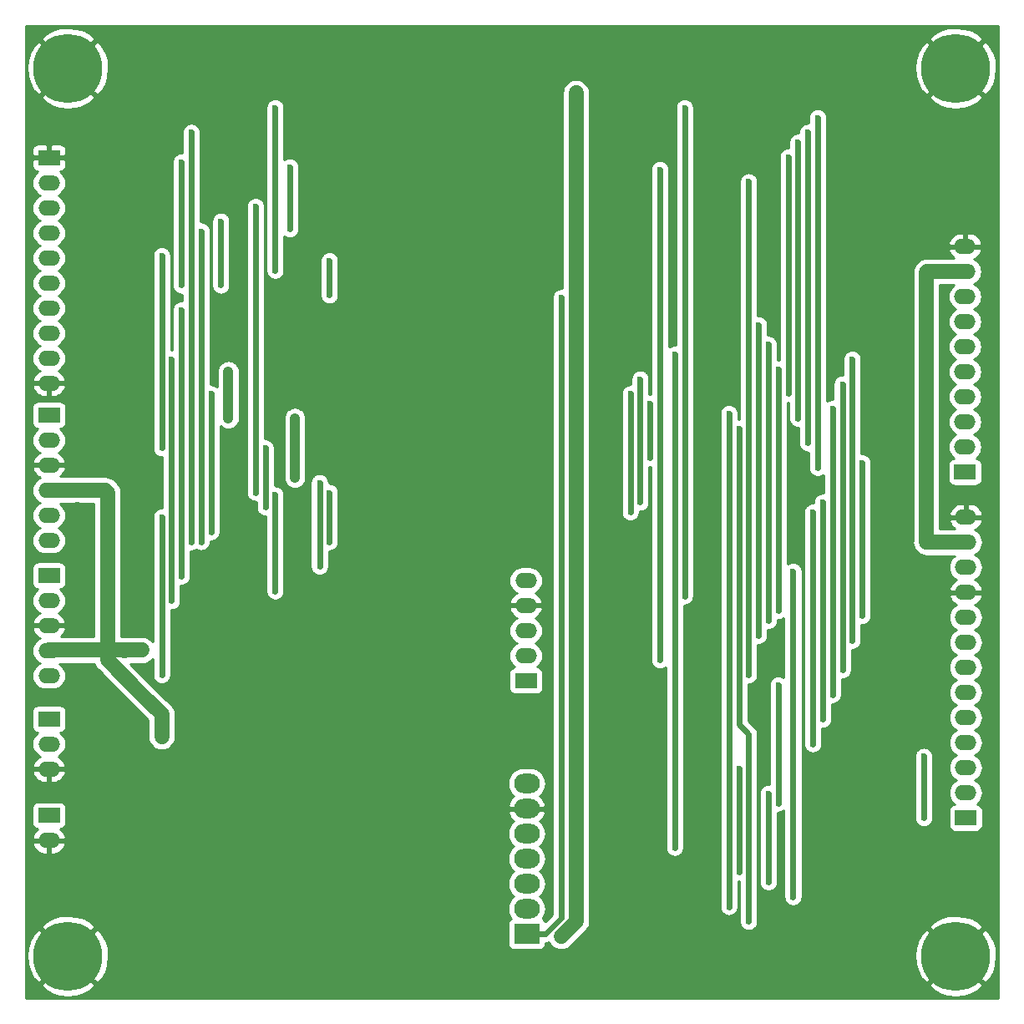
<source format=gbr>
%TF.GenerationSoftware,KiCad,Pcbnew,(5.1.5)-3*%
%TF.CreationDate,2020-09-06T12:14:08+02:00*%
%TF.ProjectId,Alexandrie,416c6578-616e-4647-9269-652e6b696361,rev?*%
%TF.SameCoordinates,Original*%
%TF.FileFunction,Copper,L2,Bot*%
%TF.FilePolarity,Positive*%
%FSLAX46Y46*%
G04 Gerber Fmt 4.6, Leading zero omitted, Abs format (unit mm)*
G04 Created by KiCad (PCBNEW (5.1.5)-3) date 2020-09-06 12:14:08*
%MOMM*%
%LPD*%
G04 APERTURE LIST*
%ADD10C,7.000000*%
%ADD11C,0.600000*%
%ADD12O,2.197100X1.524000*%
%ADD13R,2.197100X1.524000*%
%ADD14R,2.600000X2.000000*%
%ADD15O,2.600000X2.000000*%
%ADD16C,0.600000*%
%ADD17C,1.500000*%
%ADD18C,1.000000*%
%ADD19C,0.250000*%
%ADD20C,0.254000*%
G04 APERTURE END LIST*
D10*
X184000000Y-48000000D03*
D11*
X90000000Y-134000000D03*
X90000000Y-133000000D03*
X90000000Y-132000000D03*
X90000000Y-131000000D03*
X90000000Y-130000000D03*
X90000000Y-129000000D03*
X90000000Y-128000000D03*
X90000000Y-127000000D03*
X90000000Y-126000000D03*
X90000000Y-125000000D03*
X90000000Y-124000000D03*
X90000000Y-123000000D03*
X90000000Y-122000000D03*
X90000000Y-121000000D03*
X90000000Y-120000000D03*
X90000000Y-119000000D03*
X90000000Y-118000000D03*
X90000000Y-117000000D03*
X90000000Y-116000000D03*
X90000000Y-115000000D03*
X90000000Y-114000000D03*
X90000000Y-113000000D03*
X90000000Y-112000000D03*
X90000000Y-111000000D03*
X90000000Y-110000000D03*
X90000000Y-109000000D03*
X90000000Y-108000000D03*
X90000000Y-107000000D03*
X90000000Y-106000000D03*
X90000000Y-105000000D03*
X90000000Y-104000000D03*
X90000000Y-103000000D03*
X90000000Y-102000000D03*
X90000000Y-101000000D03*
X90000000Y-100000000D03*
X90000000Y-99000000D03*
X90000000Y-98000000D03*
X90000000Y-97000000D03*
X90000000Y-96000000D03*
X90000000Y-95000000D03*
X90000000Y-94000000D03*
X90000000Y-93000000D03*
X90000000Y-92000000D03*
X90000000Y-91000000D03*
X90000000Y-90000000D03*
X90000000Y-89000000D03*
X90000000Y-88000000D03*
X90000000Y-87000000D03*
X90000000Y-86000000D03*
X90000000Y-85000000D03*
X90000000Y-84000000D03*
X90000000Y-83000000D03*
X90000000Y-82000000D03*
X90000000Y-81000000D03*
X90000000Y-80000000D03*
X90000000Y-79000000D03*
X90000000Y-78000000D03*
X90000000Y-77000000D03*
X90000000Y-76000000D03*
X90000000Y-75000000D03*
X90000000Y-74000000D03*
X90000000Y-73000000D03*
X90000000Y-72000000D03*
X90000000Y-71000000D03*
X90000000Y-70000000D03*
X90000000Y-69000000D03*
X90000000Y-68000000D03*
X90000000Y-67000000D03*
X90000000Y-66000000D03*
X90000000Y-65000000D03*
X90000000Y-64000000D03*
X90000000Y-63000000D03*
X90000000Y-62000000D03*
X90000000Y-61000000D03*
X90000000Y-60000000D03*
X90000000Y-59000000D03*
X90000000Y-58000000D03*
X90000000Y-57000000D03*
X90000000Y-56000000D03*
X90000000Y-55000000D03*
X90000000Y-54000000D03*
X90000000Y-53000000D03*
X90000000Y-52000000D03*
X179000000Y-142000000D03*
X178000000Y-142000000D03*
X177000000Y-142000000D03*
X176000000Y-142000000D03*
X175000000Y-142000000D03*
X174000000Y-142000000D03*
X173000000Y-142000000D03*
X172000000Y-142000000D03*
X171000000Y-142000000D03*
X170000000Y-142000000D03*
X169000000Y-142000000D03*
X168000000Y-142000000D03*
X167000000Y-142000000D03*
X166000000Y-142000000D03*
X165000000Y-142000000D03*
X164000000Y-142000000D03*
X163000000Y-142000000D03*
X162000000Y-142000000D03*
X161000000Y-142000000D03*
X160000000Y-142000000D03*
X159000000Y-142000000D03*
X158000000Y-142000000D03*
X157000000Y-142000000D03*
X156000000Y-142000000D03*
X155000000Y-142000000D03*
X154000000Y-142000000D03*
X153000000Y-142000000D03*
X152000000Y-142000000D03*
X151000000Y-142000000D03*
X150000000Y-142000000D03*
X149000000Y-142000000D03*
X148000000Y-142000000D03*
X147000000Y-142000000D03*
X146000000Y-142000000D03*
X145000000Y-142000000D03*
X144000000Y-142000000D03*
X143000000Y-142000000D03*
X142000000Y-142000000D03*
X141000000Y-142000000D03*
X140000000Y-142000000D03*
X139000000Y-142000000D03*
X138000000Y-142000000D03*
X137000000Y-142000000D03*
X136000000Y-142000000D03*
X135000000Y-142000000D03*
X134000000Y-142000000D03*
X133000000Y-142000000D03*
X132000000Y-142000000D03*
X131000000Y-142000000D03*
X130000000Y-142000000D03*
X129000000Y-142000000D03*
X128000000Y-142000000D03*
X127000000Y-142000000D03*
X126000000Y-142000000D03*
X125000000Y-142000000D03*
X124000000Y-142000000D03*
X123000000Y-142000000D03*
X122000000Y-142000000D03*
X121000000Y-142000000D03*
X120000000Y-142000000D03*
X119000000Y-142000000D03*
X118000000Y-142000000D03*
X117000000Y-142000000D03*
X116000000Y-142000000D03*
X115000000Y-142000000D03*
X114000000Y-142000000D03*
X113000000Y-142000000D03*
X112000000Y-142000000D03*
X111000000Y-142000000D03*
X110000000Y-142000000D03*
X109000000Y-142000000D03*
X108000000Y-142000000D03*
X107000000Y-142000000D03*
X106000000Y-142000000D03*
X105000000Y-142000000D03*
X104000000Y-142000000D03*
X103000000Y-142000000D03*
X102000000Y-142000000D03*
X101000000Y-142000000D03*
X100000000Y-142000000D03*
X99000000Y-142000000D03*
X98000000Y-142000000D03*
X187000000Y-134000000D03*
X187000000Y-133000000D03*
X187000000Y-132000000D03*
X187000000Y-131000000D03*
X187000000Y-130000000D03*
X187000000Y-129000000D03*
X187000000Y-128000000D03*
X187000000Y-127000000D03*
X187000000Y-126000000D03*
X188000000Y-125000000D03*
X187000000Y-125000000D03*
X188000000Y-124000000D03*
X187000000Y-124000000D03*
X188000000Y-123000000D03*
X187000000Y-123000000D03*
X188000000Y-122000000D03*
X187000000Y-122000000D03*
X188000000Y-121000000D03*
X187000000Y-121000000D03*
X188000000Y-120000000D03*
X187000000Y-120000000D03*
X188000000Y-119000000D03*
X187000000Y-119000000D03*
X188000000Y-118000000D03*
X187000000Y-118000000D03*
X188000000Y-117000000D03*
X187000000Y-117000000D03*
X188000000Y-116000000D03*
X187000000Y-116000000D03*
X188000000Y-115000000D03*
X187000000Y-115000000D03*
X188000000Y-114000000D03*
X187000000Y-114000000D03*
X188000000Y-113000000D03*
X187000000Y-113000000D03*
X188000000Y-112000000D03*
X187000000Y-112000000D03*
X188000000Y-111000000D03*
X187000000Y-111000000D03*
X188000000Y-110000000D03*
X187000000Y-110000000D03*
X188000000Y-109000000D03*
X187000000Y-109000000D03*
X188000000Y-108000000D03*
X187000000Y-108000000D03*
X188000000Y-107000000D03*
X187000000Y-107000000D03*
X188000000Y-106000000D03*
X187000000Y-106000000D03*
X188000000Y-105000000D03*
X187000000Y-105000000D03*
X188000000Y-104000000D03*
X187000000Y-104000000D03*
X188000000Y-103000000D03*
X187000000Y-103000000D03*
X188000000Y-102000000D03*
X187000000Y-102000000D03*
X188000000Y-101000000D03*
X187000000Y-101000000D03*
X188000000Y-100000000D03*
X187000000Y-100000000D03*
X188000000Y-99000000D03*
X187000000Y-99000000D03*
X188000000Y-98000000D03*
X187000000Y-98000000D03*
X188000000Y-97000000D03*
X187000000Y-97000000D03*
X188000000Y-96000000D03*
X187000000Y-96000000D03*
X188000000Y-95000000D03*
X187000000Y-95000000D03*
X188000000Y-94000000D03*
X187000000Y-94000000D03*
X188000000Y-93000000D03*
X187000000Y-93000000D03*
X188000000Y-92000000D03*
X187000000Y-92000000D03*
X188000000Y-91000000D03*
X187000000Y-91000000D03*
X188000000Y-90000000D03*
X187000000Y-90000000D03*
X188000000Y-89000000D03*
X187000000Y-89000000D03*
X188000000Y-88000000D03*
X187000000Y-88000000D03*
X188000000Y-87000000D03*
X187000000Y-87000000D03*
X188000000Y-86000000D03*
X187000000Y-86000000D03*
X188000000Y-85000000D03*
X187000000Y-85000000D03*
X188000000Y-84000000D03*
X187000000Y-84000000D03*
X188000000Y-83000000D03*
X187000000Y-83000000D03*
X188000000Y-82000000D03*
X187000000Y-82000000D03*
X188000000Y-81000000D03*
X187000000Y-81000000D03*
X188000000Y-80000000D03*
X187000000Y-80000000D03*
X188000000Y-79000000D03*
X187000000Y-79000000D03*
X188000000Y-78000000D03*
X187000000Y-78000000D03*
X188000000Y-77000000D03*
X187000000Y-77000000D03*
X188000000Y-76000000D03*
X187000000Y-76000000D03*
X188000000Y-75000000D03*
X187000000Y-75000000D03*
X188000000Y-74000000D03*
X187000000Y-74000000D03*
X188000000Y-73000000D03*
X187000000Y-73000000D03*
X188000000Y-72000000D03*
X187000000Y-72000000D03*
X188000000Y-71000000D03*
X187000000Y-71000000D03*
X188000000Y-70000000D03*
X187000000Y-70000000D03*
X188000000Y-69000000D03*
X187000000Y-69000000D03*
X188000000Y-68000000D03*
X187000000Y-68000000D03*
X188000000Y-67000000D03*
X187000000Y-67000000D03*
X188000000Y-66000000D03*
X187000000Y-66000000D03*
X188000000Y-65000000D03*
X187000000Y-65000000D03*
X187000000Y-64000000D03*
X187000000Y-63000000D03*
X187000000Y-62000000D03*
X187000000Y-61000000D03*
X187000000Y-60000000D03*
X187000000Y-59000000D03*
X187000000Y-58000000D03*
X187000000Y-57000000D03*
X187000000Y-56000000D03*
X187000000Y-55000000D03*
X187000000Y-54000000D03*
X187000000Y-53000000D03*
X180000000Y-44000000D03*
X179000000Y-44000000D03*
X178000000Y-44000000D03*
X177000000Y-44000000D03*
X176000000Y-44000000D03*
X175000000Y-44000000D03*
X174000000Y-44000000D03*
X173000000Y-44000000D03*
X172000000Y-44000000D03*
X171000000Y-44000000D03*
X170000000Y-44000000D03*
X169000000Y-44000000D03*
X168000000Y-44000000D03*
X167000000Y-44000000D03*
X166000000Y-44000000D03*
X165000000Y-44000000D03*
X164000000Y-44000000D03*
X163000000Y-44000000D03*
X162000000Y-44000000D03*
X161000000Y-44000000D03*
X160000000Y-44000000D03*
X159000000Y-44000000D03*
X158000000Y-44000000D03*
X157000000Y-44000000D03*
X156000000Y-44000000D03*
X155000000Y-44000000D03*
X154000000Y-44000000D03*
X153000000Y-44000000D03*
X152000000Y-44000000D03*
X151000000Y-44000000D03*
X150000000Y-44000000D03*
X149000000Y-44000000D03*
X148000000Y-44000000D03*
X147000000Y-44000000D03*
X146000000Y-44000000D03*
X145000000Y-44000000D03*
X144000000Y-44000000D03*
X143000000Y-44000000D03*
X142000000Y-44000000D03*
X141000000Y-44000000D03*
X140000000Y-44000000D03*
X139000000Y-44000000D03*
X138000000Y-44000000D03*
X137000000Y-44000000D03*
X136000000Y-44000000D03*
X135000000Y-44000000D03*
X134000000Y-44000000D03*
X133000000Y-44000000D03*
X132000000Y-44000000D03*
X131000000Y-44000000D03*
X130000000Y-44000000D03*
X129000000Y-44000000D03*
X128000000Y-44000000D03*
X127000000Y-44000000D03*
X126000000Y-44000000D03*
X125000000Y-44000000D03*
X124000000Y-44000000D03*
X123000000Y-44000000D03*
X122000000Y-44000000D03*
X121000000Y-44000000D03*
X120000000Y-44000000D03*
X119000000Y-44000000D03*
X118000000Y-44000000D03*
X117000000Y-44000000D03*
X116000000Y-44000000D03*
X115000000Y-44000000D03*
X114000000Y-44000000D03*
X113000000Y-44000000D03*
X112000000Y-44000000D03*
X111000000Y-44000000D03*
X110000000Y-44000000D03*
X109000000Y-44000000D03*
X108000000Y-44000000D03*
X107000000Y-44000000D03*
X106000000Y-44000000D03*
X105000000Y-44000000D03*
X104000000Y-44000000D03*
X103000000Y-44000000D03*
X102000000Y-44000000D03*
X101000000Y-44000000D03*
X100000000Y-44000000D03*
D12*
X92076200Y-77390000D03*
X92076200Y-74850000D03*
X92076200Y-72310000D03*
X92076200Y-67230000D03*
X92076200Y-64690000D03*
X92076200Y-62150000D03*
X92076200Y-79930000D03*
X92076200Y-69770000D03*
D13*
X92076200Y-57070000D03*
D12*
X92076200Y-59610000D03*
X92076200Y-104500000D03*
X92076200Y-109580000D03*
X92076200Y-107040000D03*
D13*
X92076200Y-99420000D03*
D12*
X92076200Y-101960000D03*
X92076200Y-90770000D03*
X92076200Y-88230000D03*
X92076200Y-95850000D03*
X92076200Y-93310000D03*
D13*
X92076200Y-83150000D03*
D12*
X92076200Y-85690000D03*
D13*
X92076200Y-123730000D03*
D12*
X92076200Y-126270000D03*
X184923800Y-68610000D03*
X184923800Y-71150000D03*
X184923800Y-73690000D03*
X184923800Y-78770000D03*
X184923800Y-81310000D03*
X184923800Y-83850000D03*
X184923800Y-66070000D03*
X184923800Y-76230000D03*
D13*
X184923800Y-88930000D03*
D12*
X184923800Y-86390000D03*
X92076200Y-119040000D03*
D13*
X92076200Y-113960000D03*
D12*
X92076200Y-116500000D03*
D10*
X94000000Y-138000000D03*
X94000000Y-48000000D03*
X184000000Y-138000000D03*
D12*
X140423800Y-105000000D03*
X140423800Y-99920000D03*
X140423800Y-102460000D03*
D13*
X140423800Y-110080000D03*
D12*
X140423800Y-107540000D03*
X185000000Y-96050000D03*
X185000000Y-98590000D03*
X185000000Y-101130000D03*
X185000000Y-103670000D03*
X185000000Y-106210000D03*
X185000000Y-108750000D03*
X185000000Y-113830000D03*
X185000000Y-116370000D03*
X185000000Y-118910000D03*
X185000000Y-93510000D03*
X185000000Y-111290000D03*
D13*
X185000000Y-123990000D03*
D12*
X185000000Y-121450000D03*
D11*
X99000000Y-44000000D03*
D14*
X140500000Y-135750000D03*
D15*
X140500000Y-133210000D03*
X140500000Y-130670000D03*
X140500000Y-128130000D03*
X140500000Y-125590000D03*
X140500000Y-123050000D03*
X140500000Y-120510000D03*
D11*
X116500000Y-64300010D03*
X144000000Y-136000000D03*
X115000000Y-101000000D03*
X115000000Y-91250000D03*
X110250000Y-78750000D03*
X110250000Y-83500000D03*
X145000000Y-135000000D03*
X145500000Y-100500000D03*
X166000000Y-122500000D03*
X166000000Y-110500000D03*
X145500000Y-80500000D03*
X117000000Y-83500000D03*
X117000000Y-89500000D03*
X145500000Y-83500000D03*
X116500000Y-58000000D03*
X145500000Y-58000000D03*
X145500000Y-108500000D03*
X145500000Y-133500000D03*
X145500000Y-125500000D03*
X145500000Y-50500000D03*
X145500000Y-75500000D03*
X109500000Y-100000000D03*
X109500000Y-98000000D03*
X109500000Y-99000000D03*
X127500000Y-96500000D03*
X112000000Y-79000000D03*
X112000000Y-78000000D03*
X112000000Y-77000000D03*
X112000000Y-76000000D03*
X112000000Y-75000000D03*
X113000000Y-99000000D03*
X170000000Y-51000000D03*
X169000000Y-51000000D03*
X168000000Y-51000000D03*
X167000000Y-51000000D03*
X166000000Y-51000000D03*
X165000000Y-51000000D03*
X164000000Y-51000000D03*
X163000000Y-51000000D03*
X162000000Y-51000000D03*
X161000000Y-51000000D03*
X160000000Y-98000000D03*
X159000000Y-98000000D03*
X158000000Y-98000000D03*
X158000000Y-97000000D03*
X159000000Y-97000000D03*
X160000000Y-97000000D03*
X160000000Y-96000000D03*
X159000000Y-96000000D03*
X158000000Y-96000000D03*
X157000000Y-137000000D03*
X157000000Y-136000000D03*
X157000000Y-135000000D03*
X157000000Y-134000000D03*
X157000000Y-133000000D03*
X157000000Y-132000000D03*
X157000000Y-131000000D03*
X157000000Y-130000000D03*
X157000000Y-129000000D03*
X157000000Y-128000000D03*
X157000000Y-127000000D03*
X157000000Y-124000000D03*
X157000000Y-125000000D03*
X157000000Y-126000000D03*
X161000000Y-72000000D03*
X161000000Y-73000000D03*
X161000000Y-74000000D03*
X161000000Y-75000000D03*
X161000000Y-78000000D03*
X161000000Y-77000000D03*
X161000000Y-76000000D03*
X143000000Y-68000000D03*
X142000000Y-68000000D03*
X141000000Y-68000000D03*
X140000000Y-68000000D03*
X139000000Y-68000000D03*
X138000000Y-68000000D03*
X137000000Y-68000000D03*
X136000000Y-68000000D03*
X135000000Y-68000000D03*
X134000000Y-68000000D03*
X133000000Y-68000000D03*
X132000000Y-68000000D03*
X131000000Y-68000000D03*
X130000000Y-68000000D03*
X129000000Y-68000000D03*
X128000000Y-68000000D03*
X127000000Y-68000000D03*
X126000000Y-68000000D03*
X125000000Y-68000000D03*
X124000000Y-68000000D03*
X123000000Y-68000000D03*
X115000000Y-79000000D03*
X116000000Y-79000000D03*
X117000000Y-79000000D03*
X118000000Y-79000000D03*
X119000000Y-79000000D03*
X120000000Y-79000000D03*
X121000000Y-78000000D03*
X122000000Y-77000000D03*
X123000000Y-76000000D03*
X124000000Y-75000000D03*
X125000000Y-75000000D03*
X126000000Y-75000000D03*
X127000000Y-75000000D03*
X128000000Y-75000000D03*
X129000000Y-75000000D03*
X130000000Y-75000000D03*
X131000000Y-75000000D03*
X132000000Y-75000000D03*
X133000000Y-75000000D03*
X134000000Y-75000000D03*
X135000000Y-75000000D03*
X136000000Y-75000000D03*
X137000000Y-75000000D03*
X138000000Y-75000000D03*
X139000000Y-75000000D03*
X122000000Y-86000000D03*
X123000000Y-86000000D03*
X124000000Y-86000000D03*
X125000000Y-86000000D03*
X126000000Y-86000000D03*
X127000000Y-86000000D03*
X128000000Y-86000000D03*
X129000000Y-86000000D03*
X130000000Y-86000000D03*
X131000000Y-86000000D03*
X132000000Y-86000000D03*
X133000000Y-86000000D03*
X134000000Y-86000000D03*
X135000000Y-86000000D03*
X136000000Y-86000000D03*
X137000000Y-86000000D03*
X138000000Y-86000000D03*
X139000000Y-86000000D03*
X140000000Y-86000000D03*
X141000000Y-86000000D03*
X142000000Y-86000000D03*
X143000000Y-86000000D03*
X143000000Y-93000000D03*
X142000000Y-93000000D03*
X141000000Y-93000000D03*
X140000000Y-93000000D03*
X139000000Y-93000000D03*
X138000000Y-93000000D03*
X137000000Y-93000000D03*
X136000000Y-93000000D03*
X135000000Y-93000000D03*
X134000000Y-93000000D03*
X133000000Y-93000000D03*
X132000000Y-93000000D03*
X131000000Y-93000000D03*
X130000000Y-94000000D03*
X129000000Y-95000000D03*
X128000000Y-96000000D03*
X127000000Y-97000000D03*
X126000000Y-98000000D03*
X125000000Y-99000000D03*
X124000000Y-100000000D03*
X123000000Y-101000000D03*
X122000000Y-102000000D03*
X121000000Y-103000000D03*
X120000000Y-103000000D03*
X119000000Y-103000000D03*
X118000000Y-103000000D03*
X117000000Y-103000000D03*
X116000000Y-103000000D03*
X115000000Y-103000000D03*
X114000000Y-103000000D03*
X113000000Y-103000000D03*
X112000000Y-103000000D03*
X111000000Y-103000000D03*
X110000000Y-103000000D03*
X109000000Y-103000000D03*
X108000000Y-103000000D03*
X107000000Y-103000000D03*
X106000000Y-103000000D03*
X133000000Y-121000000D03*
X133000000Y-125000000D03*
X133000000Y-124000000D03*
X133000000Y-123000000D03*
X133000000Y-129000000D03*
X133000000Y-130000000D03*
X133000000Y-131000000D03*
X131000000Y-134000000D03*
X178000000Y-87000000D03*
X178000000Y-82000000D03*
X178000000Y-77500000D03*
X178000000Y-72500000D03*
X178000000Y-69000000D03*
X178000000Y-66500000D03*
X178000000Y-75000000D03*
X178000000Y-79500000D03*
X178000000Y-85000000D03*
X178000000Y-90000000D03*
X177500000Y-120000000D03*
X177500000Y-112500000D03*
X177500000Y-107500000D03*
X177500000Y-93500000D03*
X177500000Y-97500000D03*
X177500000Y-105000000D03*
X177500000Y-102000000D03*
X177500000Y-100500000D03*
X177500000Y-110500000D03*
X177500000Y-115000000D03*
X177500000Y-123000000D03*
X124750000Y-133250000D03*
X127340000Y-118505000D03*
X111250000Y-127000000D03*
X95000000Y-100750000D03*
X95000000Y-92250000D03*
X95000000Y-94500000D03*
X95000000Y-73750000D03*
X95000000Y-76000000D03*
X95000000Y-78750000D03*
X95000000Y-81000000D03*
X95000000Y-84500000D03*
X95000000Y-68500000D03*
X95000000Y-63500000D03*
X95000000Y-59500000D03*
X95000000Y-57000000D03*
X95000000Y-66000000D03*
X95000000Y-71000000D03*
X95000000Y-89000000D03*
X95000000Y-86750000D03*
X95000000Y-97500000D03*
X95000000Y-103250000D03*
X124000000Y-61000000D03*
X129000000Y-61000000D03*
X134000000Y-61000000D03*
X139000000Y-61000000D03*
X133000000Y-122000000D03*
X133000000Y-133000000D03*
X133000000Y-127000000D03*
X133000000Y-132000000D03*
X104500000Y-102000000D03*
X104500000Y-85500000D03*
X104500000Y-77500000D03*
X105500000Y-99500000D03*
X105500000Y-83000000D03*
X105500000Y-72500000D03*
X114000000Y-92500000D03*
X114000000Y-86500000D03*
X103500000Y-86500000D03*
X103500000Y-67000000D03*
X107500000Y-64500000D03*
X107500000Y-71270000D03*
X107500000Y-96000000D03*
X113000000Y-91000000D03*
X113000000Y-70000000D03*
X113000000Y-62000000D03*
X105500000Y-57500000D03*
X105500000Y-70000000D03*
X105500000Y-66000000D03*
X144000000Y-71250004D03*
X144000000Y-117750000D03*
X180750000Y-117750000D03*
X180750000Y-124000000D03*
X144000000Y-112000000D03*
X144000000Y-107000000D03*
X103500000Y-109500000D03*
X103500000Y-93500000D03*
X181000000Y-96000000D03*
X101500000Y-107000000D03*
X99750000Y-107000000D03*
X99750000Y-107040000D03*
X102500000Y-112500000D03*
X103500000Y-113500000D03*
X103500000Y-115750000D03*
X101500000Y-111500000D03*
X98000000Y-107000000D03*
X106500000Y-54500000D03*
X106500000Y-96000000D03*
X166000000Y-78500000D03*
X166000000Y-103000000D03*
X167000000Y-57000000D03*
X167000000Y-81000000D03*
X168000000Y-83500000D03*
X168000000Y-55500000D03*
X165000000Y-76000000D03*
X165000000Y-104000000D03*
X170000000Y-88500000D03*
X170000000Y-53000000D03*
X169000000Y-86000000D03*
X169000000Y-54500000D03*
X167500000Y-99000000D03*
X167500000Y-132000000D03*
X173500000Y-106000000D03*
X173500000Y-77500000D03*
X172500000Y-109000000D03*
X172500000Y-80000000D03*
X171500000Y-82500000D03*
X171500000Y-111500000D03*
X174500000Y-103500000D03*
X174500000Y-88000000D03*
X153000000Y-87500000D03*
X153000000Y-82000000D03*
X169500000Y-116500000D03*
X169500000Y-93000000D03*
X151000000Y-93000000D03*
X151000000Y-81000000D03*
X170500000Y-114000000D03*
X170500000Y-92000000D03*
X152000000Y-92000000D03*
X152000000Y-79500000D03*
X109500000Y-63500000D03*
X163000000Y-109500000D03*
X163000000Y-59500000D03*
X163000000Y-63500000D03*
X109500000Y-70000000D03*
X154000000Y-58250000D03*
X154000000Y-72500000D03*
X154000000Y-108000000D03*
X120500000Y-71000000D03*
X120500000Y-67500000D03*
X115000000Y-68500000D03*
X115000000Y-52000000D03*
X108500000Y-81000000D03*
X108500000Y-95000000D03*
X161000000Y-133000000D03*
X119500000Y-98500000D03*
X119500000Y-90000000D03*
X161000000Y-90000000D03*
X161000000Y-83000000D03*
X163000000Y-134500000D03*
X120500000Y-96000000D03*
X120500000Y-91000000D03*
X162000000Y-91000000D03*
X162000000Y-84500000D03*
X156500000Y-101500000D03*
X156500000Y-52000000D03*
X155500000Y-127000000D03*
X155500000Y-77000000D03*
X162000000Y-129500000D03*
X162000000Y-119000000D03*
X165000000Y-130500000D03*
X165000000Y-121500000D03*
X164000000Y-74000000D03*
X164000000Y-105500000D03*
D16*
X116500000Y-58000000D02*
X116500000Y-64300010D01*
D17*
X145000000Y-135000000D02*
X144000000Y-136000000D01*
D16*
X115000000Y-91250000D02*
X115000000Y-101000000D01*
D18*
X110250000Y-78750000D02*
X110250000Y-83500000D01*
D17*
X145500000Y-133500000D02*
X145500000Y-134500000D01*
X145500000Y-134500000D02*
X145000000Y-135000000D01*
D16*
X166000000Y-110500000D02*
X166000000Y-122500000D01*
D18*
X117000000Y-83500000D02*
X117000000Y-89500000D01*
D17*
X145500000Y-125500000D02*
X145500000Y-133500000D01*
X145500000Y-100500000D02*
X145500000Y-108500000D01*
X145500000Y-108500000D02*
X145500000Y-125500000D01*
X145500000Y-75500000D02*
X145500000Y-80500000D01*
X145500000Y-80500000D02*
X145500000Y-83500000D01*
X145500000Y-83500000D02*
X145500000Y-100500000D01*
X145500000Y-50500000D02*
X145500000Y-58000000D01*
X145500000Y-58000000D02*
X145500000Y-75500000D01*
D19*
X109500000Y-99000000D02*
X109500000Y-98000000D01*
X128000000Y-96000000D02*
X127500000Y-96500000D01*
X112000000Y-77000000D02*
X112000000Y-78000000D01*
X112000000Y-75000000D02*
X112000000Y-76000000D01*
X113000000Y-99000000D02*
X113000000Y-103000000D01*
X169000000Y-51000000D02*
X170000000Y-51000000D01*
X167000000Y-51000000D02*
X168000000Y-51000000D01*
X165000000Y-51000000D02*
X166000000Y-51000000D01*
X163000000Y-51000000D02*
X164000000Y-51000000D01*
X161000000Y-51000000D02*
X162000000Y-51000000D01*
X158000000Y-98000000D02*
X159000000Y-98000000D01*
X159000000Y-97000000D02*
X158000000Y-97000000D01*
X160000000Y-96000000D02*
X160000000Y-97000000D01*
X158000000Y-96000000D02*
X159000000Y-96000000D01*
X157000000Y-126000000D02*
X157000000Y-127000000D01*
X157000000Y-136000000D02*
X157000000Y-137000000D01*
X157000000Y-134000000D02*
X157000000Y-135000000D01*
X157000000Y-132000000D02*
X157000000Y-133000000D01*
X157000000Y-130000000D02*
X157000000Y-131000000D01*
X157000000Y-128000000D02*
X157000000Y-129000000D01*
X157000000Y-126000000D02*
X157000000Y-125000000D01*
X161000000Y-76000000D02*
X161000000Y-75000000D01*
X161000000Y-74000000D02*
X161000000Y-73000000D01*
X161000000Y-76000000D02*
X161000000Y-77000000D01*
X141000000Y-68000000D02*
X142000000Y-68000000D01*
X139000000Y-68000000D02*
X140000000Y-68000000D01*
X137000000Y-68000000D02*
X138000000Y-68000000D01*
X135000000Y-68000000D02*
X136000000Y-68000000D01*
X133000000Y-68000000D02*
X134000000Y-68000000D01*
X131000000Y-68000000D02*
X132000000Y-68000000D01*
X129000000Y-68000000D02*
X130000000Y-68000000D01*
X127000000Y-68000000D02*
X128000000Y-68000000D01*
X125000000Y-68000000D02*
X126000000Y-68000000D01*
X123000000Y-68000000D02*
X124000000Y-68000000D01*
X117000000Y-79000000D02*
X116000000Y-79000000D01*
X119000000Y-79000000D02*
X118000000Y-79000000D01*
X121000000Y-78000000D02*
X120000000Y-79000000D01*
X123000000Y-76000000D02*
X122000000Y-77000000D01*
X125000000Y-75000000D02*
X124000000Y-75000000D01*
X127000000Y-75000000D02*
X126000000Y-75000000D01*
X129000000Y-75000000D02*
X128000000Y-75000000D01*
X131000000Y-75000000D02*
X130000000Y-75000000D01*
X133000000Y-75000000D02*
X132000000Y-75000000D01*
X135000000Y-75000000D02*
X134000000Y-75000000D01*
X137000000Y-75000000D02*
X136000000Y-75000000D01*
X139000000Y-75000000D02*
X138000000Y-75000000D01*
X123000000Y-86000000D02*
X122000000Y-86000000D01*
X125000000Y-86000000D02*
X124000000Y-86000000D01*
X127000000Y-86000000D02*
X126000000Y-86000000D01*
X129000000Y-86000000D02*
X128000000Y-86000000D01*
X131000000Y-86000000D02*
X130000000Y-86000000D01*
X133000000Y-86000000D02*
X132000000Y-86000000D01*
X135000000Y-86000000D02*
X134000000Y-86000000D01*
X137000000Y-86000000D02*
X136000000Y-86000000D01*
X139000000Y-86000000D02*
X138000000Y-86000000D01*
X141000000Y-86000000D02*
X140000000Y-86000000D01*
X143000000Y-86000000D02*
X142000000Y-86000000D01*
X141000000Y-93000000D02*
X142000000Y-93000000D01*
X139000000Y-93000000D02*
X140000000Y-93000000D01*
X137000000Y-93000000D02*
X138000000Y-93000000D01*
X135000000Y-93000000D02*
X136000000Y-93000000D01*
X133000000Y-93000000D02*
X134000000Y-93000000D01*
X131000000Y-93000000D02*
X132000000Y-93000000D01*
X129000000Y-95000000D02*
X130000000Y-94000000D01*
X126000000Y-98000000D02*
X127000000Y-97000000D01*
X124000000Y-100000000D02*
X125000000Y-99000000D01*
X122000000Y-102000000D02*
X123000000Y-101000000D01*
X120000000Y-103000000D02*
X121000000Y-103000000D01*
X118000000Y-103000000D02*
X119000000Y-103000000D01*
X116000000Y-103000000D02*
X117000000Y-103000000D01*
X114000000Y-103000000D02*
X115000000Y-103000000D01*
X112000000Y-103000000D02*
X113000000Y-103000000D01*
X110000000Y-103000000D02*
X111000000Y-103000000D01*
X108000000Y-103000000D02*
X109000000Y-103000000D01*
X106000000Y-103000000D02*
X107000000Y-103000000D01*
X133000000Y-122000000D02*
X133000000Y-121000000D01*
X133000000Y-129000000D02*
X133000000Y-130000000D01*
X133000000Y-127000000D02*
X133000000Y-129000000D01*
X133000000Y-130000000D02*
X133000000Y-131000000D01*
X133000000Y-131000000D02*
X133000000Y-132000000D01*
X178000000Y-90000000D02*
X178000000Y-87000000D01*
X178000000Y-85000000D02*
X178000000Y-82000000D01*
X178000000Y-79500000D02*
X178000000Y-77500000D01*
X178000000Y-75000000D02*
X178000000Y-72500000D01*
X178000000Y-66500000D02*
X178000000Y-69000000D01*
X178000000Y-72500000D02*
X178000000Y-69000000D01*
X178000000Y-77500000D02*
X178000000Y-75000000D01*
X178000000Y-82000000D02*
X178000000Y-79500000D01*
X178000000Y-87000000D02*
X178000000Y-85000000D01*
X177500000Y-123000000D02*
X177500000Y-120000000D01*
X177500000Y-115000000D02*
X177500000Y-112500000D01*
X177500000Y-110500000D02*
X177500000Y-107500000D01*
X177500000Y-97500000D02*
X177500000Y-100500000D01*
X177500000Y-93500000D02*
X177500000Y-97500000D01*
X177500000Y-102000000D02*
X177500000Y-105000000D01*
X177500000Y-107500000D02*
X177500000Y-105000000D01*
X177500000Y-112500000D02*
X177500000Y-110500000D01*
X177500000Y-120000000D02*
X177500000Y-115000000D01*
X95000000Y-103250000D02*
X95000000Y-100750000D01*
X95000000Y-97500000D02*
X95000000Y-94500000D01*
X95000000Y-92250000D02*
X95000000Y-94500000D01*
X95000000Y-84500000D02*
X95000000Y-86750000D01*
X95000000Y-76000000D02*
X95000000Y-78750000D01*
X95000000Y-81000000D02*
X95000000Y-84500000D01*
X95000000Y-71000000D02*
X95000000Y-68500000D01*
X95000000Y-66000000D02*
X95000000Y-63500000D01*
X95000000Y-57000000D02*
X95000000Y-59500000D01*
X95000000Y-63500000D02*
X95000000Y-59500000D01*
X95000000Y-68500000D02*
X95000000Y-66000000D01*
X95000000Y-71000000D02*
X95000000Y-73750000D01*
X95000000Y-100750000D02*
X95000000Y-97500000D01*
X129000000Y-61000000D02*
X124000000Y-61000000D01*
X139000000Y-61000000D02*
X134000000Y-61000000D01*
X93000000Y-48000000D02*
X93000000Y-51000000D01*
D16*
X104500000Y-85500000D02*
X104500000Y-102000000D01*
X104500000Y-77500000D02*
X104500000Y-85500000D01*
X105500000Y-83000000D02*
X105500000Y-99500000D01*
X105500000Y-72500000D02*
X105500000Y-83000000D01*
X114000000Y-86500000D02*
X114000000Y-92500000D01*
X103500000Y-67000000D02*
X103500000Y-86500000D01*
X107500000Y-71270000D02*
X107500000Y-64500000D01*
X107500000Y-96000000D02*
X107500000Y-84000000D01*
X107500000Y-84000000D02*
X107500000Y-79000000D01*
X107500000Y-79000000D02*
X107500000Y-71270000D01*
X113000000Y-70000000D02*
X113000000Y-81500000D01*
X113000000Y-81500000D02*
X113000000Y-91000000D01*
X113000000Y-62000000D02*
X113000000Y-70000000D01*
X105500000Y-57500000D02*
X105500000Y-66000000D01*
X105500000Y-66000000D02*
X105500000Y-70000000D01*
X140500000Y-135750000D02*
X142400000Y-135750000D01*
X142400000Y-135750000D02*
X144000000Y-134150000D01*
X144000000Y-134150000D02*
X144000000Y-118174264D01*
X144000000Y-118174264D02*
X144000000Y-117750000D01*
X144000000Y-107000000D02*
X144000000Y-71250004D01*
X144000000Y-112000000D02*
X144000000Y-117750000D01*
X180750000Y-117750000D02*
X180750000Y-124000000D01*
X144000000Y-107000000D02*
X144000000Y-112000000D01*
X103500000Y-93500000D02*
X103500000Y-109500000D01*
D17*
X185000000Y-96050000D02*
X181050000Y-96050000D01*
X181050000Y-96050000D02*
X181000000Y-96000000D01*
X181110000Y-68610000D02*
X181000000Y-68720000D01*
X184923800Y-68610000D02*
X181110000Y-68610000D01*
X181000000Y-68720000D02*
X181000000Y-96000000D01*
X99750000Y-107000000D02*
X101500000Y-107000000D01*
X98000000Y-107000000D02*
X99750000Y-107000000D01*
X99750000Y-107040000D02*
X99790000Y-107000000D01*
X99790000Y-107000000D02*
X101500000Y-107000000D01*
X103500000Y-113500000D02*
X102500000Y-112500000D01*
X101500000Y-111500000D02*
X103500000Y-113500000D01*
X103500000Y-113500000D02*
X103500000Y-115750000D01*
D18*
X103500000Y-113500000D02*
X103500000Y-115750000D01*
X102500000Y-112500000D02*
X101500000Y-111500000D01*
X103500000Y-115750000D02*
X103500000Y-113500000D01*
X103500000Y-113500000D02*
X102500000Y-112500000D01*
D17*
X98000000Y-108000000D02*
X98000000Y-107000000D01*
X101500000Y-111500000D02*
X98000000Y-108000000D01*
X92076200Y-90770000D02*
X97770000Y-90770000D01*
X97770000Y-90770000D02*
X98000000Y-91000000D01*
X98000000Y-107000000D02*
X92116200Y-107000000D01*
X92116200Y-107000000D02*
X92076200Y-107040000D01*
X98000000Y-91000000D02*
X98000000Y-107000000D01*
D16*
X106500000Y-96000000D02*
X106500000Y-54500000D01*
X166000000Y-78500000D02*
X166000000Y-103000000D01*
X167000000Y-81000000D02*
X167000000Y-67000000D01*
X167000000Y-67000000D02*
X167000000Y-57000000D01*
X168000000Y-83500000D02*
X168000000Y-55500000D01*
X165000000Y-76000000D02*
X165000000Y-104000000D01*
X170000000Y-88500000D02*
X170000000Y-53000000D01*
X169000000Y-86000000D02*
X169000000Y-54500000D01*
X167500000Y-99000000D02*
X167500000Y-132000000D01*
X173500000Y-106000000D02*
X173500000Y-77500000D01*
X172500000Y-109000000D02*
X172500000Y-80000000D01*
X171500000Y-111500000D02*
X171500000Y-82500000D01*
X174500000Y-103500000D02*
X174500000Y-88000000D01*
X153000000Y-87500000D02*
X153000000Y-82000000D01*
X169500000Y-116500000D02*
X169500000Y-93000000D01*
X151000000Y-93000000D02*
X151000000Y-81000000D01*
X170500000Y-114000000D02*
X170500000Y-92000000D01*
X152000000Y-92000000D02*
X152000000Y-79500000D01*
X109500000Y-70000000D02*
X109500000Y-63500000D01*
X163000000Y-63500000D02*
X163000000Y-97000000D01*
X163000000Y-97000000D02*
X163000000Y-109500000D01*
X163000000Y-63500000D02*
X163000000Y-59500000D01*
X154000000Y-58250000D02*
X154000000Y-72500000D01*
X154000000Y-108000000D02*
X154000000Y-72500000D01*
X120500000Y-67500000D02*
X120500000Y-71000000D01*
X115000000Y-52000000D02*
X115000000Y-68500000D01*
X108500000Y-95000000D02*
X108500000Y-81000000D01*
X161000000Y-90000000D02*
X161000000Y-108000000D01*
X161000000Y-126000000D02*
X161000000Y-133000000D01*
X161000000Y-108000000D02*
X161000000Y-126000000D01*
X119500000Y-90000000D02*
X119500000Y-98500000D01*
X161000000Y-83000000D02*
X161000000Y-90000000D01*
X162000000Y-91000000D02*
X162000000Y-114500000D01*
X163000000Y-115500000D02*
X163000000Y-134500000D01*
X162000000Y-114500000D02*
X163000000Y-115500000D01*
X120500000Y-91000000D02*
X120500000Y-96000000D01*
X162000000Y-84500000D02*
X162000000Y-91000000D01*
X156500000Y-94000000D02*
X156500000Y-101500000D01*
X156500000Y-65500000D02*
X156500000Y-94000000D01*
X156500000Y-52000000D02*
X156500000Y-65500000D01*
X155500000Y-77000000D02*
X155500000Y-127000000D01*
X162000000Y-129500000D02*
X162000000Y-119000000D01*
X165000000Y-130500000D02*
X165000000Y-121500000D01*
X164000000Y-74000000D02*
X164000000Y-105500000D01*
D20*
G36*
X188290000Y-142290000D02*
G01*
X89710000Y-142290000D01*
X89710000Y-140914155D01*
X91265450Y-140914155D01*
X91661634Y-141434550D01*
X92376612Y-141824748D01*
X93153976Y-142067964D01*
X93963853Y-142154851D01*
X94775118Y-142082069D01*
X95556597Y-141852415D01*
X96278256Y-141474715D01*
X96338366Y-141434550D01*
X96734550Y-140914155D01*
X181265450Y-140914155D01*
X181661634Y-141434550D01*
X182376612Y-141824748D01*
X183153976Y-142067964D01*
X183963853Y-142154851D01*
X184775118Y-142082069D01*
X185556597Y-141852415D01*
X186278256Y-141474715D01*
X186338366Y-141434550D01*
X186734550Y-140914155D01*
X184000000Y-138179605D01*
X181265450Y-140914155D01*
X96734550Y-140914155D01*
X94000000Y-138179605D01*
X91265450Y-140914155D01*
X89710000Y-140914155D01*
X89710000Y-137963853D01*
X89845149Y-137963853D01*
X89917931Y-138775118D01*
X90147585Y-139556597D01*
X90525285Y-140278256D01*
X90565450Y-140338366D01*
X91085845Y-140734550D01*
X93820395Y-138000000D01*
X94179605Y-138000000D01*
X96914155Y-140734550D01*
X97434550Y-140338366D01*
X97824748Y-139623388D01*
X98067964Y-138846024D01*
X98154851Y-138036147D01*
X98148366Y-137963853D01*
X179845149Y-137963853D01*
X179917931Y-138775118D01*
X180147585Y-139556597D01*
X180525285Y-140278256D01*
X180565450Y-140338366D01*
X181085845Y-140734550D01*
X183820395Y-138000000D01*
X184179605Y-138000000D01*
X186914155Y-140734550D01*
X187434550Y-140338366D01*
X187824748Y-139623388D01*
X188067964Y-138846024D01*
X188154851Y-138036147D01*
X188082069Y-137224882D01*
X187852415Y-136443403D01*
X187474715Y-135721744D01*
X187434550Y-135661634D01*
X186914155Y-135265450D01*
X184179605Y-138000000D01*
X183820395Y-138000000D01*
X181085845Y-135265450D01*
X180565450Y-135661634D01*
X180175252Y-136376612D01*
X179932036Y-137153976D01*
X179845149Y-137963853D01*
X98148366Y-137963853D01*
X98082069Y-137224882D01*
X97852415Y-136443403D01*
X97474715Y-135721744D01*
X97434550Y-135661634D01*
X96914155Y-135265450D01*
X94179605Y-138000000D01*
X93820395Y-138000000D01*
X91085845Y-135265450D01*
X90565450Y-135661634D01*
X90175252Y-136376612D01*
X89932036Y-137153976D01*
X89845149Y-137963853D01*
X89710000Y-137963853D01*
X89710000Y-135085845D01*
X91265450Y-135085845D01*
X94000000Y-137820395D01*
X96734550Y-135085845D01*
X96338366Y-134565450D01*
X95623388Y-134175252D01*
X94846024Y-133932036D01*
X94036147Y-133845149D01*
X93224882Y-133917931D01*
X92443403Y-134147585D01*
X91721744Y-134525285D01*
X91661634Y-134565450D01*
X91265450Y-135085845D01*
X89710000Y-135085845D01*
X89710000Y-126613070D01*
X90385430Y-126613070D01*
X90400388Y-126687276D01*
X90507528Y-126940535D01*
X90662018Y-127168026D01*
X90857921Y-127361006D01*
X91087708Y-127512059D01*
X91342549Y-127615381D01*
X91612650Y-127667000D01*
X91949200Y-127667000D01*
X91949200Y-126397000D01*
X92203200Y-126397000D01*
X92203200Y-127667000D01*
X92539750Y-127667000D01*
X92809851Y-127615381D01*
X93064692Y-127512059D01*
X93294479Y-127361006D01*
X93490382Y-127168026D01*
X93644872Y-126940535D01*
X93752012Y-126687276D01*
X93766970Y-126613070D01*
X93644470Y-126397000D01*
X92203200Y-126397000D01*
X91949200Y-126397000D01*
X90507930Y-126397000D01*
X90385430Y-126613070D01*
X89710000Y-126613070D01*
X89710000Y-122968000D01*
X90339578Y-122968000D01*
X90339578Y-124492000D01*
X90351838Y-124616482D01*
X90388148Y-124736180D01*
X90447113Y-124846494D01*
X90526465Y-124943185D01*
X90623156Y-125022537D01*
X90733470Y-125081502D01*
X90853168Y-125117812D01*
X90938246Y-125126191D01*
X90857921Y-125178994D01*
X90662018Y-125371974D01*
X90507528Y-125599465D01*
X90400388Y-125852724D01*
X90385430Y-125926930D01*
X90507930Y-126143000D01*
X91949200Y-126143000D01*
X91949200Y-126123000D01*
X92203200Y-126123000D01*
X92203200Y-126143000D01*
X93644470Y-126143000D01*
X93766970Y-125926930D01*
X93752012Y-125852724D01*
X93644872Y-125599465D01*
X93638445Y-125590000D01*
X138557089Y-125590000D01*
X138588657Y-125910516D01*
X138682148Y-126218715D01*
X138833969Y-126502752D01*
X139038286Y-126751714D01*
X139170233Y-126860000D01*
X139038286Y-126968286D01*
X138833969Y-127217248D01*
X138682148Y-127501285D01*
X138588657Y-127809484D01*
X138557089Y-128130000D01*
X138588657Y-128450516D01*
X138682148Y-128758715D01*
X138833969Y-129042752D01*
X139038286Y-129291714D01*
X139170233Y-129400000D01*
X139038286Y-129508286D01*
X138833969Y-129757248D01*
X138682148Y-130041285D01*
X138588657Y-130349484D01*
X138557089Y-130670000D01*
X138588657Y-130990516D01*
X138682148Y-131298715D01*
X138833969Y-131582752D01*
X139038286Y-131831714D01*
X139170233Y-131940000D01*
X139038286Y-132048286D01*
X138833969Y-132297248D01*
X138682148Y-132581285D01*
X138588657Y-132889484D01*
X138557089Y-133210000D01*
X138588657Y-133530516D01*
X138682148Y-133838715D01*
X138833969Y-134122752D01*
X138892655Y-134194261D01*
X138845506Y-134219463D01*
X138748815Y-134298815D01*
X138669463Y-134395506D01*
X138610498Y-134505820D01*
X138574188Y-134625518D01*
X138561928Y-134750000D01*
X138561928Y-136750000D01*
X138574188Y-136874482D01*
X138610498Y-136994180D01*
X138669463Y-137104494D01*
X138748815Y-137201185D01*
X138845506Y-137280537D01*
X138955820Y-137339502D01*
X139075518Y-137375812D01*
X139200000Y-137388072D01*
X141800000Y-137388072D01*
X141924482Y-137375812D01*
X142044180Y-137339502D01*
X142154494Y-137280537D01*
X142251185Y-137201185D01*
X142330537Y-137104494D01*
X142389502Y-136994180D01*
X142425812Y-136874482D01*
X142438072Y-136750000D01*
X142438072Y-136685774D01*
X142445932Y-136685000D01*
X142583292Y-136671471D01*
X142759540Y-136618007D01*
X142759818Y-136617858D01*
X142842844Y-136773188D01*
X143015919Y-136984081D01*
X143226812Y-137157156D01*
X143467420Y-137285764D01*
X143728493Y-137364960D01*
X144000000Y-137391700D01*
X144271507Y-137364960D01*
X144532580Y-137285764D01*
X144773188Y-137157156D01*
X144931233Y-137027452D01*
X146027452Y-135931234D01*
X146027457Y-135931228D01*
X146431231Y-135527454D01*
X146484081Y-135484081D01*
X146657157Y-135273188D01*
X146785764Y-135032581D01*
X146864960Y-134771507D01*
X146885000Y-134568037D01*
X146885000Y-134568029D01*
X146891700Y-134500000D01*
X146885000Y-134431971D01*
X146885000Y-80907911D01*
X150065000Y-80907911D01*
X150065000Y-81092089D01*
X150065001Y-81092094D01*
X150065000Y-92907911D01*
X150065000Y-93092089D01*
X150074005Y-93137360D01*
X150078529Y-93183291D01*
X150091927Y-93227459D01*
X150100932Y-93272729D01*
X150118595Y-93315372D01*
X150131993Y-93359539D01*
X150153750Y-93400243D01*
X150171414Y-93442889D01*
X150197058Y-93481268D01*
X150218814Y-93521971D01*
X150248094Y-93557649D01*
X150273738Y-93596028D01*
X150306376Y-93628666D01*
X150335656Y-93664344D01*
X150371335Y-93693625D01*
X150403972Y-93726262D01*
X150442347Y-93751903D01*
X150478028Y-93781186D01*
X150518736Y-93802945D01*
X150557111Y-93828586D01*
X150599752Y-93846248D01*
X150640460Y-93868007D01*
X150684631Y-93881406D01*
X150727271Y-93899068D01*
X150772538Y-93908072D01*
X150816708Y-93921471D01*
X150862641Y-93925995D01*
X150907911Y-93935000D01*
X150954068Y-93935000D01*
X151000000Y-93939524D01*
X151045932Y-93935000D01*
X151092089Y-93935000D01*
X151137360Y-93925995D01*
X151183291Y-93921471D01*
X151227459Y-93908073D01*
X151272729Y-93899068D01*
X151315372Y-93881405D01*
X151359539Y-93868007D01*
X151400243Y-93846250D01*
X151442889Y-93828586D01*
X151481268Y-93802942D01*
X151521971Y-93781186D01*
X151557649Y-93751906D01*
X151596028Y-93726262D01*
X151628666Y-93693624D01*
X151664344Y-93664344D01*
X151693625Y-93628665D01*
X151726262Y-93596028D01*
X151751903Y-93557653D01*
X151781186Y-93521972D01*
X151802945Y-93481264D01*
X151828586Y-93442889D01*
X151846248Y-93400248D01*
X151868007Y-93359540D01*
X151881406Y-93315369D01*
X151899068Y-93272729D01*
X151908072Y-93227462D01*
X151921471Y-93183292D01*
X151925995Y-93137359D01*
X151935000Y-93092089D01*
X151935000Y-92935000D01*
X151954068Y-92935000D01*
X152000000Y-92939524D01*
X152045932Y-92935000D01*
X152092089Y-92935000D01*
X152137360Y-92925995D01*
X152183291Y-92921471D01*
X152227459Y-92908073D01*
X152272729Y-92899068D01*
X152315372Y-92881405D01*
X152359539Y-92868007D01*
X152400243Y-92846250D01*
X152442889Y-92828586D01*
X152481268Y-92802942D01*
X152521971Y-92781186D01*
X152557649Y-92751906D01*
X152596028Y-92726262D01*
X152628666Y-92693624D01*
X152664344Y-92664344D01*
X152693625Y-92628665D01*
X152726262Y-92596028D01*
X152751903Y-92557653D01*
X152781186Y-92521972D01*
X152802945Y-92481264D01*
X152828586Y-92442889D01*
X152846248Y-92400248D01*
X152868007Y-92359540D01*
X152881406Y-92315369D01*
X152899068Y-92272729D01*
X152908072Y-92227462D01*
X152921471Y-92183292D01*
X152925995Y-92137359D01*
X152935000Y-92092089D01*
X152935000Y-88435000D01*
X152954068Y-88435000D01*
X153000000Y-88439524D01*
X153045932Y-88435000D01*
X153065001Y-88435000D01*
X153065000Y-107907911D01*
X153065000Y-108092089D01*
X153074005Y-108137360D01*
X153078529Y-108183291D01*
X153091927Y-108227459D01*
X153100932Y-108272729D01*
X153118595Y-108315372D01*
X153131993Y-108359539D01*
X153153750Y-108400243D01*
X153171414Y-108442889D01*
X153197058Y-108481268D01*
X153218814Y-108521971D01*
X153248094Y-108557649D01*
X153273738Y-108596028D01*
X153306376Y-108628666D01*
X153335656Y-108664344D01*
X153371335Y-108693625D01*
X153403972Y-108726262D01*
X153442347Y-108751903D01*
X153478028Y-108781186D01*
X153518736Y-108802945D01*
X153557111Y-108828586D01*
X153599752Y-108846248D01*
X153640460Y-108868007D01*
X153684631Y-108881406D01*
X153727271Y-108899068D01*
X153772538Y-108908072D01*
X153816708Y-108921471D01*
X153862641Y-108925995D01*
X153907911Y-108935000D01*
X153954068Y-108935000D01*
X154000000Y-108939524D01*
X154045932Y-108935000D01*
X154092089Y-108935000D01*
X154137360Y-108925995D01*
X154183291Y-108921471D01*
X154227459Y-108908073D01*
X154272729Y-108899068D01*
X154315372Y-108881405D01*
X154359539Y-108868007D01*
X154400243Y-108846250D01*
X154442889Y-108828586D01*
X154481268Y-108802942D01*
X154521971Y-108781186D01*
X154557649Y-108751906D01*
X154565001Y-108746994D01*
X154565001Y-126907906D01*
X154565000Y-126907911D01*
X154565000Y-127092089D01*
X154574007Y-127137369D01*
X154578530Y-127183292D01*
X154591926Y-127227452D01*
X154600932Y-127272729D01*
X154618598Y-127315378D01*
X154631994Y-127359540D01*
X154653748Y-127400239D01*
X154671414Y-127442889D01*
X154697060Y-127481271D01*
X154718815Y-127521972D01*
X154748092Y-127557646D01*
X154773738Y-127596028D01*
X154806380Y-127628670D01*
X154835657Y-127664344D01*
X154871331Y-127693621D01*
X154903972Y-127726262D01*
X154942353Y-127751907D01*
X154978029Y-127781186D01*
X155018732Y-127802942D01*
X155057111Y-127828586D01*
X155099757Y-127846250D01*
X155140461Y-127868007D01*
X155184628Y-127881405D01*
X155227271Y-127899068D01*
X155272541Y-127908073D01*
X155316709Y-127921471D01*
X155362640Y-127925995D01*
X155407911Y-127935000D01*
X155454068Y-127935000D01*
X155500000Y-127939524D01*
X155545932Y-127935000D01*
X155592089Y-127935000D01*
X155637359Y-127925995D01*
X155683292Y-127921471D01*
X155727462Y-127908072D01*
X155772729Y-127899068D01*
X155815369Y-127881406D01*
X155859540Y-127868007D01*
X155900248Y-127846248D01*
X155942889Y-127828586D01*
X155981264Y-127802945D01*
X156021972Y-127781186D01*
X156057653Y-127751903D01*
X156096028Y-127726262D01*
X156128665Y-127693625D01*
X156164344Y-127664344D01*
X156193625Y-127628665D01*
X156226262Y-127596028D01*
X156251903Y-127557653D01*
X156281186Y-127521972D01*
X156302945Y-127481264D01*
X156328586Y-127442889D01*
X156346248Y-127400248D01*
X156368007Y-127359540D01*
X156381406Y-127315369D01*
X156399068Y-127272729D01*
X156408072Y-127227462D01*
X156421471Y-127183292D01*
X156425995Y-127137359D01*
X156435000Y-127092089D01*
X156435000Y-102435000D01*
X156454068Y-102435000D01*
X156500000Y-102439524D01*
X156545932Y-102435000D01*
X156592089Y-102435000D01*
X156637359Y-102425995D01*
X156683292Y-102421471D01*
X156727462Y-102408072D01*
X156772729Y-102399068D01*
X156815369Y-102381406D01*
X156859540Y-102368007D01*
X156900248Y-102346248D01*
X156942889Y-102328586D01*
X156981264Y-102302945D01*
X157021972Y-102281186D01*
X157057653Y-102251903D01*
X157096028Y-102226262D01*
X157128665Y-102193625D01*
X157164344Y-102164344D01*
X157193625Y-102128665D01*
X157226262Y-102096028D01*
X157251903Y-102057653D01*
X157281186Y-102021972D01*
X157302945Y-101981264D01*
X157328586Y-101942889D01*
X157346248Y-101900248D01*
X157368007Y-101859540D01*
X157381406Y-101815369D01*
X157399068Y-101772729D01*
X157408072Y-101727462D01*
X157421471Y-101683292D01*
X157425995Y-101637359D01*
X157435000Y-101592089D01*
X157435000Y-82907911D01*
X160065000Y-82907911D01*
X160065000Y-82954069D01*
X160065001Y-89907906D01*
X160065000Y-89907911D01*
X160065000Y-89954069D01*
X160065001Y-107954059D01*
X160065000Y-107954069D01*
X160065001Y-125954059D01*
X160065000Y-125954069D01*
X160065001Y-132907906D01*
X160065000Y-132907911D01*
X160065000Y-133092089D01*
X160074007Y-133137369D01*
X160078530Y-133183292D01*
X160091926Y-133227452D01*
X160100932Y-133272729D01*
X160118598Y-133315378D01*
X160131994Y-133359540D01*
X160153748Y-133400239D01*
X160171414Y-133442889D01*
X160197060Y-133481271D01*
X160218815Y-133521972D01*
X160248092Y-133557646D01*
X160273738Y-133596028D01*
X160306380Y-133628670D01*
X160335657Y-133664344D01*
X160371331Y-133693621D01*
X160403972Y-133726262D01*
X160442353Y-133751907D01*
X160478029Y-133781186D01*
X160518732Y-133802942D01*
X160557111Y-133828586D01*
X160599757Y-133846250D01*
X160640461Y-133868007D01*
X160684628Y-133881405D01*
X160727271Y-133899068D01*
X160772541Y-133908073D01*
X160816709Y-133921471D01*
X160862640Y-133925995D01*
X160907911Y-133935000D01*
X160954068Y-133935000D01*
X161000000Y-133939524D01*
X161045932Y-133935000D01*
X161092089Y-133935000D01*
X161137359Y-133925995D01*
X161183292Y-133921471D01*
X161227462Y-133908072D01*
X161272729Y-133899068D01*
X161315369Y-133881406D01*
X161359540Y-133868007D01*
X161400248Y-133846248D01*
X161442889Y-133828586D01*
X161481264Y-133802945D01*
X161521972Y-133781186D01*
X161557653Y-133751903D01*
X161596028Y-133726262D01*
X161628665Y-133693625D01*
X161664344Y-133664344D01*
X161693625Y-133628665D01*
X161726262Y-133596028D01*
X161751903Y-133557653D01*
X161781186Y-133521972D01*
X161802945Y-133481264D01*
X161828586Y-133442889D01*
X161846248Y-133400248D01*
X161868007Y-133359540D01*
X161881406Y-133315369D01*
X161899068Y-133272729D01*
X161908072Y-133227462D01*
X161921471Y-133183292D01*
X161925995Y-133137359D01*
X161935000Y-133092089D01*
X161935000Y-130435000D01*
X161954068Y-130435000D01*
X162000000Y-130439524D01*
X162045932Y-130435000D01*
X162065001Y-130435000D01*
X162065001Y-134407906D01*
X162065000Y-134407911D01*
X162065000Y-134592089D01*
X162074007Y-134637369D01*
X162078530Y-134683292D01*
X162091926Y-134727452D01*
X162100932Y-134772729D01*
X162118598Y-134815378D01*
X162131994Y-134859540D01*
X162153748Y-134900239D01*
X162171414Y-134942889D01*
X162197060Y-134981271D01*
X162218815Y-135021972D01*
X162248092Y-135057646D01*
X162273738Y-135096028D01*
X162306380Y-135128670D01*
X162335657Y-135164344D01*
X162371331Y-135193621D01*
X162403972Y-135226262D01*
X162442353Y-135251907D01*
X162478029Y-135281186D01*
X162518732Y-135302942D01*
X162557111Y-135328586D01*
X162599757Y-135346250D01*
X162640461Y-135368007D01*
X162684628Y-135381405D01*
X162727271Y-135399068D01*
X162772541Y-135408073D01*
X162816709Y-135421471D01*
X162862640Y-135425995D01*
X162907911Y-135435000D01*
X162954068Y-135435000D01*
X163000000Y-135439524D01*
X163045932Y-135435000D01*
X163092089Y-135435000D01*
X163137359Y-135425995D01*
X163183292Y-135421471D01*
X163227462Y-135408072D01*
X163272729Y-135399068D01*
X163315369Y-135381406D01*
X163359540Y-135368007D01*
X163400248Y-135346248D01*
X163442889Y-135328586D01*
X163481264Y-135302945D01*
X163521972Y-135281186D01*
X163557653Y-135251903D01*
X163596028Y-135226262D01*
X163628665Y-135193625D01*
X163664344Y-135164344D01*
X163693625Y-135128665D01*
X163726262Y-135096028D01*
X163733065Y-135085845D01*
X181265450Y-135085845D01*
X184000000Y-137820395D01*
X186734550Y-135085845D01*
X186338366Y-134565450D01*
X185623388Y-134175252D01*
X184846024Y-133932036D01*
X184036147Y-133845149D01*
X183224882Y-133917931D01*
X182443403Y-134147585D01*
X181721744Y-134525285D01*
X181661634Y-134565450D01*
X181265450Y-135085845D01*
X163733065Y-135085845D01*
X163751903Y-135057653D01*
X163781186Y-135021972D01*
X163802945Y-134981264D01*
X163828586Y-134942889D01*
X163846248Y-134900248D01*
X163868007Y-134859540D01*
X163881406Y-134815369D01*
X163899068Y-134772729D01*
X163908072Y-134727462D01*
X163921471Y-134683292D01*
X163925995Y-134637359D01*
X163935000Y-134592089D01*
X163935000Y-115545935D01*
X163939524Y-115500000D01*
X163921472Y-115316708D01*
X163868007Y-115140459D01*
X163804674Y-115021972D01*
X163781186Y-114978028D01*
X163664344Y-114835656D01*
X163628660Y-114806371D01*
X162935000Y-114112711D01*
X162935000Y-110435000D01*
X162954068Y-110435000D01*
X163000000Y-110439524D01*
X163045932Y-110435000D01*
X163092089Y-110435000D01*
X163137359Y-110425995D01*
X163183292Y-110421471D01*
X163227462Y-110408072D01*
X163272729Y-110399068D01*
X163315369Y-110381406D01*
X163359540Y-110368007D01*
X163400248Y-110346248D01*
X163442889Y-110328586D01*
X163481264Y-110302945D01*
X163521972Y-110281186D01*
X163557653Y-110251903D01*
X163596028Y-110226262D01*
X163628665Y-110193625D01*
X163664344Y-110164344D01*
X163693625Y-110128665D01*
X163726262Y-110096028D01*
X163751903Y-110057653D01*
X163781186Y-110021972D01*
X163802945Y-109981264D01*
X163828586Y-109942889D01*
X163846248Y-109900248D01*
X163868007Y-109859540D01*
X163881406Y-109815369D01*
X163899068Y-109772729D01*
X163908072Y-109727462D01*
X163921471Y-109683292D01*
X163925995Y-109637359D01*
X163935000Y-109592089D01*
X163935000Y-106435000D01*
X163954068Y-106435000D01*
X164000000Y-106439524D01*
X164045932Y-106435000D01*
X164092089Y-106435000D01*
X164137359Y-106425995D01*
X164183292Y-106421471D01*
X164227462Y-106408072D01*
X164272729Y-106399068D01*
X164315369Y-106381406D01*
X164359540Y-106368007D01*
X164400248Y-106346248D01*
X164442889Y-106328586D01*
X164481264Y-106302945D01*
X164521972Y-106281186D01*
X164557653Y-106251903D01*
X164596028Y-106226262D01*
X164628665Y-106193625D01*
X164664344Y-106164344D01*
X164693625Y-106128665D01*
X164726262Y-106096028D01*
X164751903Y-106057653D01*
X164781186Y-106021972D01*
X164802945Y-105981264D01*
X164828586Y-105942889D01*
X164846248Y-105900248D01*
X164868007Y-105859540D01*
X164881406Y-105815369D01*
X164899068Y-105772729D01*
X164908072Y-105727462D01*
X164921471Y-105683292D01*
X164925995Y-105637359D01*
X164935000Y-105592089D01*
X164935000Y-104935000D01*
X164954068Y-104935000D01*
X165000000Y-104939524D01*
X165045932Y-104935000D01*
X165092089Y-104935000D01*
X165137359Y-104925995D01*
X165183292Y-104921471D01*
X165227462Y-104908072D01*
X165272729Y-104899068D01*
X165315369Y-104881406D01*
X165359540Y-104868007D01*
X165400248Y-104846248D01*
X165442889Y-104828586D01*
X165481264Y-104802945D01*
X165521972Y-104781186D01*
X165557653Y-104751903D01*
X165596028Y-104726262D01*
X165628665Y-104693625D01*
X165664344Y-104664344D01*
X165693625Y-104628665D01*
X165726262Y-104596028D01*
X165751903Y-104557653D01*
X165781186Y-104521972D01*
X165802945Y-104481264D01*
X165828586Y-104442889D01*
X165846248Y-104400248D01*
X165868007Y-104359540D01*
X165881406Y-104315369D01*
X165899068Y-104272729D01*
X165908072Y-104227462D01*
X165921471Y-104183292D01*
X165925995Y-104137359D01*
X165935000Y-104092089D01*
X165935000Y-103935000D01*
X165954068Y-103935000D01*
X166000000Y-103939524D01*
X166045932Y-103935000D01*
X166092089Y-103935000D01*
X166137359Y-103925995D01*
X166183292Y-103921471D01*
X166227462Y-103908072D01*
X166272729Y-103899068D01*
X166315369Y-103881406D01*
X166359540Y-103868007D01*
X166400248Y-103846248D01*
X166442889Y-103828586D01*
X166481264Y-103802945D01*
X166521972Y-103781186D01*
X166557653Y-103751903D01*
X166565000Y-103746994D01*
X166565000Y-109753006D01*
X166557649Y-109748094D01*
X166521971Y-109718814D01*
X166481268Y-109697058D01*
X166442889Y-109671414D01*
X166400243Y-109653750D01*
X166359539Y-109631993D01*
X166315372Y-109618595D01*
X166272729Y-109600932D01*
X166227459Y-109591927D01*
X166183291Y-109578529D01*
X166137360Y-109574005D01*
X166092089Y-109565000D01*
X166045932Y-109565000D01*
X166000000Y-109560476D01*
X165954068Y-109565000D01*
X165907911Y-109565000D01*
X165862641Y-109574005D01*
X165816708Y-109578529D01*
X165772538Y-109591928D01*
X165727271Y-109600932D01*
X165684631Y-109618594D01*
X165640460Y-109631993D01*
X165599752Y-109653752D01*
X165557111Y-109671414D01*
X165518736Y-109697055D01*
X165478028Y-109718814D01*
X165442347Y-109748097D01*
X165403972Y-109773738D01*
X165371335Y-109806375D01*
X165335656Y-109835656D01*
X165306376Y-109871334D01*
X165273738Y-109903972D01*
X165248094Y-109942351D01*
X165218814Y-109978029D01*
X165197058Y-110018732D01*
X165171414Y-110057111D01*
X165153750Y-110099757D01*
X165131993Y-110140461D01*
X165118595Y-110184628D01*
X165100932Y-110227271D01*
X165091927Y-110272541D01*
X165078529Y-110316709D01*
X165074005Y-110362640D01*
X165065000Y-110407911D01*
X165065000Y-110454069D01*
X165065001Y-120565000D01*
X165045932Y-120565000D01*
X165000000Y-120560476D01*
X164954068Y-120565000D01*
X164907911Y-120565000D01*
X164862640Y-120574005D01*
X164816709Y-120578529D01*
X164772541Y-120591927D01*
X164727271Y-120600932D01*
X164684628Y-120618595D01*
X164640461Y-120631993D01*
X164599757Y-120653750D01*
X164557111Y-120671414D01*
X164518732Y-120697058D01*
X164478029Y-120718814D01*
X164442353Y-120748093D01*
X164403972Y-120773738D01*
X164371331Y-120806379D01*
X164335657Y-120835656D01*
X164306380Y-120871330D01*
X164273738Y-120903972D01*
X164248092Y-120942354D01*
X164218815Y-120978028D01*
X164197060Y-121018729D01*
X164171414Y-121057111D01*
X164153748Y-121099761D01*
X164131994Y-121140460D01*
X164118598Y-121184622D01*
X164100932Y-121227271D01*
X164091926Y-121272548D01*
X164078530Y-121316708D01*
X164074007Y-121362631D01*
X164065000Y-121407911D01*
X164065000Y-121592089D01*
X164065001Y-121592094D01*
X164065000Y-130407911D01*
X164065000Y-130592089D01*
X164074005Y-130637360D01*
X164078529Y-130683291D01*
X164091927Y-130727459D01*
X164100932Y-130772729D01*
X164118595Y-130815372D01*
X164131993Y-130859539D01*
X164153750Y-130900243D01*
X164171414Y-130942889D01*
X164197058Y-130981268D01*
X164218814Y-131021971D01*
X164248094Y-131057649D01*
X164273738Y-131096028D01*
X164306376Y-131128666D01*
X164335656Y-131164344D01*
X164371335Y-131193625D01*
X164403972Y-131226262D01*
X164442347Y-131251903D01*
X164478028Y-131281186D01*
X164518736Y-131302945D01*
X164557111Y-131328586D01*
X164599752Y-131346248D01*
X164640460Y-131368007D01*
X164684631Y-131381406D01*
X164727271Y-131399068D01*
X164772538Y-131408072D01*
X164816708Y-131421471D01*
X164862641Y-131425995D01*
X164907911Y-131435000D01*
X164954068Y-131435000D01*
X165000000Y-131439524D01*
X165045932Y-131435000D01*
X165092089Y-131435000D01*
X165137360Y-131425995D01*
X165183291Y-131421471D01*
X165227459Y-131408073D01*
X165272729Y-131399068D01*
X165315372Y-131381405D01*
X165359539Y-131368007D01*
X165400243Y-131346250D01*
X165442889Y-131328586D01*
X165481268Y-131302942D01*
X165521971Y-131281186D01*
X165557649Y-131251906D01*
X165596028Y-131226262D01*
X165628666Y-131193624D01*
X165664344Y-131164344D01*
X165693625Y-131128665D01*
X165726262Y-131096028D01*
X165751903Y-131057653D01*
X165781186Y-131021972D01*
X165802945Y-130981264D01*
X165828586Y-130942889D01*
X165846248Y-130900248D01*
X165868007Y-130859540D01*
X165881406Y-130815369D01*
X165899068Y-130772729D01*
X165908072Y-130727462D01*
X165921471Y-130683292D01*
X165925995Y-130637359D01*
X165935000Y-130592089D01*
X165935000Y-123435000D01*
X165954068Y-123435000D01*
X166000000Y-123439524D01*
X166045932Y-123435000D01*
X166092089Y-123435000D01*
X166137359Y-123425995D01*
X166183292Y-123421471D01*
X166227462Y-123408072D01*
X166272729Y-123399068D01*
X166315369Y-123381406D01*
X166359540Y-123368007D01*
X166400248Y-123346248D01*
X166442889Y-123328586D01*
X166481264Y-123302945D01*
X166521972Y-123281186D01*
X166557653Y-123251903D01*
X166565001Y-123246994D01*
X166565001Y-131907906D01*
X166565000Y-131907911D01*
X166565000Y-132092089D01*
X166574007Y-132137369D01*
X166578530Y-132183292D01*
X166591926Y-132227452D01*
X166600932Y-132272729D01*
X166618598Y-132315378D01*
X166631994Y-132359540D01*
X166653748Y-132400239D01*
X166671414Y-132442889D01*
X166697060Y-132481271D01*
X166718815Y-132521972D01*
X166748092Y-132557646D01*
X166773738Y-132596028D01*
X166806380Y-132628670D01*
X166835657Y-132664344D01*
X166871331Y-132693621D01*
X166903972Y-132726262D01*
X166942353Y-132751907D01*
X166978029Y-132781186D01*
X167018732Y-132802942D01*
X167057111Y-132828586D01*
X167099757Y-132846250D01*
X167140461Y-132868007D01*
X167184628Y-132881405D01*
X167227271Y-132899068D01*
X167272541Y-132908073D01*
X167316709Y-132921471D01*
X167362640Y-132925995D01*
X167407911Y-132935000D01*
X167454068Y-132935000D01*
X167500000Y-132939524D01*
X167545932Y-132935000D01*
X167592089Y-132935000D01*
X167637359Y-132925995D01*
X167683292Y-132921471D01*
X167727462Y-132908072D01*
X167772729Y-132899068D01*
X167815369Y-132881406D01*
X167859540Y-132868007D01*
X167900248Y-132846248D01*
X167942889Y-132828586D01*
X167981264Y-132802945D01*
X168021972Y-132781186D01*
X168057653Y-132751903D01*
X168096028Y-132726262D01*
X168128665Y-132693625D01*
X168164344Y-132664344D01*
X168193625Y-132628665D01*
X168226262Y-132596028D01*
X168251903Y-132557653D01*
X168281186Y-132521972D01*
X168302945Y-132481264D01*
X168328586Y-132442889D01*
X168346248Y-132400248D01*
X168368007Y-132359540D01*
X168381406Y-132315369D01*
X168399068Y-132272729D01*
X168408072Y-132227462D01*
X168421471Y-132183292D01*
X168425995Y-132137359D01*
X168435000Y-132092089D01*
X168435000Y-117657911D01*
X179815000Y-117657911D01*
X179815000Y-117704069D01*
X179815001Y-123907906D01*
X179815000Y-123907911D01*
X179815000Y-124092089D01*
X179824007Y-124137369D01*
X179828530Y-124183292D01*
X179841926Y-124227452D01*
X179850932Y-124272729D01*
X179868598Y-124315378D01*
X179881994Y-124359540D01*
X179903748Y-124400239D01*
X179921414Y-124442889D01*
X179947060Y-124481271D01*
X179968815Y-124521972D01*
X179998092Y-124557646D01*
X180023738Y-124596028D01*
X180056380Y-124628670D01*
X180085657Y-124664344D01*
X180121331Y-124693621D01*
X180153972Y-124726262D01*
X180192353Y-124751907D01*
X180228029Y-124781186D01*
X180268732Y-124802942D01*
X180307111Y-124828586D01*
X180349757Y-124846250D01*
X180390461Y-124868007D01*
X180434628Y-124881405D01*
X180477271Y-124899068D01*
X180522541Y-124908073D01*
X180566709Y-124921471D01*
X180612640Y-124925995D01*
X180657911Y-124935000D01*
X180704068Y-124935000D01*
X180750000Y-124939524D01*
X180795932Y-124935000D01*
X180842089Y-124935000D01*
X180887359Y-124925995D01*
X180933292Y-124921471D01*
X180977462Y-124908072D01*
X181022729Y-124899068D01*
X181065369Y-124881406D01*
X181109540Y-124868007D01*
X181150248Y-124846248D01*
X181192889Y-124828586D01*
X181231264Y-124802945D01*
X181271972Y-124781186D01*
X181307653Y-124751903D01*
X181346028Y-124726262D01*
X181378665Y-124693625D01*
X181414344Y-124664344D01*
X181443625Y-124628665D01*
X181476262Y-124596028D01*
X181501903Y-124557653D01*
X181531186Y-124521972D01*
X181552945Y-124481264D01*
X181578586Y-124442889D01*
X181596248Y-124400248D01*
X181618007Y-124359540D01*
X181631406Y-124315369D01*
X181649068Y-124272729D01*
X181658072Y-124227462D01*
X181671471Y-124183292D01*
X181675995Y-124137359D01*
X181685000Y-124092089D01*
X181685000Y-117657911D01*
X181675995Y-117612641D01*
X181671471Y-117566708D01*
X181658072Y-117522538D01*
X181649068Y-117477271D01*
X181631406Y-117434631D01*
X181618007Y-117390460D01*
X181596248Y-117349752D01*
X181578586Y-117307111D01*
X181552945Y-117268736D01*
X181531186Y-117228028D01*
X181501903Y-117192347D01*
X181476262Y-117153972D01*
X181443625Y-117121335D01*
X181414344Y-117085656D01*
X181378666Y-117056376D01*
X181346028Y-117023738D01*
X181307649Y-116998094D01*
X181271971Y-116968814D01*
X181231268Y-116947058D01*
X181192889Y-116921414D01*
X181150243Y-116903750D01*
X181109539Y-116881993D01*
X181065372Y-116868595D01*
X181022729Y-116850932D01*
X180977459Y-116841927D01*
X180933291Y-116828529D01*
X180887360Y-116824005D01*
X180842089Y-116815000D01*
X180795932Y-116815000D01*
X180750000Y-116810476D01*
X180704068Y-116815000D01*
X180657911Y-116815000D01*
X180612641Y-116824005D01*
X180566708Y-116828529D01*
X180522538Y-116841928D01*
X180477271Y-116850932D01*
X180434631Y-116868594D01*
X180390460Y-116881993D01*
X180349752Y-116903752D01*
X180307111Y-116921414D01*
X180268736Y-116947055D01*
X180228028Y-116968814D01*
X180192347Y-116998097D01*
X180153972Y-117023738D01*
X180121335Y-117056375D01*
X180085656Y-117085656D01*
X180056376Y-117121334D01*
X180023738Y-117153972D01*
X179998094Y-117192351D01*
X179968814Y-117228029D01*
X179947058Y-117268732D01*
X179921414Y-117307111D01*
X179903750Y-117349757D01*
X179881993Y-117390461D01*
X179868595Y-117434628D01*
X179850932Y-117477271D01*
X179841927Y-117522541D01*
X179828529Y-117566709D01*
X179824005Y-117612640D01*
X179815000Y-117657911D01*
X168435000Y-117657911D01*
X168435000Y-98907911D01*
X168425995Y-98862641D01*
X168421471Y-98816708D01*
X168408072Y-98772538D01*
X168399068Y-98727271D01*
X168381406Y-98684631D01*
X168368007Y-98640460D01*
X168346248Y-98599752D01*
X168328586Y-98557111D01*
X168302945Y-98518736D01*
X168281186Y-98478028D01*
X168251903Y-98442347D01*
X168226262Y-98403972D01*
X168193625Y-98371335D01*
X168164344Y-98335656D01*
X168128666Y-98306376D01*
X168096028Y-98273738D01*
X168057649Y-98248094D01*
X168021971Y-98218814D01*
X167981268Y-98197058D01*
X167942889Y-98171414D01*
X167900243Y-98153750D01*
X167859539Y-98131993D01*
X167815372Y-98118595D01*
X167772729Y-98100932D01*
X167727459Y-98091927D01*
X167683291Y-98078529D01*
X167637360Y-98074005D01*
X167592089Y-98065000D01*
X167545932Y-98065000D01*
X167500000Y-98060476D01*
X167454068Y-98065000D01*
X167407911Y-98065000D01*
X167362641Y-98074005D01*
X167316708Y-98078529D01*
X167272538Y-98091928D01*
X167227271Y-98100932D01*
X167184631Y-98118594D01*
X167140460Y-98131993D01*
X167099752Y-98153752D01*
X167057111Y-98171414D01*
X167018736Y-98197055D01*
X166978028Y-98218814D01*
X166942347Y-98248097D01*
X166935000Y-98253006D01*
X166935000Y-81935000D01*
X166954068Y-81935000D01*
X167000000Y-81939524D01*
X167045932Y-81935000D01*
X167065000Y-81935000D01*
X167065000Y-83592089D01*
X167074005Y-83637360D01*
X167078529Y-83683291D01*
X167091927Y-83727459D01*
X167100932Y-83772729D01*
X167118595Y-83815372D01*
X167131993Y-83859539D01*
X167153750Y-83900243D01*
X167171414Y-83942889D01*
X167197058Y-83981268D01*
X167218814Y-84021971D01*
X167248094Y-84057649D01*
X167273738Y-84096028D01*
X167306376Y-84128666D01*
X167335656Y-84164344D01*
X167371335Y-84193625D01*
X167403972Y-84226262D01*
X167442347Y-84251903D01*
X167478028Y-84281186D01*
X167518736Y-84302945D01*
X167557111Y-84328586D01*
X167599752Y-84346248D01*
X167640460Y-84368007D01*
X167684631Y-84381406D01*
X167727271Y-84399068D01*
X167772538Y-84408072D01*
X167816708Y-84421471D01*
X167862641Y-84425995D01*
X167907911Y-84435000D01*
X167954068Y-84435000D01*
X168000000Y-84439524D01*
X168045932Y-84435000D01*
X168065000Y-84435000D01*
X168065000Y-86092089D01*
X168074005Y-86137360D01*
X168078529Y-86183291D01*
X168091927Y-86227459D01*
X168100932Y-86272729D01*
X168118595Y-86315372D01*
X168131993Y-86359539D01*
X168153750Y-86400243D01*
X168171414Y-86442889D01*
X168197058Y-86481268D01*
X168218814Y-86521971D01*
X168248094Y-86557649D01*
X168273738Y-86596028D01*
X168306376Y-86628666D01*
X168335656Y-86664344D01*
X168371335Y-86693625D01*
X168403972Y-86726262D01*
X168442347Y-86751903D01*
X168478028Y-86781186D01*
X168518736Y-86802945D01*
X168557111Y-86828586D01*
X168599752Y-86846248D01*
X168640460Y-86868007D01*
X168684631Y-86881406D01*
X168727271Y-86899068D01*
X168772538Y-86908072D01*
X168816708Y-86921471D01*
X168862641Y-86925995D01*
X168907911Y-86935000D01*
X168954068Y-86935000D01*
X169000000Y-86939524D01*
X169045932Y-86935000D01*
X169065000Y-86935000D01*
X169065000Y-88592089D01*
X169074005Y-88637360D01*
X169078529Y-88683291D01*
X169091927Y-88727459D01*
X169100932Y-88772729D01*
X169118595Y-88815372D01*
X169131993Y-88859539D01*
X169153750Y-88900243D01*
X169171414Y-88942889D01*
X169197058Y-88981268D01*
X169218814Y-89021971D01*
X169248094Y-89057649D01*
X169273738Y-89096028D01*
X169306376Y-89128666D01*
X169335656Y-89164344D01*
X169371335Y-89193625D01*
X169403972Y-89226262D01*
X169442347Y-89251903D01*
X169478028Y-89281186D01*
X169518736Y-89302945D01*
X169557111Y-89328586D01*
X169599752Y-89346248D01*
X169640460Y-89368007D01*
X169684631Y-89381406D01*
X169727271Y-89399068D01*
X169772538Y-89408072D01*
X169816708Y-89421471D01*
X169862641Y-89425995D01*
X169907911Y-89435000D01*
X169954068Y-89435000D01*
X170000000Y-89439524D01*
X170045932Y-89435000D01*
X170092089Y-89435000D01*
X170137360Y-89425995D01*
X170183291Y-89421471D01*
X170227459Y-89408073D01*
X170272729Y-89399068D01*
X170315372Y-89381405D01*
X170359539Y-89368007D01*
X170400243Y-89346250D01*
X170442889Y-89328586D01*
X170481268Y-89302942D01*
X170521971Y-89281186D01*
X170557649Y-89251906D01*
X170565001Y-89246994D01*
X170565001Y-91065000D01*
X170545932Y-91065000D01*
X170500000Y-91060476D01*
X170454068Y-91065000D01*
X170407911Y-91065000D01*
X170362640Y-91074005D01*
X170316709Y-91078529D01*
X170272541Y-91091927D01*
X170227271Y-91100932D01*
X170184628Y-91118595D01*
X170140461Y-91131993D01*
X170099757Y-91153750D01*
X170057111Y-91171414D01*
X170018732Y-91197058D01*
X169978029Y-91218814D01*
X169942353Y-91248093D01*
X169903972Y-91273738D01*
X169871331Y-91306379D01*
X169835657Y-91335656D01*
X169806380Y-91371330D01*
X169773738Y-91403972D01*
X169748092Y-91442354D01*
X169718815Y-91478028D01*
X169697060Y-91518729D01*
X169671414Y-91557111D01*
X169653748Y-91599761D01*
X169631994Y-91640460D01*
X169618598Y-91684622D01*
X169600932Y-91727271D01*
X169591926Y-91772548D01*
X169578530Y-91816708D01*
X169574007Y-91862631D01*
X169565000Y-91907911D01*
X169565000Y-92065000D01*
X169545932Y-92065000D01*
X169500000Y-92060476D01*
X169454068Y-92065000D01*
X169407911Y-92065000D01*
X169362640Y-92074005D01*
X169316709Y-92078529D01*
X169272541Y-92091927D01*
X169227271Y-92100932D01*
X169184628Y-92118595D01*
X169140461Y-92131993D01*
X169099757Y-92153750D01*
X169057111Y-92171414D01*
X169018732Y-92197058D01*
X168978029Y-92218814D01*
X168942353Y-92248093D01*
X168903972Y-92273738D01*
X168871331Y-92306379D01*
X168835657Y-92335656D01*
X168806380Y-92371330D01*
X168773738Y-92403972D01*
X168748092Y-92442354D01*
X168718815Y-92478028D01*
X168697060Y-92518729D01*
X168671414Y-92557111D01*
X168653748Y-92599761D01*
X168631994Y-92640460D01*
X168618598Y-92684622D01*
X168600932Y-92727271D01*
X168591926Y-92772548D01*
X168578530Y-92816708D01*
X168574007Y-92862631D01*
X168565000Y-92907911D01*
X168565000Y-93092089D01*
X168565001Y-93092094D01*
X168565000Y-116407911D01*
X168565000Y-116592089D01*
X168574005Y-116637360D01*
X168578529Y-116683291D01*
X168591927Y-116727459D01*
X168600932Y-116772729D01*
X168618595Y-116815372D01*
X168631993Y-116859539D01*
X168653750Y-116900243D01*
X168671414Y-116942889D01*
X168697058Y-116981268D01*
X168718814Y-117021971D01*
X168748094Y-117057649D01*
X168773738Y-117096028D01*
X168806376Y-117128666D01*
X168835656Y-117164344D01*
X168871335Y-117193625D01*
X168903972Y-117226262D01*
X168942347Y-117251903D01*
X168978028Y-117281186D01*
X169018736Y-117302945D01*
X169057111Y-117328586D01*
X169099752Y-117346248D01*
X169140460Y-117368007D01*
X169184631Y-117381406D01*
X169227271Y-117399068D01*
X169272538Y-117408072D01*
X169316708Y-117421471D01*
X169362641Y-117425995D01*
X169407911Y-117435000D01*
X169454068Y-117435000D01*
X169500000Y-117439524D01*
X169545932Y-117435000D01*
X169592089Y-117435000D01*
X169637360Y-117425995D01*
X169683291Y-117421471D01*
X169727459Y-117408073D01*
X169772729Y-117399068D01*
X169815372Y-117381405D01*
X169859539Y-117368007D01*
X169900243Y-117346250D01*
X169942889Y-117328586D01*
X169981268Y-117302942D01*
X170021971Y-117281186D01*
X170057649Y-117251906D01*
X170096028Y-117226262D01*
X170128666Y-117193624D01*
X170164344Y-117164344D01*
X170193625Y-117128665D01*
X170226262Y-117096028D01*
X170251903Y-117057653D01*
X170281186Y-117021972D01*
X170302945Y-116981264D01*
X170328586Y-116942889D01*
X170346248Y-116900248D01*
X170368007Y-116859540D01*
X170381406Y-116815369D01*
X170399068Y-116772729D01*
X170408072Y-116727462D01*
X170421471Y-116683292D01*
X170425995Y-116637359D01*
X170435000Y-116592089D01*
X170435000Y-114935000D01*
X170454068Y-114935000D01*
X170500000Y-114939524D01*
X170545932Y-114935000D01*
X170592089Y-114935000D01*
X170637360Y-114925995D01*
X170683291Y-114921471D01*
X170727459Y-114908073D01*
X170772729Y-114899068D01*
X170815372Y-114881405D01*
X170859539Y-114868007D01*
X170900243Y-114846250D01*
X170942889Y-114828586D01*
X170981268Y-114802942D01*
X171021971Y-114781186D01*
X171057649Y-114751906D01*
X171096028Y-114726262D01*
X171128666Y-114693624D01*
X171164344Y-114664344D01*
X171193625Y-114628665D01*
X171226262Y-114596028D01*
X171251903Y-114557653D01*
X171281186Y-114521972D01*
X171302945Y-114481264D01*
X171328586Y-114442889D01*
X171346248Y-114400248D01*
X171368007Y-114359540D01*
X171381406Y-114315369D01*
X171399068Y-114272729D01*
X171408072Y-114227462D01*
X171421471Y-114183292D01*
X171425995Y-114137359D01*
X171435000Y-114092089D01*
X171435000Y-112435000D01*
X171454068Y-112435000D01*
X171500000Y-112439524D01*
X171545932Y-112435000D01*
X171592089Y-112435000D01*
X171637360Y-112425995D01*
X171683291Y-112421471D01*
X171727459Y-112408073D01*
X171772729Y-112399068D01*
X171815372Y-112381405D01*
X171859539Y-112368007D01*
X171900243Y-112346250D01*
X171942889Y-112328586D01*
X171981268Y-112302942D01*
X172021971Y-112281186D01*
X172057649Y-112251906D01*
X172096028Y-112226262D01*
X172128666Y-112193624D01*
X172164344Y-112164344D01*
X172193625Y-112128665D01*
X172226262Y-112096028D01*
X172251903Y-112057653D01*
X172281186Y-112021972D01*
X172302945Y-111981264D01*
X172328586Y-111942889D01*
X172346248Y-111900248D01*
X172368007Y-111859540D01*
X172381406Y-111815369D01*
X172399068Y-111772729D01*
X172408072Y-111727462D01*
X172421471Y-111683292D01*
X172425995Y-111637359D01*
X172435000Y-111592089D01*
X172435000Y-109935000D01*
X172454068Y-109935000D01*
X172500000Y-109939524D01*
X172545932Y-109935000D01*
X172592089Y-109935000D01*
X172637360Y-109925995D01*
X172683291Y-109921471D01*
X172727459Y-109908073D01*
X172772729Y-109899068D01*
X172815372Y-109881405D01*
X172859539Y-109868007D01*
X172900243Y-109846250D01*
X172942889Y-109828586D01*
X172981268Y-109802942D01*
X173021971Y-109781186D01*
X173057649Y-109751906D01*
X173096028Y-109726262D01*
X173128666Y-109693624D01*
X173164344Y-109664344D01*
X173193625Y-109628665D01*
X173226262Y-109596028D01*
X173251903Y-109557653D01*
X173281186Y-109521972D01*
X173302945Y-109481264D01*
X173328586Y-109442889D01*
X173346248Y-109400248D01*
X173368007Y-109359540D01*
X173381406Y-109315369D01*
X173399068Y-109272729D01*
X173408072Y-109227462D01*
X173421471Y-109183292D01*
X173425995Y-109137359D01*
X173435000Y-109092089D01*
X173435000Y-106935000D01*
X173454068Y-106935000D01*
X173500000Y-106939524D01*
X173545932Y-106935000D01*
X173592089Y-106935000D01*
X173637360Y-106925995D01*
X173683291Y-106921471D01*
X173727459Y-106908073D01*
X173772729Y-106899068D01*
X173815372Y-106881405D01*
X173859539Y-106868007D01*
X173900243Y-106846250D01*
X173942889Y-106828586D01*
X173981268Y-106802942D01*
X174021971Y-106781186D01*
X174057649Y-106751906D01*
X174096028Y-106726262D01*
X174128666Y-106693624D01*
X174164344Y-106664344D01*
X174193625Y-106628665D01*
X174226262Y-106596028D01*
X174251903Y-106557653D01*
X174281186Y-106521972D01*
X174302945Y-106481264D01*
X174328586Y-106442889D01*
X174346248Y-106400248D01*
X174368007Y-106359540D01*
X174381406Y-106315369D01*
X174399068Y-106272729D01*
X174408072Y-106227462D01*
X174421471Y-106183292D01*
X174425995Y-106137359D01*
X174435000Y-106092089D01*
X174435000Y-104435000D01*
X174454068Y-104435000D01*
X174500000Y-104439524D01*
X174545932Y-104435000D01*
X174592089Y-104435000D01*
X174637360Y-104425995D01*
X174683291Y-104421471D01*
X174727459Y-104408073D01*
X174772729Y-104399068D01*
X174815372Y-104381405D01*
X174859539Y-104368007D01*
X174900243Y-104346250D01*
X174942889Y-104328586D01*
X174981268Y-104302942D01*
X175021971Y-104281186D01*
X175057649Y-104251906D01*
X175096028Y-104226262D01*
X175128666Y-104193624D01*
X175164344Y-104164344D01*
X175193625Y-104128665D01*
X175226262Y-104096028D01*
X175251903Y-104057653D01*
X175281186Y-104021972D01*
X175302945Y-103981264D01*
X175328586Y-103942889D01*
X175346248Y-103900248D01*
X175368007Y-103859540D01*
X175381406Y-103815369D01*
X175399068Y-103772729D01*
X175408072Y-103727462D01*
X175421471Y-103683292D01*
X175422780Y-103670000D01*
X183259691Y-103670000D01*
X183286664Y-103943860D01*
X183366546Y-104207195D01*
X183496267Y-104449887D01*
X183670842Y-104662608D01*
X183883563Y-104837183D01*
X184075921Y-104940000D01*
X183883563Y-105042817D01*
X183670842Y-105217392D01*
X183496267Y-105430113D01*
X183366546Y-105672805D01*
X183286664Y-105936140D01*
X183259691Y-106210000D01*
X183286664Y-106483860D01*
X183366546Y-106747195D01*
X183496267Y-106989887D01*
X183670842Y-107202608D01*
X183883563Y-107377183D01*
X184075921Y-107480000D01*
X183883563Y-107582817D01*
X183670842Y-107757392D01*
X183496267Y-107970113D01*
X183366546Y-108212805D01*
X183286664Y-108476140D01*
X183259691Y-108750000D01*
X183286664Y-109023860D01*
X183366546Y-109287195D01*
X183496267Y-109529887D01*
X183670842Y-109742608D01*
X183883563Y-109917183D01*
X184075921Y-110020000D01*
X183883563Y-110122817D01*
X183670842Y-110297392D01*
X183496267Y-110510113D01*
X183366546Y-110752805D01*
X183286664Y-111016140D01*
X183259691Y-111290000D01*
X183286664Y-111563860D01*
X183366546Y-111827195D01*
X183496267Y-112069887D01*
X183670842Y-112282608D01*
X183883563Y-112457183D01*
X184075921Y-112560000D01*
X183883563Y-112662817D01*
X183670842Y-112837392D01*
X183496267Y-113050113D01*
X183366546Y-113292805D01*
X183286664Y-113556140D01*
X183259691Y-113830000D01*
X183286664Y-114103860D01*
X183366546Y-114367195D01*
X183496267Y-114609887D01*
X183670842Y-114822608D01*
X183883563Y-114997183D01*
X184075921Y-115100000D01*
X183883563Y-115202817D01*
X183670842Y-115377392D01*
X183496267Y-115590113D01*
X183366546Y-115832805D01*
X183286664Y-116096140D01*
X183259691Y-116370000D01*
X183286664Y-116643860D01*
X183366546Y-116907195D01*
X183496267Y-117149887D01*
X183670842Y-117362608D01*
X183883563Y-117537183D01*
X184075921Y-117640000D01*
X183883563Y-117742817D01*
X183670842Y-117917392D01*
X183496267Y-118130113D01*
X183366546Y-118372805D01*
X183286664Y-118636140D01*
X183259691Y-118910000D01*
X183286664Y-119183860D01*
X183366546Y-119447195D01*
X183496267Y-119689887D01*
X183670842Y-119902608D01*
X183883563Y-120077183D01*
X184075921Y-120180000D01*
X183883563Y-120282817D01*
X183670842Y-120457392D01*
X183496267Y-120670113D01*
X183366546Y-120912805D01*
X183286664Y-121176140D01*
X183259691Y-121450000D01*
X183286664Y-121723860D01*
X183366546Y-121987195D01*
X183496267Y-122229887D01*
X183670842Y-122442608D01*
X183855828Y-122594421D01*
X183776968Y-122602188D01*
X183657270Y-122638498D01*
X183546956Y-122697463D01*
X183450265Y-122776815D01*
X183370913Y-122873506D01*
X183311948Y-122983820D01*
X183275638Y-123103518D01*
X183263378Y-123228000D01*
X183263378Y-124752000D01*
X183275638Y-124876482D01*
X183311948Y-124996180D01*
X183370913Y-125106494D01*
X183450265Y-125203185D01*
X183546956Y-125282537D01*
X183657270Y-125341502D01*
X183776968Y-125377812D01*
X183901450Y-125390072D01*
X186098550Y-125390072D01*
X186223032Y-125377812D01*
X186342730Y-125341502D01*
X186453044Y-125282537D01*
X186549735Y-125203185D01*
X186629087Y-125106494D01*
X186688052Y-124996180D01*
X186724362Y-124876482D01*
X186736622Y-124752000D01*
X186736622Y-123228000D01*
X186724362Y-123103518D01*
X186688052Y-122983820D01*
X186629087Y-122873506D01*
X186549735Y-122776815D01*
X186453044Y-122697463D01*
X186342730Y-122638498D01*
X186223032Y-122602188D01*
X186144172Y-122594421D01*
X186329158Y-122442608D01*
X186503733Y-122229887D01*
X186633454Y-121987195D01*
X186713336Y-121723860D01*
X186740309Y-121450000D01*
X186713336Y-121176140D01*
X186633454Y-120912805D01*
X186503733Y-120670113D01*
X186329158Y-120457392D01*
X186116437Y-120282817D01*
X185924079Y-120180000D01*
X186116437Y-120077183D01*
X186329158Y-119902608D01*
X186503733Y-119689887D01*
X186633454Y-119447195D01*
X186713336Y-119183860D01*
X186740309Y-118910000D01*
X186713336Y-118636140D01*
X186633454Y-118372805D01*
X186503733Y-118130113D01*
X186329158Y-117917392D01*
X186116437Y-117742817D01*
X185924079Y-117640000D01*
X186116437Y-117537183D01*
X186329158Y-117362608D01*
X186503733Y-117149887D01*
X186633454Y-116907195D01*
X186713336Y-116643860D01*
X186740309Y-116370000D01*
X186713336Y-116096140D01*
X186633454Y-115832805D01*
X186503733Y-115590113D01*
X186329158Y-115377392D01*
X186116437Y-115202817D01*
X185924079Y-115100000D01*
X186116437Y-114997183D01*
X186329158Y-114822608D01*
X186503733Y-114609887D01*
X186633454Y-114367195D01*
X186713336Y-114103860D01*
X186740309Y-113830000D01*
X186713336Y-113556140D01*
X186633454Y-113292805D01*
X186503733Y-113050113D01*
X186329158Y-112837392D01*
X186116437Y-112662817D01*
X185924079Y-112560000D01*
X186116437Y-112457183D01*
X186329158Y-112282608D01*
X186503733Y-112069887D01*
X186633454Y-111827195D01*
X186713336Y-111563860D01*
X186740309Y-111290000D01*
X186713336Y-111016140D01*
X186633454Y-110752805D01*
X186503733Y-110510113D01*
X186329158Y-110297392D01*
X186116437Y-110122817D01*
X185924079Y-110020000D01*
X186116437Y-109917183D01*
X186329158Y-109742608D01*
X186503733Y-109529887D01*
X186633454Y-109287195D01*
X186713336Y-109023860D01*
X186740309Y-108750000D01*
X186713336Y-108476140D01*
X186633454Y-108212805D01*
X186503733Y-107970113D01*
X186329158Y-107757392D01*
X186116437Y-107582817D01*
X185924079Y-107480000D01*
X186116437Y-107377183D01*
X186329158Y-107202608D01*
X186503733Y-106989887D01*
X186633454Y-106747195D01*
X186713336Y-106483860D01*
X186740309Y-106210000D01*
X186713336Y-105936140D01*
X186633454Y-105672805D01*
X186503733Y-105430113D01*
X186329158Y-105217392D01*
X186116437Y-105042817D01*
X185924079Y-104940000D01*
X186116437Y-104837183D01*
X186329158Y-104662608D01*
X186503733Y-104449887D01*
X186633454Y-104207195D01*
X186713336Y-103943860D01*
X186740309Y-103670000D01*
X186713336Y-103396140D01*
X186633454Y-103132805D01*
X186503733Y-102890113D01*
X186329158Y-102677392D01*
X186116437Y-102502817D01*
X185922137Y-102398962D01*
X185988492Y-102372059D01*
X186218279Y-102221006D01*
X186414182Y-102028026D01*
X186568672Y-101800535D01*
X186675812Y-101547276D01*
X186690770Y-101473070D01*
X186568270Y-101257000D01*
X185127000Y-101257000D01*
X185127000Y-101277000D01*
X184873000Y-101277000D01*
X184873000Y-101257000D01*
X183431730Y-101257000D01*
X183309230Y-101473070D01*
X183324188Y-101547276D01*
X183431328Y-101800535D01*
X183585818Y-102028026D01*
X183781721Y-102221006D01*
X184011508Y-102372059D01*
X184077863Y-102398962D01*
X183883563Y-102502817D01*
X183670842Y-102677392D01*
X183496267Y-102890113D01*
X183366546Y-103132805D01*
X183286664Y-103396140D01*
X183259691Y-103670000D01*
X175422780Y-103670000D01*
X175425995Y-103637359D01*
X175435000Y-103592089D01*
X175435000Y-87907911D01*
X175425995Y-87862641D01*
X175421471Y-87816708D01*
X175408072Y-87772538D01*
X175399068Y-87727271D01*
X175381406Y-87684631D01*
X175368007Y-87640460D01*
X175346248Y-87599752D01*
X175328586Y-87557111D01*
X175302945Y-87518736D01*
X175281186Y-87478028D01*
X175251903Y-87442347D01*
X175226262Y-87403972D01*
X175193625Y-87371335D01*
X175164344Y-87335656D01*
X175128665Y-87306375D01*
X175096028Y-87273738D01*
X175057653Y-87248097D01*
X175021972Y-87218814D01*
X174981264Y-87197055D01*
X174942889Y-87171414D01*
X174900248Y-87153752D01*
X174859540Y-87131993D01*
X174815369Y-87118594D01*
X174772729Y-87100932D01*
X174727462Y-87091928D01*
X174683292Y-87078529D01*
X174637359Y-87074005D01*
X174592089Y-87065000D01*
X174545932Y-87065000D01*
X174500000Y-87060476D01*
X174454068Y-87065000D01*
X174435000Y-87065000D01*
X174435000Y-77407911D01*
X174425995Y-77362641D01*
X174421471Y-77316708D01*
X174408072Y-77272538D01*
X174399068Y-77227271D01*
X174381406Y-77184631D01*
X174368007Y-77140460D01*
X174346248Y-77099752D01*
X174328586Y-77057111D01*
X174302945Y-77018736D01*
X174281186Y-76978028D01*
X174251903Y-76942347D01*
X174226262Y-76903972D01*
X174193625Y-76871335D01*
X174164344Y-76835656D01*
X174128665Y-76806375D01*
X174096028Y-76773738D01*
X174057653Y-76748097D01*
X174021972Y-76718814D01*
X173981264Y-76697055D01*
X173942889Y-76671414D01*
X173900248Y-76653752D01*
X173859540Y-76631993D01*
X173815369Y-76618594D01*
X173772729Y-76600932D01*
X173727462Y-76591928D01*
X173683292Y-76578529D01*
X173637359Y-76574005D01*
X173592089Y-76565000D01*
X173545932Y-76565000D01*
X173500000Y-76560476D01*
X173454068Y-76565000D01*
X173407911Y-76565000D01*
X173362640Y-76574005D01*
X173316709Y-76578529D01*
X173272541Y-76591927D01*
X173227271Y-76600932D01*
X173184628Y-76618595D01*
X173140461Y-76631993D01*
X173099757Y-76653750D01*
X173057111Y-76671414D01*
X173018732Y-76697058D01*
X172978029Y-76718814D01*
X172942353Y-76748093D01*
X172903972Y-76773738D01*
X172871331Y-76806379D01*
X172835657Y-76835656D01*
X172806380Y-76871330D01*
X172773738Y-76903972D01*
X172748092Y-76942354D01*
X172718815Y-76978028D01*
X172697060Y-77018729D01*
X172671414Y-77057111D01*
X172653748Y-77099761D01*
X172631994Y-77140460D01*
X172618598Y-77184622D01*
X172600932Y-77227271D01*
X172591926Y-77272548D01*
X172578530Y-77316708D01*
X172574007Y-77362631D01*
X172565000Y-77407911D01*
X172565000Y-77592089D01*
X172565001Y-77592094D01*
X172565001Y-79065000D01*
X172545932Y-79065000D01*
X172500000Y-79060476D01*
X172454068Y-79065000D01*
X172407911Y-79065000D01*
X172362640Y-79074005D01*
X172316709Y-79078529D01*
X172272541Y-79091927D01*
X172227271Y-79100932D01*
X172184628Y-79118595D01*
X172140461Y-79131993D01*
X172099757Y-79153750D01*
X172057111Y-79171414D01*
X172018732Y-79197058D01*
X171978029Y-79218814D01*
X171942353Y-79248093D01*
X171903972Y-79273738D01*
X171871331Y-79306379D01*
X171835657Y-79335656D01*
X171806380Y-79371330D01*
X171773738Y-79403972D01*
X171748092Y-79442354D01*
X171718815Y-79478028D01*
X171697060Y-79518729D01*
X171671414Y-79557111D01*
X171653748Y-79599761D01*
X171631994Y-79640460D01*
X171618598Y-79684622D01*
X171600932Y-79727271D01*
X171591926Y-79772548D01*
X171578530Y-79816708D01*
X171574007Y-79862631D01*
X171565000Y-79907911D01*
X171565000Y-80092089D01*
X171565001Y-80092094D01*
X171565001Y-81565000D01*
X171545932Y-81565000D01*
X171500000Y-81560476D01*
X171454068Y-81565000D01*
X171407911Y-81565000D01*
X171362640Y-81574005D01*
X171316709Y-81578529D01*
X171272541Y-81591927D01*
X171227271Y-81600932D01*
X171184628Y-81618595D01*
X171140461Y-81631993D01*
X171099757Y-81653750D01*
X171057111Y-81671414D01*
X171018732Y-81697058D01*
X170978029Y-81718814D01*
X170942353Y-81748093D01*
X170935000Y-81753006D01*
X170935000Y-68720000D01*
X179608300Y-68720000D01*
X179615000Y-68788029D01*
X179615001Y-95931961D01*
X179608300Y-96000000D01*
X179635040Y-96271507D01*
X179714236Y-96532580D01*
X179842844Y-96773188D01*
X179972548Y-96931233D01*
X179972551Y-96931236D01*
X180015920Y-96984081D01*
X180043379Y-97006616D01*
X180065919Y-97034081D01*
X180276812Y-97207157D01*
X180517419Y-97335764D01*
X180778493Y-97414960D01*
X180981963Y-97435000D01*
X180981971Y-97435000D01*
X181050000Y-97441700D01*
X181118029Y-97435000D01*
X183868718Y-97435000D01*
X183670842Y-97597392D01*
X183496267Y-97810113D01*
X183366546Y-98052805D01*
X183286664Y-98316140D01*
X183259691Y-98590000D01*
X183286664Y-98863860D01*
X183366546Y-99127195D01*
X183496267Y-99369887D01*
X183670842Y-99582608D01*
X183883563Y-99757183D01*
X184077863Y-99861038D01*
X184011508Y-99887941D01*
X183781721Y-100038994D01*
X183585818Y-100231974D01*
X183431328Y-100459465D01*
X183324188Y-100712724D01*
X183309230Y-100786930D01*
X183431730Y-101003000D01*
X184873000Y-101003000D01*
X184873000Y-100983000D01*
X185127000Y-100983000D01*
X185127000Y-101003000D01*
X186568270Y-101003000D01*
X186690770Y-100786930D01*
X186675812Y-100712724D01*
X186568672Y-100459465D01*
X186414182Y-100231974D01*
X186218279Y-100038994D01*
X185988492Y-99887941D01*
X185922137Y-99861038D01*
X186116437Y-99757183D01*
X186329158Y-99582608D01*
X186503733Y-99369887D01*
X186633454Y-99127195D01*
X186713336Y-98863860D01*
X186740309Y-98590000D01*
X186713336Y-98316140D01*
X186633454Y-98052805D01*
X186503733Y-97810113D01*
X186329158Y-97597392D01*
X186116437Y-97422817D01*
X185924079Y-97320000D01*
X186116437Y-97217183D01*
X186329158Y-97042608D01*
X186503733Y-96829887D01*
X186633454Y-96587195D01*
X186713336Y-96323860D01*
X186740309Y-96050000D01*
X186713336Y-95776140D01*
X186633454Y-95512805D01*
X186503733Y-95270113D01*
X186329158Y-95057392D01*
X186116437Y-94882817D01*
X185922137Y-94778962D01*
X185988492Y-94752059D01*
X186218279Y-94601006D01*
X186414182Y-94408026D01*
X186568672Y-94180535D01*
X186675812Y-93927276D01*
X186690770Y-93853070D01*
X186568270Y-93637000D01*
X185127000Y-93637000D01*
X185127000Y-93657000D01*
X184873000Y-93657000D01*
X184873000Y-93637000D01*
X183431730Y-93637000D01*
X183309230Y-93853070D01*
X183324188Y-93927276D01*
X183431328Y-94180535D01*
X183585818Y-94408026D01*
X183781721Y-94601006D01*
X183879071Y-94665000D01*
X182385000Y-94665000D01*
X182385000Y-93166930D01*
X183309230Y-93166930D01*
X183431730Y-93383000D01*
X184873000Y-93383000D01*
X184873000Y-92113000D01*
X185127000Y-92113000D01*
X185127000Y-93383000D01*
X186568270Y-93383000D01*
X186690770Y-93166930D01*
X186675812Y-93092724D01*
X186568672Y-92839465D01*
X186414182Y-92611974D01*
X186218279Y-92418994D01*
X185988492Y-92267941D01*
X185733651Y-92164619D01*
X185463550Y-92113000D01*
X185127000Y-92113000D01*
X184873000Y-92113000D01*
X184536450Y-92113000D01*
X184266349Y-92164619D01*
X184011508Y-92267941D01*
X183781721Y-92418994D01*
X183585818Y-92611974D01*
X183431328Y-92839465D01*
X183324188Y-93092724D01*
X183309230Y-93166930D01*
X182385000Y-93166930D01*
X182385000Y-69995000D01*
X183792518Y-69995000D01*
X183594642Y-70157392D01*
X183420067Y-70370113D01*
X183290346Y-70612805D01*
X183210464Y-70876140D01*
X183183491Y-71150000D01*
X183210464Y-71423860D01*
X183290346Y-71687195D01*
X183420067Y-71929887D01*
X183594642Y-72142608D01*
X183807363Y-72317183D01*
X183999721Y-72420000D01*
X183807363Y-72522817D01*
X183594642Y-72697392D01*
X183420067Y-72910113D01*
X183290346Y-73152805D01*
X183210464Y-73416140D01*
X183183491Y-73690000D01*
X183210464Y-73963860D01*
X183290346Y-74227195D01*
X183420067Y-74469887D01*
X183594642Y-74682608D01*
X183807363Y-74857183D01*
X183999721Y-74960000D01*
X183807363Y-75062817D01*
X183594642Y-75237392D01*
X183420067Y-75450113D01*
X183290346Y-75692805D01*
X183210464Y-75956140D01*
X183183491Y-76230000D01*
X183210464Y-76503860D01*
X183290346Y-76767195D01*
X183420067Y-77009887D01*
X183594642Y-77222608D01*
X183807363Y-77397183D01*
X183999721Y-77500000D01*
X183807363Y-77602817D01*
X183594642Y-77777392D01*
X183420067Y-77990113D01*
X183290346Y-78232805D01*
X183210464Y-78496140D01*
X183183491Y-78770000D01*
X183210464Y-79043860D01*
X183290346Y-79307195D01*
X183420067Y-79549887D01*
X183594642Y-79762608D01*
X183807363Y-79937183D01*
X183999721Y-80040000D01*
X183807363Y-80142817D01*
X183594642Y-80317392D01*
X183420067Y-80530113D01*
X183290346Y-80772805D01*
X183210464Y-81036140D01*
X183183491Y-81310000D01*
X183210464Y-81583860D01*
X183290346Y-81847195D01*
X183420067Y-82089887D01*
X183594642Y-82302608D01*
X183807363Y-82477183D01*
X183999721Y-82580000D01*
X183807363Y-82682817D01*
X183594642Y-82857392D01*
X183420067Y-83070113D01*
X183290346Y-83312805D01*
X183210464Y-83576140D01*
X183183491Y-83850000D01*
X183210464Y-84123860D01*
X183290346Y-84387195D01*
X183420067Y-84629887D01*
X183594642Y-84842608D01*
X183807363Y-85017183D01*
X183999721Y-85120000D01*
X183807363Y-85222817D01*
X183594642Y-85397392D01*
X183420067Y-85610113D01*
X183290346Y-85852805D01*
X183210464Y-86116140D01*
X183183491Y-86390000D01*
X183210464Y-86663860D01*
X183290346Y-86927195D01*
X183420067Y-87169887D01*
X183594642Y-87382608D01*
X183779628Y-87534421D01*
X183700768Y-87542188D01*
X183581070Y-87578498D01*
X183470756Y-87637463D01*
X183374065Y-87716815D01*
X183294713Y-87813506D01*
X183235748Y-87923820D01*
X183199438Y-88043518D01*
X183187178Y-88168000D01*
X183187178Y-89692000D01*
X183199438Y-89816482D01*
X183235748Y-89936180D01*
X183294713Y-90046494D01*
X183374065Y-90143185D01*
X183470756Y-90222537D01*
X183581070Y-90281502D01*
X183700768Y-90317812D01*
X183825250Y-90330072D01*
X186022350Y-90330072D01*
X186146832Y-90317812D01*
X186266530Y-90281502D01*
X186376844Y-90222537D01*
X186473535Y-90143185D01*
X186552887Y-90046494D01*
X186611852Y-89936180D01*
X186648162Y-89816482D01*
X186660422Y-89692000D01*
X186660422Y-88168000D01*
X186648162Y-88043518D01*
X186611852Y-87923820D01*
X186552887Y-87813506D01*
X186473535Y-87716815D01*
X186376844Y-87637463D01*
X186266530Y-87578498D01*
X186146832Y-87542188D01*
X186067972Y-87534421D01*
X186252958Y-87382608D01*
X186427533Y-87169887D01*
X186557254Y-86927195D01*
X186637136Y-86663860D01*
X186664109Y-86390000D01*
X186637136Y-86116140D01*
X186557254Y-85852805D01*
X186427533Y-85610113D01*
X186252958Y-85397392D01*
X186040237Y-85222817D01*
X185847879Y-85120000D01*
X186040237Y-85017183D01*
X186252958Y-84842608D01*
X186427533Y-84629887D01*
X186557254Y-84387195D01*
X186637136Y-84123860D01*
X186664109Y-83850000D01*
X186637136Y-83576140D01*
X186557254Y-83312805D01*
X186427533Y-83070113D01*
X186252958Y-82857392D01*
X186040237Y-82682817D01*
X185847879Y-82580000D01*
X186040237Y-82477183D01*
X186252958Y-82302608D01*
X186427533Y-82089887D01*
X186557254Y-81847195D01*
X186637136Y-81583860D01*
X186664109Y-81310000D01*
X186637136Y-81036140D01*
X186557254Y-80772805D01*
X186427533Y-80530113D01*
X186252958Y-80317392D01*
X186040237Y-80142817D01*
X185847879Y-80040000D01*
X186040237Y-79937183D01*
X186252958Y-79762608D01*
X186427533Y-79549887D01*
X186557254Y-79307195D01*
X186637136Y-79043860D01*
X186664109Y-78770000D01*
X186637136Y-78496140D01*
X186557254Y-78232805D01*
X186427533Y-77990113D01*
X186252958Y-77777392D01*
X186040237Y-77602817D01*
X185847879Y-77500000D01*
X186040237Y-77397183D01*
X186252958Y-77222608D01*
X186427533Y-77009887D01*
X186557254Y-76767195D01*
X186637136Y-76503860D01*
X186664109Y-76230000D01*
X186637136Y-75956140D01*
X186557254Y-75692805D01*
X186427533Y-75450113D01*
X186252958Y-75237392D01*
X186040237Y-75062817D01*
X185847879Y-74960000D01*
X186040237Y-74857183D01*
X186252958Y-74682608D01*
X186427533Y-74469887D01*
X186557254Y-74227195D01*
X186637136Y-73963860D01*
X186664109Y-73690000D01*
X186637136Y-73416140D01*
X186557254Y-73152805D01*
X186427533Y-72910113D01*
X186252958Y-72697392D01*
X186040237Y-72522817D01*
X185847879Y-72420000D01*
X186040237Y-72317183D01*
X186252958Y-72142608D01*
X186427533Y-71929887D01*
X186557254Y-71687195D01*
X186637136Y-71423860D01*
X186664109Y-71150000D01*
X186637136Y-70876140D01*
X186557254Y-70612805D01*
X186427533Y-70370113D01*
X186252958Y-70157392D01*
X186040237Y-69982817D01*
X185847879Y-69880000D01*
X186040237Y-69777183D01*
X186252958Y-69602608D01*
X186427533Y-69389887D01*
X186557254Y-69147195D01*
X186637136Y-68883860D01*
X186664109Y-68610000D01*
X186637136Y-68336140D01*
X186557254Y-68072805D01*
X186427533Y-67830113D01*
X186252958Y-67617392D01*
X186040237Y-67442817D01*
X185845937Y-67338962D01*
X185912292Y-67312059D01*
X186142079Y-67161006D01*
X186337982Y-66968026D01*
X186492472Y-66740535D01*
X186599612Y-66487276D01*
X186614570Y-66413070D01*
X186492070Y-66197000D01*
X185050800Y-66197000D01*
X185050800Y-66217000D01*
X184796800Y-66217000D01*
X184796800Y-66197000D01*
X183355530Y-66197000D01*
X183233030Y-66413070D01*
X183247988Y-66487276D01*
X183355128Y-66740535D01*
X183509618Y-66968026D01*
X183705521Y-67161006D01*
X183802871Y-67225000D01*
X181178026Y-67225000D01*
X181109999Y-67218300D01*
X181041973Y-67225000D01*
X181041963Y-67225000D01*
X180838493Y-67245040D01*
X180577419Y-67324236D01*
X180336812Y-67452843D01*
X180125919Y-67625919D01*
X180082543Y-67678772D01*
X180068768Y-67692548D01*
X180015919Y-67735920D01*
X179972550Y-67788765D01*
X179972548Y-67788767D01*
X179933119Y-67836812D01*
X179842843Y-67946813D01*
X179783888Y-68057111D01*
X179714236Y-68187420D01*
X179647351Y-68407911D01*
X179635040Y-68448494D01*
X179615000Y-68651964D01*
X179615000Y-68651971D01*
X179608300Y-68720000D01*
X170935000Y-68720000D01*
X170935000Y-65726930D01*
X183233030Y-65726930D01*
X183355530Y-65943000D01*
X184796800Y-65943000D01*
X184796800Y-64673000D01*
X185050800Y-64673000D01*
X185050800Y-65943000D01*
X186492070Y-65943000D01*
X186614570Y-65726930D01*
X186599612Y-65652724D01*
X186492472Y-65399465D01*
X186337982Y-65171974D01*
X186142079Y-64978994D01*
X185912292Y-64827941D01*
X185657451Y-64724619D01*
X185387350Y-64673000D01*
X185050800Y-64673000D01*
X184796800Y-64673000D01*
X184460250Y-64673000D01*
X184190149Y-64724619D01*
X183935308Y-64827941D01*
X183705521Y-64978994D01*
X183509618Y-65171974D01*
X183355128Y-65399465D01*
X183247988Y-65652724D01*
X183233030Y-65726930D01*
X170935000Y-65726930D01*
X170935000Y-52907911D01*
X170925995Y-52862641D01*
X170921471Y-52816708D01*
X170908072Y-52772538D01*
X170899068Y-52727271D01*
X170881406Y-52684631D01*
X170868007Y-52640460D01*
X170846248Y-52599752D01*
X170828586Y-52557111D01*
X170802945Y-52518736D01*
X170781186Y-52478028D01*
X170751903Y-52442347D01*
X170726262Y-52403972D01*
X170693625Y-52371335D01*
X170664344Y-52335656D01*
X170628665Y-52306375D01*
X170596028Y-52273738D01*
X170557653Y-52248097D01*
X170521972Y-52218814D01*
X170481264Y-52197055D01*
X170442889Y-52171414D01*
X170400248Y-52153752D01*
X170359540Y-52131993D01*
X170315369Y-52118594D01*
X170272729Y-52100932D01*
X170227462Y-52091928D01*
X170183292Y-52078529D01*
X170137359Y-52074005D01*
X170092089Y-52065000D01*
X170045932Y-52065000D01*
X170000000Y-52060476D01*
X169954068Y-52065000D01*
X169907911Y-52065000D01*
X169862640Y-52074005D01*
X169816709Y-52078529D01*
X169772541Y-52091927D01*
X169727271Y-52100932D01*
X169684628Y-52118595D01*
X169640461Y-52131993D01*
X169599757Y-52153750D01*
X169557111Y-52171414D01*
X169518732Y-52197058D01*
X169478029Y-52218814D01*
X169442353Y-52248093D01*
X169403972Y-52273738D01*
X169371331Y-52306379D01*
X169335657Y-52335656D01*
X169306380Y-52371330D01*
X169273738Y-52403972D01*
X169248092Y-52442354D01*
X169218815Y-52478028D01*
X169197060Y-52518729D01*
X169171414Y-52557111D01*
X169153748Y-52599761D01*
X169131994Y-52640460D01*
X169118598Y-52684622D01*
X169100932Y-52727271D01*
X169091926Y-52772548D01*
X169078530Y-52816708D01*
X169074007Y-52862631D01*
X169065000Y-52907911D01*
X169065000Y-53092089D01*
X169065001Y-53092094D01*
X169065001Y-53565000D01*
X169045932Y-53565000D01*
X169000000Y-53560476D01*
X168954068Y-53565000D01*
X168907911Y-53565000D01*
X168862640Y-53574005D01*
X168816709Y-53578529D01*
X168772541Y-53591927D01*
X168727271Y-53600932D01*
X168684628Y-53618595D01*
X168640461Y-53631993D01*
X168599757Y-53653750D01*
X168557111Y-53671414D01*
X168518732Y-53697058D01*
X168478029Y-53718814D01*
X168442353Y-53748093D01*
X168403972Y-53773738D01*
X168371331Y-53806379D01*
X168335657Y-53835656D01*
X168306380Y-53871330D01*
X168273738Y-53903972D01*
X168248092Y-53942354D01*
X168218815Y-53978028D01*
X168197060Y-54018729D01*
X168171414Y-54057111D01*
X168153748Y-54099761D01*
X168131994Y-54140460D01*
X168118598Y-54184622D01*
X168100932Y-54227271D01*
X168091926Y-54272548D01*
X168078530Y-54316708D01*
X168074007Y-54362631D01*
X168065000Y-54407911D01*
X168065000Y-54565000D01*
X168045932Y-54565000D01*
X168000000Y-54560476D01*
X167954068Y-54565000D01*
X167907911Y-54565000D01*
X167862640Y-54574005D01*
X167816709Y-54578529D01*
X167772541Y-54591927D01*
X167727271Y-54600932D01*
X167684628Y-54618595D01*
X167640461Y-54631993D01*
X167599757Y-54653750D01*
X167557111Y-54671414D01*
X167518732Y-54697058D01*
X167478029Y-54718814D01*
X167442353Y-54748093D01*
X167403972Y-54773738D01*
X167371331Y-54806379D01*
X167335657Y-54835656D01*
X167306380Y-54871330D01*
X167273738Y-54903972D01*
X167248092Y-54942354D01*
X167218815Y-54978028D01*
X167197060Y-55018729D01*
X167171414Y-55057111D01*
X167153748Y-55099761D01*
X167131994Y-55140460D01*
X167118598Y-55184622D01*
X167100932Y-55227271D01*
X167091926Y-55272548D01*
X167078530Y-55316708D01*
X167074007Y-55362631D01*
X167065000Y-55407911D01*
X167065000Y-55592089D01*
X167065001Y-55592094D01*
X167065001Y-56065000D01*
X167045932Y-56065000D01*
X167000000Y-56060476D01*
X166954068Y-56065000D01*
X166907911Y-56065000D01*
X166862640Y-56074005D01*
X166816709Y-56078529D01*
X166772541Y-56091927D01*
X166727271Y-56100932D01*
X166684628Y-56118595D01*
X166640461Y-56131993D01*
X166599757Y-56153750D01*
X166557111Y-56171414D01*
X166518732Y-56197058D01*
X166478029Y-56218814D01*
X166442353Y-56248093D01*
X166403972Y-56273738D01*
X166371331Y-56306379D01*
X166335657Y-56335656D01*
X166306380Y-56371330D01*
X166273738Y-56403972D01*
X166248092Y-56442354D01*
X166218815Y-56478028D01*
X166197060Y-56518729D01*
X166171414Y-56557111D01*
X166153748Y-56599761D01*
X166131994Y-56640460D01*
X166118598Y-56684622D01*
X166100932Y-56727271D01*
X166091926Y-56772548D01*
X166078530Y-56816708D01*
X166074007Y-56862631D01*
X166065000Y-56907911D01*
X166065000Y-57092089D01*
X166065001Y-57092094D01*
X166065000Y-67045931D01*
X166065001Y-67045941D01*
X166065000Y-77565000D01*
X166045932Y-77565000D01*
X166000000Y-77560476D01*
X165954068Y-77565000D01*
X165935000Y-77565000D01*
X165935000Y-75907911D01*
X165925995Y-75862641D01*
X165921471Y-75816708D01*
X165908072Y-75772538D01*
X165899068Y-75727271D01*
X165881406Y-75684631D01*
X165868007Y-75640460D01*
X165846248Y-75599752D01*
X165828586Y-75557111D01*
X165802945Y-75518736D01*
X165781186Y-75478028D01*
X165751903Y-75442347D01*
X165726262Y-75403972D01*
X165693625Y-75371335D01*
X165664344Y-75335656D01*
X165628666Y-75306376D01*
X165596028Y-75273738D01*
X165557649Y-75248094D01*
X165521971Y-75218814D01*
X165481268Y-75197058D01*
X165442889Y-75171414D01*
X165400243Y-75153750D01*
X165359539Y-75131993D01*
X165315372Y-75118595D01*
X165272729Y-75100932D01*
X165227459Y-75091927D01*
X165183291Y-75078529D01*
X165137360Y-75074005D01*
X165092089Y-75065000D01*
X165045932Y-75065000D01*
X165000000Y-75060476D01*
X164954068Y-75065000D01*
X164935000Y-75065000D01*
X164935000Y-73907911D01*
X164925995Y-73862641D01*
X164921471Y-73816708D01*
X164908072Y-73772538D01*
X164899068Y-73727271D01*
X164881406Y-73684631D01*
X164868007Y-73640460D01*
X164846248Y-73599752D01*
X164828586Y-73557111D01*
X164802945Y-73518736D01*
X164781186Y-73478028D01*
X164751903Y-73442347D01*
X164726262Y-73403972D01*
X164693625Y-73371335D01*
X164664344Y-73335656D01*
X164628666Y-73306376D01*
X164596028Y-73273738D01*
X164557649Y-73248094D01*
X164521971Y-73218814D01*
X164481268Y-73197058D01*
X164442889Y-73171414D01*
X164400243Y-73153750D01*
X164359539Y-73131993D01*
X164315372Y-73118595D01*
X164272729Y-73100932D01*
X164227459Y-73091927D01*
X164183291Y-73078529D01*
X164137360Y-73074005D01*
X164092089Y-73065000D01*
X164045932Y-73065000D01*
X164000000Y-73060476D01*
X163954068Y-73065000D01*
X163935000Y-73065000D01*
X163935000Y-59407911D01*
X163925995Y-59362641D01*
X163921471Y-59316708D01*
X163908072Y-59272538D01*
X163899068Y-59227271D01*
X163881406Y-59184631D01*
X163868007Y-59140460D01*
X163846248Y-59099752D01*
X163828586Y-59057111D01*
X163802945Y-59018736D01*
X163781186Y-58978028D01*
X163751903Y-58942347D01*
X163726262Y-58903972D01*
X163693625Y-58871335D01*
X163664344Y-58835656D01*
X163628665Y-58806375D01*
X163596028Y-58773738D01*
X163557653Y-58748097D01*
X163521972Y-58718814D01*
X163481264Y-58697055D01*
X163442889Y-58671414D01*
X163400248Y-58653752D01*
X163359540Y-58631993D01*
X163315369Y-58618594D01*
X163272729Y-58600932D01*
X163227462Y-58591928D01*
X163183292Y-58578529D01*
X163137359Y-58574005D01*
X163092089Y-58565000D01*
X163045932Y-58565000D01*
X163000000Y-58560476D01*
X162954068Y-58565000D01*
X162907911Y-58565000D01*
X162862640Y-58574005D01*
X162816709Y-58578529D01*
X162772541Y-58591927D01*
X162727271Y-58600932D01*
X162684628Y-58618595D01*
X162640461Y-58631993D01*
X162599757Y-58653750D01*
X162557111Y-58671414D01*
X162518732Y-58697058D01*
X162478029Y-58718814D01*
X162442353Y-58748093D01*
X162403972Y-58773738D01*
X162371331Y-58806379D01*
X162335657Y-58835656D01*
X162306380Y-58871330D01*
X162273738Y-58903972D01*
X162248092Y-58942354D01*
X162218815Y-58978028D01*
X162197060Y-59018729D01*
X162171414Y-59057111D01*
X162153748Y-59099761D01*
X162131994Y-59140460D01*
X162118598Y-59184622D01*
X162100932Y-59227271D01*
X162091926Y-59272548D01*
X162078530Y-59316708D01*
X162074007Y-59362631D01*
X162065000Y-59407911D01*
X162065000Y-59592089D01*
X162065001Y-59592094D01*
X162065000Y-63407911D01*
X162065000Y-63454069D01*
X162065001Y-83565000D01*
X162045932Y-83565000D01*
X162000000Y-83560476D01*
X161954068Y-83565000D01*
X161935000Y-83565000D01*
X161935000Y-82907911D01*
X161925995Y-82862641D01*
X161921471Y-82816708D01*
X161908072Y-82772538D01*
X161899068Y-82727271D01*
X161881406Y-82684631D01*
X161868007Y-82640460D01*
X161846248Y-82599752D01*
X161828586Y-82557111D01*
X161802945Y-82518736D01*
X161781186Y-82478028D01*
X161751903Y-82442347D01*
X161726262Y-82403972D01*
X161693625Y-82371335D01*
X161664344Y-82335656D01*
X161628666Y-82306376D01*
X161596028Y-82273738D01*
X161557649Y-82248094D01*
X161521971Y-82218814D01*
X161481268Y-82197058D01*
X161442889Y-82171414D01*
X161400243Y-82153750D01*
X161359539Y-82131993D01*
X161315372Y-82118595D01*
X161272729Y-82100932D01*
X161227459Y-82091927D01*
X161183291Y-82078529D01*
X161137360Y-82074005D01*
X161092089Y-82065000D01*
X161045932Y-82065000D01*
X161000000Y-82060476D01*
X160954068Y-82065000D01*
X160907911Y-82065000D01*
X160862641Y-82074005D01*
X160816708Y-82078529D01*
X160772538Y-82091928D01*
X160727271Y-82100932D01*
X160684631Y-82118594D01*
X160640460Y-82131993D01*
X160599752Y-82153752D01*
X160557111Y-82171414D01*
X160518736Y-82197055D01*
X160478028Y-82218814D01*
X160442347Y-82248097D01*
X160403972Y-82273738D01*
X160371335Y-82306375D01*
X160335656Y-82335656D01*
X160306376Y-82371334D01*
X160273738Y-82403972D01*
X160248094Y-82442351D01*
X160218814Y-82478029D01*
X160197058Y-82518732D01*
X160171414Y-82557111D01*
X160153750Y-82599757D01*
X160131993Y-82640461D01*
X160118595Y-82684628D01*
X160100932Y-82727271D01*
X160091927Y-82772541D01*
X160078529Y-82816709D01*
X160074005Y-82862640D01*
X160065000Y-82907911D01*
X157435000Y-82907911D01*
X157435000Y-51907911D01*
X157425995Y-51862641D01*
X157421471Y-51816708D01*
X157408072Y-51772538D01*
X157399068Y-51727271D01*
X157381406Y-51684631D01*
X157368007Y-51640460D01*
X157346248Y-51599752D01*
X157328586Y-51557111D01*
X157302945Y-51518736D01*
X157281186Y-51478028D01*
X157251903Y-51442347D01*
X157226262Y-51403972D01*
X157193625Y-51371335D01*
X157164344Y-51335656D01*
X157128666Y-51306376D01*
X157096028Y-51273738D01*
X157057649Y-51248094D01*
X157021971Y-51218814D01*
X156981268Y-51197058D01*
X156942889Y-51171414D01*
X156900243Y-51153750D01*
X156859539Y-51131993D01*
X156815372Y-51118595D01*
X156772729Y-51100932D01*
X156727459Y-51091927D01*
X156683291Y-51078529D01*
X156637360Y-51074005D01*
X156592089Y-51065000D01*
X156545932Y-51065000D01*
X156500000Y-51060476D01*
X156454068Y-51065000D01*
X156407911Y-51065000D01*
X156362641Y-51074005D01*
X156316708Y-51078529D01*
X156272538Y-51091928D01*
X156227271Y-51100932D01*
X156184631Y-51118594D01*
X156140460Y-51131993D01*
X156099752Y-51153752D01*
X156057111Y-51171414D01*
X156018736Y-51197055D01*
X155978028Y-51218814D01*
X155942347Y-51248097D01*
X155903972Y-51273738D01*
X155871335Y-51306375D01*
X155835656Y-51335656D01*
X155806376Y-51371334D01*
X155773738Y-51403972D01*
X155748094Y-51442351D01*
X155718814Y-51478029D01*
X155697058Y-51518732D01*
X155671414Y-51557111D01*
X155653750Y-51599757D01*
X155631993Y-51640461D01*
X155618595Y-51684628D01*
X155600932Y-51727271D01*
X155591927Y-51772541D01*
X155578529Y-51816709D01*
X155574005Y-51862640D01*
X155565000Y-51907911D01*
X155565000Y-51954069D01*
X155565001Y-65454059D01*
X155565000Y-65454069D01*
X155565000Y-76065000D01*
X155545932Y-76065000D01*
X155500000Y-76060476D01*
X155454068Y-76065000D01*
X155407911Y-76065000D01*
X155362641Y-76074005D01*
X155316708Y-76078529D01*
X155272538Y-76091928D01*
X155227271Y-76100932D01*
X155184631Y-76118594D01*
X155140460Y-76131993D01*
X155099752Y-76153752D01*
X155057111Y-76171414D01*
X155018736Y-76197055D01*
X154978028Y-76218814D01*
X154942347Y-76248097D01*
X154935000Y-76253006D01*
X154935000Y-58157911D01*
X154925995Y-58112641D01*
X154921471Y-58066708D01*
X154908072Y-58022538D01*
X154899068Y-57977271D01*
X154881406Y-57934631D01*
X154868007Y-57890460D01*
X154846248Y-57849752D01*
X154828586Y-57807111D01*
X154802945Y-57768736D01*
X154781186Y-57728028D01*
X154751903Y-57692347D01*
X154726262Y-57653972D01*
X154693625Y-57621335D01*
X154664344Y-57585656D01*
X154628666Y-57556376D01*
X154596028Y-57523738D01*
X154557649Y-57498094D01*
X154521971Y-57468814D01*
X154481268Y-57447058D01*
X154442889Y-57421414D01*
X154400243Y-57403750D01*
X154359539Y-57381993D01*
X154315372Y-57368595D01*
X154272729Y-57350932D01*
X154227459Y-57341927D01*
X154183291Y-57328529D01*
X154137360Y-57324005D01*
X154092089Y-57315000D01*
X154045932Y-57315000D01*
X154000000Y-57310476D01*
X153954068Y-57315000D01*
X153907911Y-57315000D01*
X153862641Y-57324005D01*
X153816708Y-57328529D01*
X153772538Y-57341928D01*
X153727271Y-57350932D01*
X153684631Y-57368594D01*
X153640460Y-57381993D01*
X153599752Y-57403752D01*
X153557111Y-57421414D01*
X153518736Y-57447055D01*
X153478028Y-57468814D01*
X153442347Y-57498097D01*
X153403972Y-57523738D01*
X153371335Y-57556375D01*
X153335656Y-57585656D01*
X153306376Y-57621334D01*
X153273738Y-57653972D01*
X153248094Y-57692351D01*
X153218814Y-57728029D01*
X153197058Y-57768732D01*
X153171414Y-57807111D01*
X153153750Y-57849757D01*
X153131993Y-57890461D01*
X153118595Y-57934628D01*
X153100932Y-57977271D01*
X153091927Y-58022541D01*
X153078529Y-58066709D01*
X153074005Y-58112640D01*
X153065000Y-58157911D01*
X153065000Y-58204069D01*
X153065001Y-72407906D01*
X153065000Y-72407911D01*
X153065000Y-72592089D01*
X153065001Y-72592094D01*
X153065001Y-81065000D01*
X153045932Y-81065000D01*
X153000000Y-81060476D01*
X152954068Y-81065000D01*
X152935000Y-81065000D01*
X152935000Y-79407911D01*
X152925995Y-79362641D01*
X152921471Y-79316708D01*
X152908072Y-79272538D01*
X152899068Y-79227271D01*
X152881406Y-79184631D01*
X152868007Y-79140460D01*
X152846248Y-79099752D01*
X152828586Y-79057111D01*
X152802945Y-79018736D01*
X152781186Y-78978028D01*
X152751903Y-78942347D01*
X152726262Y-78903972D01*
X152693625Y-78871335D01*
X152664344Y-78835656D01*
X152628665Y-78806375D01*
X152596028Y-78773738D01*
X152557653Y-78748097D01*
X152521972Y-78718814D01*
X152481264Y-78697055D01*
X152442889Y-78671414D01*
X152400248Y-78653752D01*
X152359540Y-78631993D01*
X152315369Y-78618594D01*
X152272729Y-78600932D01*
X152227462Y-78591928D01*
X152183292Y-78578529D01*
X152137359Y-78574005D01*
X152092089Y-78565000D01*
X152045932Y-78565000D01*
X152000000Y-78560476D01*
X151954068Y-78565000D01*
X151907911Y-78565000D01*
X151862640Y-78574005D01*
X151816709Y-78578529D01*
X151772541Y-78591927D01*
X151727271Y-78600932D01*
X151684628Y-78618595D01*
X151640461Y-78631993D01*
X151599757Y-78653750D01*
X151557111Y-78671414D01*
X151518732Y-78697058D01*
X151478029Y-78718814D01*
X151442353Y-78748093D01*
X151403972Y-78773738D01*
X151371331Y-78806379D01*
X151335657Y-78835656D01*
X151306380Y-78871330D01*
X151273738Y-78903972D01*
X151248092Y-78942354D01*
X151218815Y-78978028D01*
X151197060Y-79018729D01*
X151171414Y-79057111D01*
X151153748Y-79099761D01*
X151131994Y-79140460D01*
X151118598Y-79184622D01*
X151100932Y-79227271D01*
X151091926Y-79272548D01*
X151078530Y-79316708D01*
X151074007Y-79362631D01*
X151065000Y-79407911D01*
X151065000Y-79592089D01*
X151065001Y-79592094D01*
X151065001Y-80065000D01*
X151045932Y-80065000D01*
X151000000Y-80060476D01*
X150954068Y-80065000D01*
X150907911Y-80065000D01*
X150862640Y-80074005D01*
X150816709Y-80078529D01*
X150772541Y-80091927D01*
X150727271Y-80100932D01*
X150684628Y-80118595D01*
X150640461Y-80131993D01*
X150599757Y-80153750D01*
X150557111Y-80171414D01*
X150518732Y-80197058D01*
X150478029Y-80218814D01*
X150442353Y-80248093D01*
X150403972Y-80273738D01*
X150371331Y-80306379D01*
X150335657Y-80335656D01*
X150306380Y-80371330D01*
X150273738Y-80403972D01*
X150248092Y-80442354D01*
X150218815Y-80478028D01*
X150197060Y-80518729D01*
X150171414Y-80557111D01*
X150153748Y-80599761D01*
X150131994Y-80640460D01*
X150118598Y-80684622D01*
X150100932Y-80727271D01*
X150091926Y-80772548D01*
X150078530Y-80816708D01*
X150074007Y-80862631D01*
X150065000Y-80907911D01*
X146885000Y-80907911D01*
X146885000Y-50914155D01*
X181265450Y-50914155D01*
X181661634Y-51434550D01*
X182376612Y-51824748D01*
X183153976Y-52067964D01*
X183963853Y-52154851D01*
X184775118Y-52082069D01*
X185556597Y-51852415D01*
X186278256Y-51474715D01*
X186338366Y-51434550D01*
X186734550Y-50914155D01*
X184000000Y-48179605D01*
X181265450Y-50914155D01*
X146885000Y-50914155D01*
X146885000Y-50431963D01*
X146864960Y-50228493D01*
X146785764Y-49967419D01*
X146657157Y-49726812D01*
X146484080Y-49515919D01*
X146273187Y-49342843D01*
X146032580Y-49214236D01*
X145771506Y-49135040D01*
X145500000Y-49108299D01*
X145228493Y-49135040D01*
X144967419Y-49214236D01*
X144726812Y-49342843D01*
X144515919Y-49515920D01*
X144342843Y-49726813D01*
X144214236Y-49967420D01*
X144135040Y-50228494D01*
X144115000Y-50431964D01*
X144115001Y-57931954D01*
X144115000Y-57931964D01*
X144115001Y-70319561D01*
X144092089Y-70315004D01*
X144045932Y-70315004D01*
X144000000Y-70310480D01*
X143954068Y-70315004D01*
X143907911Y-70315004D01*
X143862640Y-70324009D01*
X143816709Y-70328533D01*
X143772541Y-70341931D01*
X143727271Y-70350936D01*
X143684628Y-70368599D01*
X143640461Y-70381997D01*
X143599757Y-70403754D01*
X143557111Y-70421418D01*
X143518732Y-70447062D01*
X143478029Y-70468818D01*
X143442353Y-70498097D01*
X143403972Y-70523742D01*
X143371331Y-70556383D01*
X143335657Y-70585660D01*
X143306380Y-70621334D01*
X143273738Y-70653976D01*
X143248092Y-70692358D01*
X143218815Y-70728032D01*
X143197060Y-70768733D01*
X143171414Y-70807115D01*
X143153748Y-70849765D01*
X143131994Y-70890464D01*
X143118598Y-70934626D01*
X143100932Y-70977275D01*
X143091926Y-71022552D01*
X143078530Y-71066712D01*
X143074007Y-71112635D01*
X143065000Y-71157915D01*
X143065000Y-71342093D01*
X143065001Y-71342098D01*
X143065000Y-106907911D01*
X143065000Y-106954069D01*
X143065001Y-111907906D01*
X143065000Y-111907911D01*
X143065000Y-111954069D01*
X143065001Y-117657906D01*
X143065000Y-117657911D01*
X143065000Y-118220195D01*
X143065001Y-118220205D01*
X143065000Y-133762711D01*
X142365951Y-134461760D01*
X142330537Y-134395506D01*
X142251185Y-134298815D01*
X142154494Y-134219463D01*
X142107345Y-134194261D01*
X142166031Y-134122752D01*
X142317852Y-133838715D01*
X142411343Y-133530516D01*
X142442911Y-133210000D01*
X142411343Y-132889484D01*
X142317852Y-132581285D01*
X142166031Y-132297248D01*
X141961714Y-132048286D01*
X141829767Y-131940000D01*
X141961714Y-131831714D01*
X142166031Y-131582752D01*
X142317852Y-131298715D01*
X142411343Y-130990516D01*
X142442911Y-130670000D01*
X142411343Y-130349484D01*
X142317852Y-130041285D01*
X142166031Y-129757248D01*
X141961714Y-129508286D01*
X141829767Y-129400000D01*
X141961714Y-129291714D01*
X142166031Y-129042752D01*
X142317852Y-128758715D01*
X142411343Y-128450516D01*
X142442911Y-128130000D01*
X142411343Y-127809484D01*
X142317852Y-127501285D01*
X142166031Y-127217248D01*
X141961714Y-126968286D01*
X141829767Y-126860000D01*
X141961714Y-126751714D01*
X142166031Y-126502752D01*
X142317852Y-126218715D01*
X142411343Y-125910516D01*
X142442911Y-125590000D01*
X142411343Y-125269484D01*
X142317852Y-124961285D01*
X142166031Y-124677248D01*
X141961714Y-124428286D01*
X141831858Y-124321716D01*
X142045922Y-124116317D01*
X142230010Y-123852761D01*
X142359144Y-123558355D01*
X142390124Y-123430434D01*
X142270777Y-123177000D01*
X140627000Y-123177000D01*
X140627000Y-123197000D01*
X140373000Y-123197000D01*
X140373000Y-123177000D01*
X138729223Y-123177000D01*
X138609876Y-123430434D01*
X138640856Y-123558355D01*
X138769990Y-123852761D01*
X138954078Y-124116317D01*
X139168142Y-124321716D01*
X139038286Y-124428286D01*
X138833969Y-124677248D01*
X138682148Y-124961285D01*
X138588657Y-125269484D01*
X138557089Y-125590000D01*
X93638445Y-125590000D01*
X93490382Y-125371974D01*
X93294479Y-125178994D01*
X93214154Y-125126191D01*
X93299232Y-125117812D01*
X93418930Y-125081502D01*
X93529244Y-125022537D01*
X93625935Y-124943185D01*
X93705287Y-124846494D01*
X93764252Y-124736180D01*
X93800562Y-124616482D01*
X93812822Y-124492000D01*
X93812822Y-122968000D01*
X93800562Y-122843518D01*
X93764252Y-122723820D01*
X93705287Y-122613506D01*
X93625935Y-122516815D01*
X93529244Y-122437463D01*
X93418930Y-122378498D01*
X93299232Y-122342188D01*
X93174750Y-122329928D01*
X90977650Y-122329928D01*
X90853168Y-122342188D01*
X90733470Y-122378498D01*
X90623156Y-122437463D01*
X90526465Y-122516815D01*
X90447113Y-122613506D01*
X90388148Y-122723820D01*
X90351838Y-122843518D01*
X90339578Y-122968000D01*
X89710000Y-122968000D01*
X89710000Y-120510000D01*
X138557089Y-120510000D01*
X138588657Y-120830516D01*
X138682148Y-121138715D01*
X138833969Y-121422752D01*
X139038286Y-121671714D01*
X139168142Y-121778284D01*
X138954078Y-121983683D01*
X138769990Y-122247239D01*
X138640856Y-122541645D01*
X138609876Y-122669566D01*
X138729223Y-122923000D01*
X140373000Y-122923000D01*
X140373000Y-122903000D01*
X140627000Y-122903000D01*
X140627000Y-122923000D01*
X142270777Y-122923000D01*
X142390124Y-122669566D01*
X142359144Y-122541645D01*
X142230010Y-122247239D01*
X142045922Y-121983683D01*
X141831858Y-121778284D01*
X141961714Y-121671714D01*
X142166031Y-121422752D01*
X142317852Y-121138715D01*
X142411343Y-120830516D01*
X142442911Y-120510000D01*
X142411343Y-120189484D01*
X142317852Y-119881285D01*
X142166031Y-119597248D01*
X141961714Y-119348286D01*
X141712752Y-119143969D01*
X141428715Y-118992148D01*
X141120516Y-118898657D01*
X140880322Y-118875000D01*
X140119678Y-118875000D01*
X139879484Y-118898657D01*
X139571285Y-118992148D01*
X139287248Y-119143969D01*
X139038286Y-119348286D01*
X138833969Y-119597248D01*
X138682148Y-119881285D01*
X138588657Y-120189484D01*
X138557089Y-120510000D01*
X89710000Y-120510000D01*
X89710000Y-119383070D01*
X90385430Y-119383070D01*
X90400388Y-119457276D01*
X90507528Y-119710535D01*
X90662018Y-119938026D01*
X90857921Y-120131006D01*
X91087708Y-120282059D01*
X91342549Y-120385381D01*
X91612650Y-120437000D01*
X91949200Y-120437000D01*
X91949200Y-119167000D01*
X92203200Y-119167000D01*
X92203200Y-120437000D01*
X92539750Y-120437000D01*
X92809851Y-120385381D01*
X93064692Y-120282059D01*
X93294479Y-120131006D01*
X93490382Y-119938026D01*
X93644872Y-119710535D01*
X93752012Y-119457276D01*
X93766970Y-119383070D01*
X93644470Y-119167000D01*
X92203200Y-119167000D01*
X91949200Y-119167000D01*
X90507930Y-119167000D01*
X90385430Y-119383070D01*
X89710000Y-119383070D01*
X89710000Y-116500000D01*
X90335891Y-116500000D01*
X90362864Y-116773860D01*
X90442746Y-117037195D01*
X90572467Y-117279887D01*
X90747042Y-117492608D01*
X90959763Y-117667183D01*
X91154063Y-117771038D01*
X91087708Y-117797941D01*
X90857921Y-117948994D01*
X90662018Y-118141974D01*
X90507528Y-118369465D01*
X90400388Y-118622724D01*
X90385430Y-118696930D01*
X90507930Y-118913000D01*
X91949200Y-118913000D01*
X91949200Y-118893000D01*
X92203200Y-118893000D01*
X92203200Y-118913000D01*
X93644470Y-118913000D01*
X93766970Y-118696930D01*
X93752012Y-118622724D01*
X93644872Y-118369465D01*
X93490382Y-118141974D01*
X93294479Y-117948994D01*
X93064692Y-117797941D01*
X92998337Y-117771038D01*
X93192637Y-117667183D01*
X93405358Y-117492608D01*
X93579933Y-117279887D01*
X93709654Y-117037195D01*
X93789536Y-116773860D01*
X93816509Y-116500000D01*
X93789536Y-116226140D01*
X93709654Y-115962805D01*
X93579933Y-115720113D01*
X93405358Y-115507392D01*
X93220372Y-115355579D01*
X93299232Y-115347812D01*
X93418930Y-115311502D01*
X93529244Y-115252537D01*
X93625935Y-115173185D01*
X93705287Y-115076494D01*
X93764252Y-114966180D01*
X93800562Y-114846482D01*
X93812822Y-114722000D01*
X93812822Y-113198000D01*
X93800562Y-113073518D01*
X93764252Y-112953820D01*
X93705287Y-112843506D01*
X93625935Y-112746815D01*
X93529244Y-112667463D01*
X93418930Y-112608498D01*
X93299232Y-112572188D01*
X93174750Y-112559928D01*
X90977650Y-112559928D01*
X90853168Y-112572188D01*
X90733470Y-112608498D01*
X90623156Y-112667463D01*
X90526465Y-112746815D01*
X90447113Y-112843506D01*
X90388148Y-112953820D01*
X90351838Y-113073518D01*
X90339578Y-113198000D01*
X90339578Y-114722000D01*
X90351838Y-114846482D01*
X90388148Y-114966180D01*
X90447113Y-115076494D01*
X90526465Y-115173185D01*
X90623156Y-115252537D01*
X90733470Y-115311502D01*
X90853168Y-115347812D01*
X90932028Y-115355579D01*
X90747042Y-115507392D01*
X90572467Y-115720113D01*
X90442746Y-115962805D01*
X90362864Y-116226140D01*
X90335891Y-116500000D01*
X89710000Y-116500000D01*
X89710000Y-101960000D01*
X90335891Y-101960000D01*
X90362864Y-102233860D01*
X90442746Y-102497195D01*
X90572467Y-102739887D01*
X90747042Y-102952608D01*
X90959763Y-103127183D01*
X91154063Y-103231038D01*
X91087708Y-103257941D01*
X90857921Y-103408994D01*
X90662018Y-103601974D01*
X90507528Y-103829465D01*
X90400388Y-104082724D01*
X90385430Y-104156930D01*
X90507930Y-104373000D01*
X91949200Y-104373000D01*
X91949200Y-104353000D01*
X92203200Y-104353000D01*
X92203200Y-104373000D01*
X93644470Y-104373000D01*
X93766970Y-104156930D01*
X93752012Y-104082724D01*
X93644872Y-103829465D01*
X93490382Y-103601974D01*
X93294479Y-103408994D01*
X93064692Y-103257941D01*
X92998337Y-103231038D01*
X93192637Y-103127183D01*
X93405358Y-102952608D01*
X93579933Y-102739887D01*
X93709654Y-102497195D01*
X93789536Y-102233860D01*
X93816509Y-101960000D01*
X93789536Y-101686140D01*
X93709654Y-101422805D01*
X93579933Y-101180113D01*
X93405358Y-100967392D01*
X93220372Y-100815579D01*
X93299232Y-100807812D01*
X93418930Y-100771502D01*
X93529244Y-100712537D01*
X93625935Y-100633185D01*
X93705287Y-100536494D01*
X93764252Y-100426180D01*
X93800562Y-100306482D01*
X93812822Y-100182000D01*
X93812822Y-98658000D01*
X93800562Y-98533518D01*
X93764252Y-98413820D01*
X93705287Y-98303506D01*
X93625935Y-98206815D01*
X93529244Y-98127463D01*
X93418930Y-98068498D01*
X93299232Y-98032188D01*
X93174750Y-98019928D01*
X90977650Y-98019928D01*
X90853168Y-98032188D01*
X90733470Y-98068498D01*
X90623156Y-98127463D01*
X90526465Y-98206815D01*
X90447113Y-98303506D01*
X90388148Y-98413820D01*
X90351838Y-98533518D01*
X90339578Y-98658000D01*
X90339578Y-100182000D01*
X90351838Y-100306482D01*
X90388148Y-100426180D01*
X90447113Y-100536494D01*
X90526465Y-100633185D01*
X90623156Y-100712537D01*
X90733470Y-100771502D01*
X90853168Y-100807812D01*
X90932028Y-100815579D01*
X90747042Y-100967392D01*
X90572467Y-101180113D01*
X90442746Y-101422805D01*
X90362864Y-101686140D01*
X90335891Y-101960000D01*
X89710000Y-101960000D01*
X89710000Y-90770000D01*
X90335891Y-90770000D01*
X90362864Y-91043860D01*
X90442746Y-91307195D01*
X90572467Y-91549887D01*
X90747042Y-91762608D01*
X90959763Y-91937183D01*
X91152121Y-92040000D01*
X90959763Y-92142817D01*
X90747042Y-92317392D01*
X90572467Y-92530113D01*
X90442746Y-92772805D01*
X90362864Y-93036140D01*
X90335891Y-93310000D01*
X90362864Y-93583860D01*
X90442746Y-93847195D01*
X90572467Y-94089887D01*
X90747042Y-94302608D01*
X90959763Y-94477183D01*
X91152121Y-94580000D01*
X90959763Y-94682817D01*
X90747042Y-94857392D01*
X90572467Y-95070113D01*
X90442746Y-95312805D01*
X90362864Y-95576140D01*
X90335891Y-95850000D01*
X90362864Y-96123860D01*
X90442746Y-96387195D01*
X90572467Y-96629887D01*
X90747042Y-96842608D01*
X90959763Y-97017183D01*
X91202455Y-97146904D01*
X91465790Y-97226786D01*
X91671025Y-97247000D01*
X92481375Y-97247000D01*
X92686610Y-97226786D01*
X92949945Y-97146904D01*
X93192637Y-97017183D01*
X93405358Y-96842608D01*
X93579933Y-96629887D01*
X93709654Y-96387195D01*
X93789536Y-96123860D01*
X93816509Y-95850000D01*
X93789536Y-95576140D01*
X93709654Y-95312805D01*
X93579933Y-95070113D01*
X93405358Y-94857392D01*
X93192637Y-94682817D01*
X93000279Y-94580000D01*
X93192637Y-94477183D01*
X93405358Y-94302608D01*
X93579933Y-94089887D01*
X93709654Y-93847195D01*
X93789536Y-93583860D01*
X93816509Y-93310000D01*
X93789536Y-93036140D01*
X93709654Y-92772805D01*
X93579933Y-92530113D01*
X93405358Y-92317392D01*
X93207482Y-92155000D01*
X96615000Y-92155000D01*
X96615001Y-105615000D01*
X93257979Y-105615000D01*
X93294479Y-105591006D01*
X93490382Y-105398026D01*
X93644872Y-105170535D01*
X93752012Y-104917276D01*
X93766970Y-104843070D01*
X93644470Y-104627000D01*
X92203200Y-104627000D01*
X92203200Y-104647000D01*
X91949200Y-104647000D01*
X91949200Y-104627000D01*
X90507930Y-104627000D01*
X90385430Y-104843070D01*
X90400388Y-104917276D01*
X90507528Y-105170535D01*
X90662018Y-105398026D01*
X90857921Y-105591006D01*
X91087708Y-105742059D01*
X91154063Y-105768962D01*
X90959763Y-105872817D01*
X90747042Y-106047392D01*
X90572467Y-106260113D01*
X90442746Y-106502805D01*
X90362864Y-106766140D01*
X90335891Y-107040000D01*
X90362864Y-107313860D01*
X90442746Y-107577195D01*
X90572467Y-107819887D01*
X90747042Y-108032608D01*
X90959763Y-108207183D01*
X91152121Y-108310000D01*
X90959763Y-108412817D01*
X90747042Y-108587392D01*
X90572467Y-108800113D01*
X90442746Y-109042805D01*
X90362864Y-109306140D01*
X90335891Y-109580000D01*
X90362864Y-109853860D01*
X90442746Y-110117195D01*
X90572467Y-110359887D01*
X90747042Y-110572608D01*
X90959763Y-110747183D01*
X91202455Y-110876904D01*
X91465790Y-110956786D01*
X91671025Y-110977000D01*
X92481375Y-110977000D01*
X92686610Y-110956786D01*
X92949945Y-110876904D01*
X93192637Y-110747183D01*
X93405358Y-110572608D01*
X93579933Y-110359887D01*
X93709654Y-110117195D01*
X93789536Y-109853860D01*
X93816509Y-109580000D01*
X93789536Y-109306140D01*
X93709654Y-109042805D01*
X93579933Y-108800113D01*
X93405358Y-108587392D01*
X93192637Y-108412817D01*
X93140595Y-108385000D01*
X96669468Y-108385000D01*
X96697115Y-108476140D01*
X96714236Y-108532580D01*
X96842599Y-108772729D01*
X96842844Y-108773188D01*
X96953409Y-108907911D01*
X97015919Y-108984080D01*
X97068765Y-109027450D01*
X100472548Y-112431233D01*
X102073894Y-114032580D01*
X102115000Y-114073686D01*
X102115001Y-115818037D01*
X102135041Y-116021507D01*
X102214237Y-116282581D01*
X102342844Y-116523188D01*
X102515920Y-116734081D01*
X102726813Y-116907157D01*
X102967420Y-117035764D01*
X103228494Y-117114960D01*
X103500000Y-117141701D01*
X103771507Y-117114960D01*
X104032581Y-117035764D01*
X104273188Y-116907157D01*
X104484081Y-116734081D01*
X104657157Y-116523188D01*
X104785764Y-116282581D01*
X104864960Y-116021507D01*
X104885000Y-115818037D01*
X104885000Y-113568037D01*
X104891701Y-113500000D01*
X104864960Y-113228493D01*
X104785764Y-112967419D01*
X104657157Y-112726812D01*
X104527452Y-112568766D01*
X104527445Y-112568759D01*
X104484080Y-112515919D01*
X104431241Y-112472555D01*
X103980657Y-112021971D01*
X102431233Y-110472548D01*
X100343685Y-108385000D01*
X101568037Y-108385000D01*
X101771507Y-108364960D01*
X102032581Y-108285764D01*
X102273188Y-108157157D01*
X102484081Y-107984081D01*
X102565001Y-107885480D01*
X102565001Y-109407906D01*
X102565000Y-109407911D01*
X102565000Y-109592089D01*
X102574007Y-109637369D01*
X102578530Y-109683292D01*
X102591926Y-109727452D01*
X102600932Y-109772729D01*
X102618598Y-109815378D01*
X102631994Y-109859540D01*
X102653748Y-109900239D01*
X102671414Y-109942889D01*
X102697060Y-109981271D01*
X102718815Y-110021972D01*
X102748092Y-110057646D01*
X102773738Y-110096028D01*
X102806380Y-110128670D01*
X102835657Y-110164344D01*
X102871331Y-110193621D01*
X102903972Y-110226262D01*
X102942353Y-110251907D01*
X102978029Y-110281186D01*
X103018732Y-110302942D01*
X103057111Y-110328586D01*
X103099757Y-110346250D01*
X103140461Y-110368007D01*
X103184628Y-110381405D01*
X103227271Y-110399068D01*
X103272541Y-110408073D01*
X103316709Y-110421471D01*
X103362640Y-110425995D01*
X103407911Y-110435000D01*
X103454068Y-110435000D01*
X103500000Y-110439524D01*
X103545932Y-110435000D01*
X103592089Y-110435000D01*
X103637359Y-110425995D01*
X103683292Y-110421471D01*
X103727462Y-110408072D01*
X103772729Y-110399068D01*
X103815369Y-110381406D01*
X103859540Y-110368007D01*
X103900248Y-110346248D01*
X103942889Y-110328586D01*
X103981264Y-110302945D01*
X104021972Y-110281186D01*
X104057653Y-110251903D01*
X104096028Y-110226262D01*
X104128665Y-110193625D01*
X104164344Y-110164344D01*
X104193625Y-110128665D01*
X104226262Y-110096028D01*
X104251903Y-110057653D01*
X104281186Y-110021972D01*
X104302945Y-109981264D01*
X104328586Y-109942889D01*
X104346248Y-109900248D01*
X104368007Y-109859540D01*
X104381406Y-109815369D01*
X104399068Y-109772729D01*
X104408072Y-109727462D01*
X104421471Y-109683292D01*
X104425995Y-109637359D01*
X104435000Y-109592089D01*
X104435000Y-105000000D01*
X138683491Y-105000000D01*
X138710464Y-105273860D01*
X138790346Y-105537195D01*
X138920067Y-105779887D01*
X139094642Y-105992608D01*
X139307363Y-106167183D01*
X139499721Y-106270000D01*
X139307363Y-106372817D01*
X139094642Y-106547392D01*
X138920067Y-106760113D01*
X138790346Y-107002805D01*
X138710464Y-107266140D01*
X138683491Y-107540000D01*
X138710464Y-107813860D01*
X138790346Y-108077195D01*
X138920067Y-108319887D01*
X139094642Y-108532608D01*
X139279628Y-108684421D01*
X139200768Y-108692188D01*
X139081070Y-108728498D01*
X138970756Y-108787463D01*
X138874065Y-108866815D01*
X138794713Y-108963506D01*
X138735748Y-109073820D01*
X138699438Y-109193518D01*
X138687178Y-109318000D01*
X138687178Y-110842000D01*
X138699438Y-110966482D01*
X138735748Y-111086180D01*
X138794713Y-111196494D01*
X138874065Y-111293185D01*
X138970756Y-111372537D01*
X139081070Y-111431502D01*
X139200768Y-111467812D01*
X139325250Y-111480072D01*
X141522350Y-111480072D01*
X141646832Y-111467812D01*
X141766530Y-111431502D01*
X141876844Y-111372537D01*
X141973535Y-111293185D01*
X142052887Y-111196494D01*
X142111852Y-111086180D01*
X142148162Y-110966482D01*
X142160422Y-110842000D01*
X142160422Y-109318000D01*
X142148162Y-109193518D01*
X142111852Y-109073820D01*
X142052887Y-108963506D01*
X141973535Y-108866815D01*
X141876844Y-108787463D01*
X141766530Y-108728498D01*
X141646832Y-108692188D01*
X141567972Y-108684421D01*
X141752958Y-108532608D01*
X141927533Y-108319887D01*
X142057254Y-108077195D01*
X142137136Y-107813860D01*
X142164109Y-107540000D01*
X142137136Y-107266140D01*
X142057254Y-107002805D01*
X141927533Y-106760113D01*
X141752958Y-106547392D01*
X141540237Y-106372817D01*
X141347879Y-106270000D01*
X141540237Y-106167183D01*
X141752958Y-105992608D01*
X141927533Y-105779887D01*
X142057254Y-105537195D01*
X142137136Y-105273860D01*
X142164109Y-105000000D01*
X142137136Y-104726140D01*
X142057254Y-104462805D01*
X141927533Y-104220113D01*
X141752958Y-104007392D01*
X141540237Y-103832817D01*
X141345937Y-103728962D01*
X141412292Y-103702059D01*
X141642079Y-103551006D01*
X141837982Y-103358026D01*
X141992472Y-103130535D01*
X142099612Y-102877276D01*
X142114570Y-102803070D01*
X141992070Y-102587000D01*
X140550800Y-102587000D01*
X140550800Y-102607000D01*
X140296800Y-102607000D01*
X140296800Y-102587000D01*
X138855530Y-102587000D01*
X138733030Y-102803070D01*
X138747988Y-102877276D01*
X138855128Y-103130535D01*
X139009618Y-103358026D01*
X139205521Y-103551006D01*
X139435308Y-103702059D01*
X139501663Y-103728962D01*
X139307363Y-103832817D01*
X139094642Y-104007392D01*
X138920067Y-104220113D01*
X138790346Y-104462805D01*
X138710464Y-104726140D01*
X138683491Y-105000000D01*
X104435000Y-105000000D01*
X104435000Y-102935000D01*
X104454068Y-102935000D01*
X104500000Y-102939524D01*
X104545932Y-102935000D01*
X104592089Y-102935000D01*
X104637359Y-102925995D01*
X104683292Y-102921471D01*
X104727462Y-102908072D01*
X104772729Y-102899068D01*
X104815369Y-102881406D01*
X104859540Y-102868007D01*
X104900248Y-102846248D01*
X104942889Y-102828586D01*
X104981264Y-102802945D01*
X105021972Y-102781186D01*
X105057653Y-102751903D01*
X105096028Y-102726262D01*
X105128665Y-102693625D01*
X105164344Y-102664344D01*
X105193625Y-102628665D01*
X105226262Y-102596028D01*
X105251903Y-102557653D01*
X105281186Y-102521972D01*
X105302945Y-102481264D01*
X105328586Y-102442889D01*
X105346248Y-102400248D01*
X105368007Y-102359540D01*
X105381406Y-102315369D01*
X105399068Y-102272729D01*
X105408072Y-102227462D01*
X105421471Y-102183292D01*
X105425995Y-102137359D01*
X105435000Y-102092089D01*
X105435000Y-100435000D01*
X105454068Y-100435000D01*
X105500000Y-100439524D01*
X105545932Y-100435000D01*
X105592089Y-100435000D01*
X105637359Y-100425995D01*
X105683292Y-100421471D01*
X105727462Y-100408072D01*
X105772729Y-100399068D01*
X105815369Y-100381406D01*
X105859540Y-100368007D01*
X105900248Y-100346248D01*
X105942889Y-100328586D01*
X105981264Y-100302945D01*
X106021972Y-100281186D01*
X106057653Y-100251903D01*
X106096028Y-100226262D01*
X106128665Y-100193625D01*
X106164344Y-100164344D01*
X106193625Y-100128665D01*
X106226262Y-100096028D01*
X106251903Y-100057653D01*
X106281186Y-100021972D01*
X106302945Y-99981264D01*
X106328586Y-99942889D01*
X106346248Y-99900248D01*
X106368007Y-99859540D01*
X106381406Y-99815369D01*
X106399068Y-99772729D01*
X106408072Y-99727462D01*
X106421471Y-99683292D01*
X106425995Y-99637359D01*
X106435000Y-99592089D01*
X106435000Y-96935000D01*
X106454068Y-96935000D01*
X106500000Y-96939524D01*
X106545932Y-96935000D01*
X106592089Y-96935000D01*
X106637360Y-96925995D01*
X106683291Y-96921471D01*
X106727459Y-96908073D01*
X106772729Y-96899068D01*
X106815372Y-96881405D01*
X106859539Y-96868007D01*
X106900243Y-96846250D01*
X106942889Y-96828586D01*
X106981268Y-96802942D01*
X107000000Y-96792930D01*
X107018736Y-96802945D01*
X107057111Y-96828586D01*
X107099752Y-96846248D01*
X107140460Y-96868007D01*
X107184631Y-96881406D01*
X107227271Y-96899068D01*
X107272538Y-96908072D01*
X107316708Y-96921471D01*
X107362641Y-96925995D01*
X107407911Y-96935000D01*
X107454068Y-96935000D01*
X107500000Y-96939524D01*
X107545932Y-96935000D01*
X107592089Y-96935000D01*
X107637360Y-96925995D01*
X107683291Y-96921471D01*
X107727459Y-96908073D01*
X107772729Y-96899068D01*
X107815372Y-96881405D01*
X107859539Y-96868007D01*
X107900243Y-96846250D01*
X107942889Y-96828586D01*
X107981268Y-96802942D01*
X108021971Y-96781186D01*
X108057649Y-96751906D01*
X108096028Y-96726262D01*
X108128666Y-96693624D01*
X108164344Y-96664344D01*
X108193625Y-96628665D01*
X108226262Y-96596028D01*
X108251903Y-96557653D01*
X108281186Y-96521972D01*
X108302945Y-96481264D01*
X108328586Y-96442889D01*
X108346248Y-96400248D01*
X108368007Y-96359540D01*
X108381406Y-96315369D01*
X108399068Y-96272729D01*
X108408072Y-96227462D01*
X108421471Y-96183292D01*
X108425995Y-96137359D01*
X108435000Y-96092089D01*
X108435000Y-95935000D01*
X108454068Y-95935000D01*
X108500000Y-95939524D01*
X108545932Y-95935000D01*
X108592089Y-95935000D01*
X108637360Y-95925995D01*
X108683291Y-95921471D01*
X108727459Y-95908073D01*
X108772729Y-95899068D01*
X108815372Y-95881405D01*
X108859539Y-95868007D01*
X108900243Y-95846250D01*
X108942889Y-95828586D01*
X108981268Y-95802942D01*
X109021971Y-95781186D01*
X109057649Y-95751906D01*
X109096028Y-95726262D01*
X109128666Y-95693624D01*
X109164344Y-95664344D01*
X109193625Y-95628665D01*
X109226262Y-95596028D01*
X109251903Y-95557653D01*
X109281186Y-95521972D01*
X109302945Y-95481264D01*
X109328586Y-95442889D01*
X109346248Y-95400248D01*
X109368007Y-95359540D01*
X109381406Y-95315369D01*
X109399068Y-95272729D01*
X109408072Y-95227462D01*
X109421471Y-95183292D01*
X109425995Y-95137359D01*
X109435000Y-95092089D01*
X109435000Y-84296028D01*
X109443552Y-84306449D01*
X109616378Y-84448284D01*
X109813554Y-84553676D01*
X110027502Y-84618577D01*
X110250000Y-84640491D01*
X110472499Y-84618577D01*
X110686447Y-84553676D01*
X110883623Y-84448284D01*
X111056449Y-84306449D01*
X111198284Y-84133623D01*
X111303676Y-83936447D01*
X111368577Y-83722499D01*
X111385000Y-83555752D01*
X111385000Y-78694248D01*
X111368577Y-78527501D01*
X111303676Y-78313553D01*
X111198284Y-78116377D01*
X111056449Y-77943551D01*
X110883623Y-77801716D01*
X110686446Y-77696324D01*
X110472498Y-77631423D01*
X110250000Y-77609509D01*
X110027501Y-77631423D01*
X109813553Y-77696324D01*
X109616377Y-77801716D01*
X109443551Y-77943551D01*
X109301716Y-78116377D01*
X109196324Y-78313554D01*
X109131423Y-78527502D01*
X109115000Y-78694249D01*
X109115000Y-80292710D01*
X109096028Y-80273738D01*
X109057653Y-80248097D01*
X109021972Y-80218814D01*
X108981264Y-80197055D01*
X108942889Y-80171414D01*
X108900248Y-80153752D01*
X108859540Y-80131993D01*
X108815369Y-80118594D01*
X108772729Y-80100932D01*
X108727462Y-80091928D01*
X108683292Y-80078529D01*
X108637359Y-80074005D01*
X108592089Y-80065000D01*
X108545932Y-80065000D01*
X108500000Y-80060476D01*
X108454068Y-80065000D01*
X108435000Y-80065000D01*
X108435000Y-64407911D01*
X108425995Y-64362641D01*
X108421471Y-64316708D01*
X108408072Y-64272538D01*
X108399068Y-64227271D01*
X108381406Y-64184631D01*
X108368007Y-64140460D01*
X108346248Y-64099752D01*
X108328586Y-64057111D01*
X108302945Y-64018736D01*
X108281186Y-63978028D01*
X108251903Y-63942347D01*
X108226262Y-63903972D01*
X108193625Y-63871335D01*
X108164344Y-63835656D01*
X108128665Y-63806375D01*
X108096028Y-63773738D01*
X108057653Y-63748097D01*
X108021972Y-63718814D01*
X107981264Y-63697055D01*
X107942889Y-63671414D01*
X107900248Y-63653752D01*
X107859540Y-63631993D01*
X107815369Y-63618594D01*
X107772729Y-63600932D01*
X107727462Y-63591928D01*
X107683292Y-63578529D01*
X107637359Y-63574005D01*
X107592089Y-63565000D01*
X107545932Y-63565000D01*
X107500000Y-63560476D01*
X107454068Y-63565000D01*
X107435000Y-63565000D01*
X107435000Y-63407911D01*
X108565000Y-63407911D01*
X108565000Y-63592089D01*
X108565001Y-63592094D01*
X108565000Y-69907911D01*
X108565000Y-70092089D01*
X108574005Y-70137360D01*
X108578529Y-70183291D01*
X108591927Y-70227459D01*
X108600932Y-70272729D01*
X108618595Y-70315372D01*
X108631993Y-70359539D01*
X108653750Y-70400243D01*
X108671414Y-70442889D01*
X108697058Y-70481268D01*
X108718814Y-70521971D01*
X108748094Y-70557649D01*
X108773738Y-70596028D01*
X108806376Y-70628666D01*
X108835656Y-70664344D01*
X108871335Y-70693625D01*
X108903972Y-70726262D01*
X108942347Y-70751903D01*
X108978028Y-70781186D01*
X109018736Y-70802945D01*
X109057111Y-70828586D01*
X109099752Y-70846248D01*
X109140460Y-70868007D01*
X109184631Y-70881406D01*
X109227271Y-70899068D01*
X109272538Y-70908072D01*
X109316708Y-70921471D01*
X109362641Y-70925995D01*
X109407911Y-70935000D01*
X109454068Y-70935000D01*
X109500000Y-70939524D01*
X109545932Y-70935000D01*
X109592089Y-70935000D01*
X109637360Y-70925995D01*
X109683291Y-70921471D01*
X109727459Y-70908073D01*
X109772729Y-70899068D01*
X109815372Y-70881405D01*
X109859539Y-70868007D01*
X109900243Y-70846250D01*
X109942889Y-70828586D01*
X109981268Y-70802942D01*
X110021971Y-70781186D01*
X110057649Y-70751906D01*
X110096028Y-70726262D01*
X110128666Y-70693624D01*
X110164344Y-70664344D01*
X110193625Y-70628665D01*
X110226262Y-70596028D01*
X110251903Y-70557653D01*
X110281186Y-70521972D01*
X110302945Y-70481264D01*
X110328586Y-70442889D01*
X110346248Y-70400248D01*
X110368007Y-70359540D01*
X110381406Y-70315369D01*
X110399068Y-70272729D01*
X110408072Y-70227462D01*
X110421471Y-70183292D01*
X110425995Y-70137359D01*
X110435000Y-70092089D01*
X110435000Y-63407911D01*
X110425995Y-63362641D01*
X110421471Y-63316708D01*
X110408072Y-63272538D01*
X110399068Y-63227271D01*
X110381406Y-63184631D01*
X110368007Y-63140460D01*
X110346248Y-63099752D01*
X110328586Y-63057111D01*
X110302945Y-63018736D01*
X110281186Y-62978028D01*
X110251903Y-62942347D01*
X110226262Y-62903972D01*
X110193625Y-62871335D01*
X110164344Y-62835656D01*
X110128665Y-62806375D01*
X110096028Y-62773738D01*
X110057653Y-62748097D01*
X110021972Y-62718814D01*
X109981264Y-62697055D01*
X109942889Y-62671414D01*
X109900248Y-62653752D01*
X109859540Y-62631993D01*
X109815369Y-62618594D01*
X109772729Y-62600932D01*
X109727462Y-62591928D01*
X109683292Y-62578529D01*
X109637359Y-62574005D01*
X109592089Y-62565000D01*
X109545932Y-62565000D01*
X109500000Y-62560476D01*
X109454068Y-62565000D01*
X109407911Y-62565000D01*
X109362640Y-62574005D01*
X109316709Y-62578529D01*
X109272541Y-62591927D01*
X109227271Y-62600932D01*
X109184628Y-62618595D01*
X109140461Y-62631993D01*
X109099757Y-62653750D01*
X109057111Y-62671414D01*
X109018732Y-62697058D01*
X108978029Y-62718814D01*
X108942353Y-62748093D01*
X108903972Y-62773738D01*
X108871331Y-62806379D01*
X108835657Y-62835656D01*
X108806380Y-62871330D01*
X108773738Y-62903972D01*
X108748092Y-62942354D01*
X108718815Y-62978028D01*
X108697060Y-63018729D01*
X108671414Y-63057111D01*
X108653748Y-63099761D01*
X108631994Y-63140460D01*
X108618598Y-63184622D01*
X108600932Y-63227271D01*
X108591926Y-63272548D01*
X108578530Y-63316708D01*
X108574007Y-63362631D01*
X108565000Y-63407911D01*
X107435000Y-63407911D01*
X107435000Y-61907911D01*
X112065000Y-61907911D01*
X112065000Y-61954069D01*
X112065001Y-69907906D01*
X112065000Y-69907911D01*
X112065000Y-69954069D01*
X112065001Y-81454059D01*
X112065000Y-81454069D01*
X112065001Y-90907906D01*
X112065000Y-90907911D01*
X112065000Y-91092089D01*
X112074007Y-91137369D01*
X112078530Y-91183292D01*
X112091926Y-91227452D01*
X112100932Y-91272729D01*
X112118598Y-91315378D01*
X112131994Y-91359540D01*
X112153748Y-91400239D01*
X112171414Y-91442889D01*
X112197060Y-91481271D01*
X112218815Y-91521972D01*
X112248092Y-91557646D01*
X112273738Y-91596028D01*
X112306380Y-91628670D01*
X112335657Y-91664344D01*
X112371331Y-91693621D01*
X112403972Y-91726262D01*
X112442353Y-91751907D01*
X112478029Y-91781186D01*
X112518732Y-91802942D01*
X112557111Y-91828586D01*
X112599757Y-91846250D01*
X112640461Y-91868007D01*
X112684628Y-91881405D01*
X112727271Y-91899068D01*
X112772541Y-91908073D01*
X112816709Y-91921471D01*
X112862640Y-91925995D01*
X112907911Y-91935000D01*
X112954068Y-91935000D01*
X113000000Y-91939524D01*
X113045932Y-91935000D01*
X113065001Y-91935000D01*
X113065001Y-92407906D01*
X113065000Y-92407911D01*
X113065000Y-92592089D01*
X113074007Y-92637369D01*
X113078530Y-92683292D01*
X113091926Y-92727452D01*
X113100932Y-92772729D01*
X113118598Y-92815378D01*
X113131994Y-92859540D01*
X113153748Y-92900239D01*
X113171414Y-92942889D01*
X113197060Y-92981271D01*
X113218815Y-93021972D01*
X113248092Y-93057646D01*
X113273738Y-93096028D01*
X113306380Y-93128670D01*
X113335657Y-93164344D01*
X113371331Y-93193621D01*
X113403972Y-93226262D01*
X113442353Y-93251907D01*
X113478029Y-93281186D01*
X113518732Y-93302942D01*
X113557111Y-93328586D01*
X113599757Y-93346250D01*
X113640461Y-93368007D01*
X113684628Y-93381405D01*
X113727271Y-93399068D01*
X113772541Y-93408073D01*
X113816709Y-93421471D01*
X113862640Y-93425995D01*
X113907911Y-93435000D01*
X113954068Y-93435000D01*
X114000000Y-93439524D01*
X114045932Y-93435000D01*
X114065000Y-93435000D01*
X114065001Y-100907906D01*
X114065000Y-100907911D01*
X114065000Y-101092089D01*
X114074007Y-101137369D01*
X114078530Y-101183292D01*
X114091926Y-101227452D01*
X114100932Y-101272729D01*
X114118598Y-101315378D01*
X114131994Y-101359540D01*
X114153748Y-101400239D01*
X114171414Y-101442889D01*
X114197060Y-101481271D01*
X114218815Y-101521972D01*
X114248092Y-101557646D01*
X114273738Y-101596028D01*
X114306380Y-101628670D01*
X114335657Y-101664344D01*
X114371331Y-101693621D01*
X114403972Y-101726262D01*
X114442353Y-101751907D01*
X114478029Y-101781186D01*
X114518732Y-101802942D01*
X114557111Y-101828586D01*
X114599757Y-101846250D01*
X114640461Y-101868007D01*
X114684628Y-101881405D01*
X114727271Y-101899068D01*
X114772541Y-101908073D01*
X114816709Y-101921471D01*
X114862640Y-101925995D01*
X114907911Y-101935000D01*
X114954068Y-101935000D01*
X115000000Y-101939524D01*
X115045932Y-101935000D01*
X115092089Y-101935000D01*
X115137359Y-101925995D01*
X115183292Y-101921471D01*
X115227462Y-101908072D01*
X115272729Y-101899068D01*
X115315369Y-101881406D01*
X115359540Y-101868007D01*
X115400248Y-101846248D01*
X115442889Y-101828586D01*
X115481264Y-101802945D01*
X115521972Y-101781186D01*
X115557653Y-101751903D01*
X115596028Y-101726262D01*
X115628665Y-101693625D01*
X115664344Y-101664344D01*
X115693625Y-101628665D01*
X115726262Y-101596028D01*
X115751903Y-101557653D01*
X115781186Y-101521972D01*
X115802945Y-101481264D01*
X115828586Y-101442889D01*
X115846248Y-101400248D01*
X115868007Y-101359540D01*
X115881406Y-101315369D01*
X115899068Y-101272729D01*
X115908072Y-101227462D01*
X115921471Y-101183292D01*
X115925995Y-101137359D01*
X115935000Y-101092089D01*
X115935000Y-99920000D01*
X138683491Y-99920000D01*
X138710464Y-100193860D01*
X138790346Y-100457195D01*
X138920067Y-100699887D01*
X139094642Y-100912608D01*
X139307363Y-101087183D01*
X139501663Y-101191038D01*
X139435308Y-101217941D01*
X139205521Y-101368994D01*
X139009618Y-101561974D01*
X138855128Y-101789465D01*
X138747988Y-102042724D01*
X138733030Y-102116930D01*
X138855530Y-102333000D01*
X140296800Y-102333000D01*
X140296800Y-102313000D01*
X140550800Y-102313000D01*
X140550800Y-102333000D01*
X141992070Y-102333000D01*
X142114570Y-102116930D01*
X142099612Y-102042724D01*
X141992472Y-101789465D01*
X141837982Y-101561974D01*
X141642079Y-101368994D01*
X141412292Y-101217941D01*
X141345937Y-101191038D01*
X141540237Y-101087183D01*
X141752958Y-100912608D01*
X141927533Y-100699887D01*
X142057254Y-100457195D01*
X142137136Y-100193860D01*
X142164109Y-99920000D01*
X142137136Y-99646140D01*
X142057254Y-99382805D01*
X141927533Y-99140113D01*
X141752958Y-98927392D01*
X141540237Y-98752817D01*
X141297545Y-98623096D01*
X141034210Y-98543214D01*
X140828975Y-98523000D01*
X140018625Y-98523000D01*
X139813390Y-98543214D01*
X139550055Y-98623096D01*
X139307363Y-98752817D01*
X139094642Y-98927392D01*
X138920067Y-99140113D01*
X138790346Y-99382805D01*
X138710464Y-99646140D01*
X138683491Y-99920000D01*
X115935000Y-99920000D01*
X115935000Y-91157911D01*
X115925995Y-91112641D01*
X115921471Y-91066708D01*
X115908072Y-91022538D01*
X115899068Y-90977271D01*
X115881406Y-90934631D01*
X115868007Y-90890460D01*
X115846248Y-90849752D01*
X115828586Y-90807111D01*
X115802945Y-90768736D01*
X115781186Y-90728028D01*
X115751903Y-90692347D01*
X115726262Y-90653972D01*
X115693625Y-90621335D01*
X115664344Y-90585656D01*
X115628666Y-90556376D01*
X115596028Y-90523738D01*
X115557649Y-90498094D01*
X115521971Y-90468814D01*
X115481268Y-90447058D01*
X115442889Y-90421414D01*
X115400243Y-90403750D01*
X115359539Y-90381993D01*
X115315372Y-90368595D01*
X115272729Y-90350932D01*
X115227459Y-90341927D01*
X115183291Y-90328529D01*
X115137360Y-90324005D01*
X115092089Y-90315000D01*
X115045932Y-90315000D01*
X115000000Y-90310476D01*
X114954068Y-90315000D01*
X114935000Y-90315000D01*
X114935000Y-86407911D01*
X114925995Y-86362641D01*
X114921471Y-86316708D01*
X114908072Y-86272538D01*
X114899068Y-86227271D01*
X114881406Y-86184631D01*
X114868007Y-86140460D01*
X114846248Y-86099752D01*
X114828586Y-86057111D01*
X114802945Y-86018736D01*
X114781186Y-85978028D01*
X114751903Y-85942347D01*
X114726262Y-85903972D01*
X114693625Y-85871335D01*
X114664344Y-85835656D01*
X114628666Y-85806376D01*
X114596028Y-85773738D01*
X114557649Y-85748094D01*
X114521971Y-85718814D01*
X114481268Y-85697058D01*
X114442889Y-85671414D01*
X114400243Y-85653750D01*
X114359539Y-85631993D01*
X114315372Y-85618595D01*
X114272729Y-85600932D01*
X114227459Y-85591927D01*
X114183291Y-85578529D01*
X114137360Y-85574005D01*
X114092089Y-85565000D01*
X114045932Y-85565000D01*
X114000000Y-85560476D01*
X113954068Y-85565000D01*
X113935000Y-85565000D01*
X113935000Y-83444249D01*
X115865000Y-83444249D01*
X115865001Y-89555752D01*
X115881424Y-89722499D01*
X115946325Y-89936447D01*
X116051717Y-90133623D01*
X116193552Y-90306449D01*
X116366378Y-90448284D01*
X116563554Y-90553676D01*
X116777502Y-90618577D01*
X117000000Y-90640491D01*
X117222499Y-90618577D01*
X117436447Y-90553676D01*
X117633623Y-90448284D01*
X117806449Y-90306449D01*
X117948284Y-90133623D01*
X118053676Y-89936447D01*
X118062332Y-89907911D01*
X118565000Y-89907911D01*
X118565000Y-89954069D01*
X118565001Y-98407906D01*
X118565000Y-98407911D01*
X118565000Y-98592089D01*
X118574007Y-98637369D01*
X118578530Y-98683292D01*
X118591926Y-98727452D01*
X118600932Y-98772729D01*
X118618598Y-98815378D01*
X118631994Y-98859540D01*
X118653748Y-98900239D01*
X118671414Y-98942889D01*
X118697060Y-98981271D01*
X118718815Y-99021972D01*
X118748092Y-99057646D01*
X118773738Y-99096028D01*
X118806380Y-99128670D01*
X118835657Y-99164344D01*
X118871331Y-99193621D01*
X118903972Y-99226262D01*
X118942353Y-99251907D01*
X118978029Y-99281186D01*
X119018732Y-99302942D01*
X119057111Y-99328586D01*
X119099757Y-99346250D01*
X119140461Y-99368007D01*
X119184628Y-99381405D01*
X119227271Y-99399068D01*
X119272541Y-99408073D01*
X119316709Y-99421471D01*
X119362640Y-99425995D01*
X119407911Y-99435000D01*
X119454068Y-99435000D01*
X119500000Y-99439524D01*
X119545932Y-99435000D01*
X119592089Y-99435000D01*
X119637359Y-99425995D01*
X119683292Y-99421471D01*
X119727462Y-99408072D01*
X119772729Y-99399068D01*
X119815369Y-99381406D01*
X119859540Y-99368007D01*
X119900248Y-99346248D01*
X119942889Y-99328586D01*
X119981264Y-99302945D01*
X120021972Y-99281186D01*
X120057653Y-99251903D01*
X120096028Y-99226262D01*
X120128665Y-99193625D01*
X120164344Y-99164344D01*
X120193625Y-99128665D01*
X120226262Y-99096028D01*
X120251903Y-99057653D01*
X120281186Y-99021972D01*
X120302945Y-98981264D01*
X120328586Y-98942889D01*
X120346248Y-98900248D01*
X120368007Y-98859540D01*
X120381406Y-98815369D01*
X120399068Y-98772729D01*
X120408072Y-98727462D01*
X120421471Y-98683292D01*
X120425995Y-98637359D01*
X120435000Y-98592089D01*
X120435000Y-96935000D01*
X120454068Y-96935000D01*
X120500000Y-96939524D01*
X120545932Y-96935000D01*
X120592089Y-96935000D01*
X120637359Y-96925995D01*
X120683292Y-96921471D01*
X120727462Y-96908072D01*
X120772729Y-96899068D01*
X120815369Y-96881406D01*
X120859540Y-96868007D01*
X120900248Y-96846248D01*
X120942889Y-96828586D01*
X120981264Y-96802945D01*
X121021972Y-96781186D01*
X121057653Y-96751903D01*
X121096028Y-96726262D01*
X121128665Y-96693625D01*
X121164344Y-96664344D01*
X121193625Y-96628665D01*
X121226262Y-96596028D01*
X121251903Y-96557653D01*
X121281186Y-96521972D01*
X121302945Y-96481264D01*
X121328586Y-96442889D01*
X121346248Y-96400248D01*
X121368007Y-96359540D01*
X121381406Y-96315369D01*
X121399068Y-96272729D01*
X121408072Y-96227462D01*
X121421471Y-96183292D01*
X121425995Y-96137359D01*
X121435000Y-96092089D01*
X121435000Y-90907911D01*
X121425995Y-90862641D01*
X121421471Y-90816708D01*
X121408072Y-90772538D01*
X121399068Y-90727271D01*
X121381406Y-90684631D01*
X121368007Y-90640460D01*
X121346248Y-90599752D01*
X121328586Y-90557111D01*
X121302945Y-90518736D01*
X121281186Y-90478028D01*
X121251903Y-90442347D01*
X121226262Y-90403972D01*
X121193625Y-90371335D01*
X121164344Y-90335656D01*
X121128666Y-90306376D01*
X121096028Y-90273738D01*
X121057649Y-90248094D01*
X121021971Y-90218814D01*
X120981268Y-90197058D01*
X120942889Y-90171414D01*
X120900243Y-90153750D01*
X120859539Y-90131993D01*
X120815372Y-90118595D01*
X120772729Y-90100932D01*
X120727459Y-90091927D01*
X120683291Y-90078529D01*
X120637360Y-90074005D01*
X120592089Y-90065000D01*
X120545932Y-90065000D01*
X120500000Y-90060476D01*
X120454068Y-90065000D01*
X120435000Y-90065000D01*
X120435000Y-89907911D01*
X120425995Y-89862641D01*
X120421471Y-89816708D01*
X120408072Y-89772538D01*
X120399068Y-89727271D01*
X120381406Y-89684631D01*
X120368007Y-89640460D01*
X120346248Y-89599752D01*
X120328586Y-89557111D01*
X120302945Y-89518736D01*
X120281186Y-89478028D01*
X120251903Y-89442347D01*
X120226262Y-89403972D01*
X120193625Y-89371335D01*
X120164344Y-89335656D01*
X120128666Y-89306376D01*
X120096028Y-89273738D01*
X120057649Y-89248094D01*
X120021971Y-89218814D01*
X119981268Y-89197058D01*
X119942889Y-89171414D01*
X119900243Y-89153750D01*
X119859539Y-89131993D01*
X119815372Y-89118595D01*
X119772729Y-89100932D01*
X119727459Y-89091927D01*
X119683291Y-89078529D01*
X119637360Y-89074005D01*
X119592089Y-89065000D01*
X119545932Y-89065000D01*
X119500000Y-89060476D01*
X119454068Y-89065000D01*
X119407911Y-89065000D01*
X119362641Y-89074005D01*
X119316708Y-89078529D01*
X119272538Y-89091928D01*
X119227271Y-89100932D01*
X119184631Y-89118594D01*
X119140460Y-89131993D01*
X119099752Y-89153752D01*
X119057111Y-89171414D01*
X119018736Y-89197055D01*
X118978028Y-89218814D01*
X118942347Y-89248097D01*
X118903972Y-89273738D01*
X118871335Y-89306375D01*
X118835656Y-89335656D01*
X118806376Y-89371334D01*
X118773738Y-89403972D01*
X118748094Y-89442351D01*
X118718814Y-89478029D01*
X118697058Y-89518732D01*
X118671414Y-89557111D01*
X118653750Y-89599757D01*
X118631993Y-89640461D01*
X118618595Y-89684628D01*
X118600932Y-89727271D01*
X118591927Y-89772541D01*
X118578529Y-89816709D01*
X118574005Y-89862640D01*
X118565000Y-89907911D01*
X118062332Y-89907911D01*
X118118577Y-89722499D01*
X118135000Y-89555752D01*
X118135000Y-83444248D01*
X118118577Y-83277501D01*
X118053676Y-83063553D01*
X117948284Y-82866377D01*
X117806449Y-82693551D01*
X117633623Y-82551716D01*
X117436446Y-82446324D01*
X117222498Y-82381423D01*
X117000000Y-82359509D01*
X116777501Y-82381423D01*
X116563553Y-82446324D01*
X116366377Y-82551716D01*
X116193551Y-82693551D01*
X116051716Y-82866377D01*
X115946324Y-83063554D01*
X115881423Y-83277502D01*
X115865000Y-83444249D01*
X113935000Y-83444249D01*
X113935000Y-61907911D01*
X113925995Y-61862641D01*
X113921471Y-61816708D01*
X113908072Y-61772538D01*
X113899068Y-61727271D01*
X113881406Y-61684631D01*
X113868007Y-61640460D01*
X113846248Y-61599752D01*
X113828586Y-61557111D01*
X113802945Y-61518736D01*
X113781186Y-61478028D01*
X113751903Y-61442347D01*
X113726262Y-61403972D01*
X113693625Y-61371335D01*
X113664344Y-61335656D01*
X113628666Y-61306376D01*
X113596028Y-61273738D01*
X113557649Y-61248094D01*
X113521971Y-61218814D01*
X113481268Y-61197058D01*
X113442889Y-61171414D01*
X113400243Y-61153750D01*
X113359539Y-61131993D01*
X113315372Y-61118595D01*
X113272729Y-61100932D01*
X113227459Y-61091927D01*
X113183291Y-61078529D01*
X113137360Y-61074005D01*
X113092089Y-61065000D01*
X113045932Y-61065000D01*
X113000000Y-61060476D01*
X112954068Y-61065000D01*
X112907911Y-61065000D01*
X112862641Y-61074005D01*
X112816708Y-61078529D01*
X112772538Y-61091928D01*
X112727271Y-61100932D01*
X112684631Y-61118594D01*
X112640460Y-61131993D01*
X112599752Y-61153752D01*
X112557111Y-61171414D01*
X112518736Y-61197055D01*
X112478028Y-61218814D01*
X112442347Y-61248097D01*
X112403972Y-61273738D01*
X112371335Y-61306375D01*
X112335656Y-61335656D01*
X112306376Y-61371334D01*
X112273738Y-61403972D01*
X112248094Y-61442351D01*
X112218814Y-61478029D01*
X112197058Y-61518732D01*
X112171414Y-61557111D01*
X112153750Y-61599757D01*
X112131993Y-61640461D01*
X112118595Y-61684628D01*
X112100932Y-61727271D01*
X112091927Y-61772541D01*
X112078529Y-61816709D01*
X112074005Y-61862640D01*
X112065000Y-61907911D01*
X107435000Y-61907911D01*
X107435000Y-54407911D01*
X107425995Y-54362641D01*
X107421471Y-54316708D01*
X107408072Y-54272538D01*
X107399068Y-54227271D01*
X107381406Y-54184631D01*
X107368007Y-54140460D01*
X107346248Y-54099752D01*
X107328586Y-54057111D01*
X107302945Y-54018736D01*
X107281186Y-53978028D01*
X107251903Y-53942347D01*
X107226262Y-53903972D01*
X107193625Y-53871335D01*
X107164344Y-53835656D01*
X107128665Y-53806375D01*
X107096028Y-53773738D01*
X107057653Y-53748097D01*
X107021972Y-53718814D01*
X106981264Y-53697055D01*
X106942889Y-53671414D01*
X106900248Y-53653752D01*
X106859540Y-53631993D01*
X106815369Y-53618594D01*
X106772729Y-53600932D01*
X106727462Y-53591928D01*
X106683292Y-53578529D01*
X106637359Y-53574005D01*
X106592089Y-53565000D01*
X106545932Y-53565000D01*
X106500000Y-53560476D01*
X106454068Y-53565000D01*
X106407911Y-53565000D01*
X106362640Y-53574005D01*
X106316709Y-53578529D01*
X106272541Y-53591927D01*
X106227271Y-53600932D01*
X106184628Y-53618595D01*
X106140461Y-53631993D01*
X106099757Y-53653750D01*
X106057111Y-53671414D01*
X106018732Y-53697058D01*
X105978029Y-53718814D01*
X105942353Y-53748093D01*
X105903972Y-53773738D01*
X105871331Y-53806379D01*
X105835657Y-53835656D01*
X105806380Y-53871330D01*
X105773738Y-53903972D01*
X105748092Y-53942354D01*
X105718815Y-53978028D01*
X105697060Y-54018729D01*
X105671414Y-54057111D01*
X105653748Y-54099761D01*
X105631994Y-54140460D01*
X105618598Y-54184622D01*
X105600932Y-54227271D01*
X105591926Y-54272548D01*
X105578530Y-54316708D01*
X105574007Y-54362631D01*
X105565000Y-54407911D01*
X105565000Y-54592089D01*
X105565001Y-54592094D01*
X105565001Y-56565000D01*
X105545932Y-56565000D01*
X105500000Y-56560476D01*
X105454068Y-56565000D01*
X105407911Y-56565000D01*
X105362641Y-56574005D01*
X105316708Y-56578529D01*
X105272538Y-56591928D01*
X105227271Y-56600932D01*
X105184631Y-56618594D01*
X105140460Y-56631993D01*
X105099752Y-56653752D01*
X105057111Y-56671414D01*
X105018736Y-56697055D01*
X104978028Y-56718814D01*
X104942347Y-56748097D01*
X104903972Y-56773738D01*
X104871335Y-56806375D01*
X104835656Y-56835656D01*
X104806376Y-56871334D01*
X104773738Y-56903972D01*
X104748094Y-56942351D01*
X104718814Y-56978029D01*
X104697058Y-57018732D01*
X104671414Y-57057111D01*
X104653750Y-57099757D01*
X104631993Y-57140461D01*
X104618595Y-57184628D01*
X104600932Y-57227271D01*
X104591927Y-57272541D01*
X104578529Y-57316709D01*
X104574005Y-57362640D01*
X104565000Y-57407911D01*
X104565000Y-57454069D01*
X104565001Y-65907906D01*
X104565000Y-65907911D01*
X104565000Y-65954069D01*
X104565001Y-69907906D01*
X104565000Y-69907911D01*
X104565000Y-70092089D01*
X104574007Y-70137369D01*
X104578530Y-70183292D01*
X104591926Y-70227452D01*
X104600932Y-70272729D01*
X104618598Y-70315378D01*
X104631994Y-70359540D01*
X104653748Y-70400239D01*
X104671414Y-70442889D01*
X104697060Y-70481271D01*
X104718815Y-70521972D01*
X104748092Y-70557646D01*
X104773738Y-70596028D01*
X104806380Y-70628670D01*
X104835657Y-70664344D01*
X104871331Y-70693621D01*
X104903972Y-70726262D01*
X104942353Y-70751907D01*
X104978029Y-70781186D01*
X105018732Y-70802942D01*
X105057111Y-70828586D01*
X105099757Y-70846250D01*
X105140461Y-70868007D01*
X105184628Y-70881405D01*
X105227271Y-70899068D01*
X105272541Y-70908073D01*
X105316709Y-70921471D01*
X105362640Y-70925995D01*
X105407911Y-70935000D01*
X105454068Y-70935000D01*
X105500000Y-70939524D01*
X105545932Y-70935000D01*
X105565001Y-70935000D01*
X105565001Y-71565000D01*
X105545932Y-71565000D01*
X105500000Y-71560476D01*
X105454068Y-71565000D01*
X105407911Y-71565000D01*
X105362641Y-71574005D01*
X105316708Y-71578529D01*
X105272538Y-71591928D01*
X105227271Y-71600932D01*
X105184631Y-71618594D01*
X105140460Y-71631993D01*
X105099752Y-71653752D01*
X105057111Y-71671414D01*
X105018736Y-71697055D01*
X104978028Y-71718814D01*
X104942347Y-71748097D01*
X104903972Y-71773738D01*
X104871335Y-71806375D01*
X104835656Y-71835656D01*
X104806376Y-71871334D01*
X104773738Y-71903972D01*
X104748094Y-71942351D01*
X104718814Y-71978029D01*
X104697058Y-72018732D01*
X104671414Y-72057111D01*
X104653750Y-72099757D01*
X104631993Y-72140461D01*
X104618595Y-72184628D01*
X104600932Y-72227271D01*
X104591927Y-72272541D01*
X104578529Y-72316709D01*
X104574005Y-72362640D01*
X104565000Y-72407911D01*
X104565000Y-76565000D01*
X104545932Y-76565000D01*
X104500000Y-76560476D01*
X104454068Y-76565000D01*
X104435000Y-76565000D01*
X104435000Y-66907911D01*
X104425995Y-66862641D01*
X104421471Y-66816708D01*
X104408072Y-66772538D01*
X104399068Y-66727271D01*
X104381406Y-66684631D01*
X104368007Y-66640460D01*
X104346248Y-66599752D01*
X104328586Y-66557111D01*
X104302945Y-66518736D01*
X104281186Y-66478028D01*
X104251903Y-66442347D01*
X104226262Y-66403972D01*
X104193625Y-66371335D01*
X104164344Y-66335656D01*
X104128666Y-66306376D01*
X104096028Y-66273738D01*
X104057649Y-66248094D01*
X104021971Y-66218814D01*
X103981268Y-66197058D01*
X103942889Y-66171414D01*
X103900243Y-66153750D01*
X103859539Y-66131993D01*
X103815372Y-66118595D01*
X103772729Y-66100932D01*
X103727459Y-66091927D01*
X103683291Y-66078529D01*
X103637360Y-66074005D01*
X103592089Y-66065000D01*
X103545932Y-66065000D01*
X103500000Y-66060476D01*
X103454068Y-66065000D01*
X103407911Y-66065000D01*
X103362641Y-66074005D01*
X103316708Y-66078529D01*
X103272538Y-66091928D01*
X103227271Y-66100932D01*
X103184631Y-66118594D01*
X103140460Y-66131993D01*
X103099752Y-66153752D01*
X103057111Y-66171414D01*
X103018736Y-66197055D01*
X102978028Y-66218814D01*
X102942347Y-66248097D01*
X102903972Y-66273738D01*
X102871335Y-66306375D01*
X102835656Y-66335656D01*
X102806376Y-66371334D01*
X102773738Y-66403972D01*
X102748094Y-66442351D01*
X102718814Y-66478029D01*
X102697058Y-66518732D01*
X102671414Y-66557111D01*
X102653750Y-66599757D01*
X102631993Y-66640461D01*
X102618595Y-66684628D01*
X102600932Y-66727271D01*
X102591927Y-66772541D01*
X102578529Y-66816709D01*
X102574005Y-66862640D01*
X102565000Y-66907911D01*
X102565000Y-66954069D01*
X102565001Y-86407906D01*
X102565000Y-86407911D01*
X102565000Y-86592089D01*
X102574007Y-86637369D01*
X102578530Y-86683292D01*
X102591926Y-86727452D01*
X102600932Y-86772729D01*
X102618598Y-86815378D01*
X102631994Y-86859540D01*
X102653748Y-86900239D01*
X102671414Y-86942889D01*
X102697060Y-86981271D01*
X102718815Y-87021972D01*
X102748092Y-87057646D01*
X102773738Y-87096028D01*
X102806380Y-87128670D01*
X102835657Y-87164344D01*
X102871331Y-87193621D01*
X102903972Y-87226262D01*
X102942353Y-87251907D01*
X102978029Y-87281186D01*
X103018732Y-87302942D01*
X103057111Y-87328586D01*
X103099757Y-87346250D01*
X103140461Y-87368007D01*
X103184628Y-87381405D01*
X103227271Y-87399068D01*
X103272541Y-87408073D01*
X103316709Y-87421471D01*
X103362640Y-87425995D01*
X103407911Y-87435000D01*
X103454068Y-87435000D01*
X103500000Y-87439524D01*
X103545932Y-87435000D01*
X103565000Y-87435000D01*
X103565000Y-92565000D01*
X103545932Y-92565000D01*
X103500000Y-92560476D01*
X103454068Y-92565000D01*
X103407911Y-92565000D01*
X103362641Y-92574005D01*
X103316708Y-92578529D01*
X103272538Y-92591928D01*
X103227271Y-92600932D01*
X103184631Y-92618594D01*
X103140460Y-92631993D01*
X103099752Y-92653752D01*
X103057111Y-92671414D01*
X103018736Y-92697055D01*
X102978028Y-92718814D01*
X102942347Y-92748097D01*
X102903972Y-92773738D01*
X102871335Y-92806375D01*
X102835656Y-92835656D01*
X102806376Y-92871334D01*
X102773738Y-92903972D01*
X102748094Y-92942351D01*
X102718814Y-92978029D01*
X102697058Y-93018732D01*
X102671414Y-93057111D01*
X102653750Y-93099757D01*
X102631993Y-93140461D01*
X102618595Y-93184628D01*
X102600932Y-93227271D01*
X102591927Y-93272541D01*
X102578529Y-93316709D01*
X102574005Y-93362640D01*
X102565000Y-93407911D01*
X102565000Y-93454069D01*
X102565001Y-106114520D01*
X102484081Y-106015919D01*
X102273188Y-105842843D01*
X102032581Y-105714236D01*
X101771507Y-105635040D01*
X101568037Y-105615000D01*
X99858037Y-105615000D01*
X99790000Y-105608299D01*
X99721964Y-105615000D01*
X99385000Y-105615000D01*
X99385000Y-91068026D01*
X99391700Y-90999999D01*
X99385000Y-90931973D01*
X99385000Y-90931963D01*
X99364960Y-90728493D01*
X99285764Y-90467419D01*
X99157157Y-90226812D01*
X98984080Y-90015919D01*
X98931235Y-89972550D01*
X98797454Y-89838769D01*
X98754081Y-89785919D01*
X98543188Y-89612843D01*
X98302581Y-89484236D01*
X98041507Y-89405040D01*
X97838037Y-89385000D01*
X97838029Y-89385000D01*
X97770000Y-89378300D01*
X97701971Y-89385000D01*
X93197129Y-89385000D01*
X93294479Y-89321006D01*
X93490382Y-89128026D01*
X93644872Y-88900535D01*
X93752012Y-88647276D01*
X93766970Y-88573070D01*
X93644470Y-88357000D01*
X92203200Y-88357000D01*
X92203200Y-88377000D01*
X91949200Y-88377000D01*
X91949200Y-88357000D01*
X90507930Y-88357000D01*
X90385430Y-88573070D01*
X90400388Y-88647276D01*
X90507528Y-88900535D01*
X90662018Y-89128026D01*
X90857921Y-89321006D01*
X91087708Y-89472059D01*
X91154063Y-89498962D01*
X90959763Y-89602817D01*
X90747042Y-89777392D01*
X90572467Y-89990113D01*
X90442746Y-90232805D01*
X90362864Y-90496140D01*
X90335891Y-90770000D01*
X89710000Y-90770000D01*
X89710000Y-85690000D01*
X90335891Y-85690000D01*
X90362864Y-85963860D01*
X90442746Y-86227195D01*
X90572467Y-86469887D01*
X90747042Y-86682608D01*
X90959763Y-86857183D01*
X91154063Y-86961038D01*
X91087708Y-86987941D01*
X90857921Y-87138994D01*
X90662018Y-87331974D01*
X90507528Y-87559465D01*
X90400388Y-87812724D01*
X90385430Y-87886930D01*
X90507930Y-88103000D01*
X91949200Y-88103000D01*
X91949200Y-88083000D01*
X92203200Y-88083000D01*
X92203200Y-88103000D01*
X93644470Y-88103000D01*
X93766970Y-87886930D01*
X93752012Y-87812724D01*
X93644872Y-87559465D01*
X93490382Y-87331974D01*
X93294479Y-87138994D01*
X93064692Y-86987941D01*
X92998337Y-86961038D01*
X93192637Y-86857183D01*
X93405358Y-86682608D01*
X93579933Y-86469887D01*
X93709654Y-86227195D01*
X93789536Y-85963860D01*
X93816509Y-85690000D01*
X93789536Y-85416140D01*
X93709654Y-85152805D01*
X93579933Y-84910113D01*
X93405358Y-84697392D01*
X93220372Y-84545579D01*
X93299232Y-84537812D01*
X93418930Y-84501502D01*
X93529244Y-84442537D01*
X93625935Y-84363185D01*
X93705287Y-84266494D01*
X93764252Y-84156180D01*
X93800562Y-84036482D01*
X93812822Y-83912000D01*
X93812822Y-82388000D01*
X93800562Y-82263518D01*
X93764252Y-82143820D01*
X93705287Y-82033506D01*
X93625935Y-81936815D01*
X93529244Y-81857463D01*
X93418930Y-81798498D01*
X93299232Y-81762188D01*
X93174750Y-81749928D01*
X90977650Y-81749928D01*
X90853168Y-81762188D01*
X90733470Y-81798498D01*
X90623156Y-81857463D01*
X90526465Y-81936815D01*
X90447113Y-82033506D01*
X90388148Y-82143820D01*
X90351838Y-82263518D01*
X90339578Y-82388000D01*
X90339578Y-83912000D01*
X90351838Y-84036482D01*
X90388148Y-84156180D01*
X90447113Y-84266494D01*
X90526465Y-84363185D01*
X90623156Y-84442537D01*
X90733470Y-84501502D01*
X90853168Y-84537812D01*
X90932028Y-84545579D01*
X90747042Y-84697392D01*
X90572467Y-84910113D01*
X90442746Y-85152805D01*
X90362864Y-85416140D01*
X90335891Y-85690000D01*
X89710000Y-85690000D01*
X89710000Y-80273070D01*
X90385430Y-80273070D01*
X90400388Y-80347276D01*
X90507528Y-80600535D01*
X90662018Y-80828026D01*
X90857921Y-81021006D01*
X91087708Y-81172059D01*
X91342549Y-81275381D01*
X91612650Y-81327000D01*
X91949200Y-81327000D01*
X91949200Y-80057000D01*
X92203200Y-80057000D01*
X92203200Y-81327000D01*
X92539750Y-81327000D01*
X92809851Y-81275381D01*
X93064692Y-81172059D01*
X93294479Y-81021006D01*
X93490382Y-80828026D01*
X93644872Y-80600535D01*
X93752012Y-80347276D01*
X93766970Y-80273070D01*
X93644470Y-80057000D01*
X92203200Y-80057000D01*
X91949200Y-80057000D01*
X90507930Y-80057000D01*
X90385430Y-80273070D01*
X89710000Y-80273070D01*
X89710000Y-59610000D01*
X90335891Y-59610000D01*
X90362864Y-59883860D01*
X90442746Y-60147195D01*
X90572467Y-60389887D01*
X90747042Y-60602608D01*
X90959763Y-60777183D01*
X91152121Y-60880000D01*
X90959763Y-60982817D01*
X90747042Y-61157392D01*
X90572467Y-61370113D01*
X90442746Y-61612805D01*
X90362864Y-61876140D01*
X90335891Y-62150000D01*
X90362864Y-62423860D01*
X90442746Y-62687195D01*
X90572467Y-62929887D01*
X90747042Y-63142608D01*
X90959763Y-63317183D01*
X91152121Y-63420000D01*
X90959763Y-63522817D01*
X90747042Y-63697392D01*
X90572467Y-63910113D01*
X90442746Y-64152805D01*
X90362864Y-64416140D01*
X90335891Y-64690000D01*
X90362864Y-64963860D01*
X90442746Y-65227195D01*
X90572467Y-65469887D01*
X90747042Y-65682608D01*
X90959763Y-65857183D01*
X91152121Y-65960000D01*
X90959763Y-66062817D01*
X90747042Y-66237392D01*
X90572467Y-66450113D01*
X90442746Y-66692805D01*
X90362864Y-66956140D01*
X90335891Y-67230000D01*
X90362864Y-67503860D01*
X90442746Y-67767195D01*
X90572467Y-68009887D01*
X90747042Y-68222608D01*
X90959763Y-68397183D01*
X91152121Y-68500000D01*
X90959763Y-68602817D01*
X90747042Y-68777392D01*
X90572467Y-68990113D01*
X90442746Y-69232805D01*
X90362864Y-69496140D01*
X90335891Y-69770000D01*
X90362864Y-70043860D01*
X90442746Y-70307195D01*
X90572467Y-70549887D01*
X90747042Y-70762608D01*
X90959763Y-70937183D01*
X91152121Y-71040000D01*
X90959763Y-71142817D01*
X90747042Y-71317392D01*
X90572467Y-71530113D01*
X90442746Y-71772805D01*
X90362864Y-72036140D01*
X90335891Y-72310000D01*
X90362864Y-72583860D01*
X90442746Y-72847195D01*
X90572467Y-73089887D01*
X90747042Y-73302608D01*
X90959763Y-73477183D01*
X91152121Y-73580000D01*
X90959763Y-73682817D01*
X90747042Y-73857392D01*
X90572467Y-74070113D01*
X90442746Y-74312805D01*
X90362864Y-74576140D01*
X90335891Y-74850000D01*
X90362864Y-75123860D01*
X90442746Y-75387195D01*
X90572467Y-75629887D01*
X90747042Y-75842608D01*
X90959763Y-76017183D01*
X91152121Y-76120000D01*
X90959763Y-76222817D01*
X90747042Y-76397392D01*
X90572467Y-76610113D01*
X90442746Y-76852805D01*
X90362864Y-77116140D01*
X90335891Y-77390000D01*
X90362864Y-77663860D01*
X90442746Y-77927195D01*
X90572467Y-78169887D01*
X90747042Y-78382608D01*
X90959763Y-78557183D01*
X91154063Y-78661038D01*
X91087708Y-78687941D01*
X90857921Y-78838994D01*
X90662018Y-79031974D01*
X90507528Y-79259465D01*
X90400388Y-79512724D01*
X90385430Y-79586930D01*
X90507930Y-79803000D01*
X91949200Y-79803000D01*
X91949200Y-79783000D01*
X92203200Y-79783000D01*
X92203200Y-79803000D01*
X93644470Y-79803000D01*
X93766970Y-79586930D01*
X93752012Y-79512724D01*
X93644872Y-79259465D01*
X93490382Y-79031974D01*
X93294479Y-78838994D01*
X93064692Y-78687941D01*
X92998337Y-78661038D01*
X93192637Y-78557183D01*
X93405358Y-78382608D01*
X93579933Y-78169887D01*
X93709654Y-77927195D01*
X93789536Y-77663860D01*
X93816509Y-77390000D01*
X93789536Y-77116140D01*
X93709654Y-76852805D01*
X93579933Y-76610113D01*
X93405358Y-76397392D01*
X93192637Y-76222817D01*
X93000279Y-76120000D01*
X93192637Y-76017183D01*
X93405358Y-75842608D01*
X93579933Y-75629887D01*
X93709654Y-75387195D01*
X93789536Y-75123860D01*
X93816509Y-74850000D01*
X93789536Y-74576140D01*
X93709654Y-74312805D01*
X93579933Y-74070113D01*
X93405358Y-73857392D01*
X93192637Y-73682817D01*
X93000279Y-73580000D01*
X93192637Y-73477183D01*
X93405358Y-73302608D01*
X93579933Y-73089887D01*
X93709654Y-72847195D01*
X93789536Y-72583860D01*
X93816509Y-72310000D01*
X93789536Y-72036140D01*
X93709654Y-71772805D01*
X93579933Y-71530113D01*
X93405358Y-71317392D01*
X93192637Y-71142817D01*
X93000279Y-71040000D01*
X93192637Y-70937183D01*
X93405358Y-70762608D01*
X93579933Y-70549887D01*
X93709654Y-70307195D01*
X93789536Y-70043860D01*
X93816509Y-69770000D01*
X93789536Y-69496140D01*
X93709654Y-69232805D01*
X93579933Y-68990113D01*
X93405358Y-68777392D01*
X93192637Y-68602817D01*
X93000279Y-68500000D01*
X93192637Y-68397183D01*
X93405358Y-68222608D01*
X93579933Y-68009887D01*
X93709654Y-67767195D01*
X93789536Y-67503860D01*
X93816509Y-67230000D01*
X93789536Y-66956140D01*
X93709654Y-66692805D01*
X93579933Y-66450113D01*
X93405358Y-66237392D01*
X93192637Y-66062817D01*
X93000279Y-65960000D01*
X93192637Y-65857183D01*
X93405358Y-65682608D01*
X93579933Y-65469887D01*
X93709654Y-65227195D01*
X93789536Y-64963860D01*
X93816509Y-64690000D01*
X93789536Y-64416140D01*
X93709654Y-64152805D01*
X93579933Y-63910113D01*
X93405358Y-63697392D01*
X93192637Y-63522817D01*
X93000279Y-63420000D01*
X93192637Y-63317183D01*
X93405358Y-63142608D01*
X93579933Y-62929887D01*
X93709654Y-62687195D01*
X93789536Y-62423860D01*
X93816509Y-62150000D01*
X93789536Y-61876140D01*
X93709654Y-61612805D01*
X93579933Y-61370113D01*
X93405358Y-61157392D01*
X93192637Y-60982817D01*
X93000279Y-60880000D01*
X93192637Y-60777183D01*
X93405358Y-60602608D01*
X93579933Y-60389887D01*
X93709654Y-60147195D01*
X93789536Y-59883860D01*
X93816509Y-59610000D01*
X93789536Y-59336140D01*
X93709654Y-59072805D01*
X93579933Y-58830113D01*
X93405358Y-58617392D01*
X93220372Y-58465579D01*
X93299232Y-58457812D01*
X93418930Y-58421502D01*
X93529244Y-58362537D01*
X93625935Y-58283185D01*
X93705287Y-58186494D01*
X93764252Y-58076180D01*
X93800562Y-57956482D01*
X93812822Y-57832000D01*
X93809750Y-57355750D01*
X93651000Y-57197000D01*
X92203200Y-57197000D01*
X92203200Y-57217000D01*
X91949200Y-57217000D01*
X91949200Y-57197000D01*
X90501400Y-57197000D01*
X90342650Y-57355750D01*
X90339578Y-57832000D01*
X90351838Y-57956482D01*
X90388148Y-58076180D01*
X90447113Y-58186494D01*
X90526465Y-58283185D01*
X90623156Y-58362537D01*
X90733470Y-58421502D01*
X90853168Y-58457812D01*
X90932028Y-58465579D01*
X90747042Y-58617392D01*
X90572467Y-58830113D01*
X90442746Y-59072805D01*
X90362864Y-59336140D01*
X90335891Y-59610000D01*
X89710000Y-59610000D01*
X89710000Y-56308000D01*
X90339578Y-56308000D01*
X90342650Y-56784250D01*
X90501400Y-56943000D01*
X91949200Y-56943000D01*
X91949200Y-55831750D01*
X92203200Y-55831750D01*
X92203200Y-56943000D01*
X93651000Y-56943000D01*
X93809750Y-56784250D01*
X93812822Y-56308000D01*
X93800562Y-56183518D01*
X93764252Y-56063820D01*
X93705287Y-55953506D01*
X93625935Y-55856815D01*
X93529244Y-55777463D01*
X93418930Y-55718498D01*
X93299232Y-55682188D01*
X93174750Y-55669928D01*
X92361950Y-55673000D01*
X92203200Y-55831750D01*
X91949200Y-55831750D01*
X91790450Y-55673000D01*
X90977650Y-55669928D01*
X90853168Y-55682188D01*
X90733470Y-55718498D01*
X90623156Y-55777463D01*
X90526465Y-55856815D01*
X90447113Y-55953506D01*
X90388148Y-56063820D01*
X90351838Y-56183518D01*
X90339578Y-56308000D01*
X89710000Y-56308000D01*
X89710000Y-50914155D01*
X91265450Y-50914155D01*
X91661634Y-51434550D01*
X92376612Y-51824748D01*
X93153976Y-52067964D01*
X93963853Y-52154851D01*
X94775118Y-52082069D01*
X95367752Y-51907911D01*
X114065000Y-51907911D01*
X114065000Y-51954069D01*
X114065001Y-68407906D01*
X114065000Y-68407911D01*
X114065000Y-68592089D01*
X114074007Y-68637369D01*
X114078530Y-68683292D01*
X114091926Y-68727452D01*
X114100932Y-68772729D01*
X114118598Y-68815378D01*
X114131994Y-68859540D01*
X114153748Y-68900239D01*
X114171414Y-68942889D01*
X114197060Y-68981271D01*
X114218815Y-69021972D01*
X114248092Y-69057646D01*
X114273738Y-69096028D01*
X114306380Y-69128670D01*
X114335657Y-69164344D01*
X114371331Y-69193621D01*
X114403972Y-69226262D01*
X114442353Y-69251907D01*
X114478029Y-69281186D01*
X114518732Y-69302942D01*
X114557111Y-69328586D01*
X114599757Y-69346250D01*
X114640461Y-69368007D01*
X114684628Y-69381405D01*
X114727271Y-69399068D01*
X114772541Y-69408073D01*
X114816709Y-69421471D01*
X114862640Y-69425995D01*
X114907911Y-69435000D01*
X114954068Y-69435000D01*
X115000000Y-69439524D01*
X115045932Y-69435000D01*
X115092089Y-69435000D01*
X115137359Y-69425995D01*
X115183292Y-69421471D01*
X115227462Y-69408072D01*
X115272729Y-69399068D01*
X115315369Y-69381406D01*
X115359540Y-69368007D01*
X115400248Y-69346248D01*
X115442889Y-69328586D01*
X115481264Y-69302945D01*
X115521972Y-69281186D01*
X115557653Y-69251903D01*
X115596028Y-69226262D01*
X115628665Y-69193625D01*
X115664344Y-69164344D01*
X115693625Y-69128665D01*
X115726262Y-69096028D01*
X115751903Y-69057653D01*
X115781186Y-69021972D01*
X115802945Y-68981264D01*
X115828586Y-68942889D01*
X115846248Y-68900248D01*
X115868007Y-68859540D01*
X115881406Y-68815369D01*
X115899068Y-68772729D01*
X115908072Y-68727462D01*
X115921471Y-68683292D01*
X115925995Y-68637359D01*
X115935000Y-68592089D01*
X115935000Y-67407911D01*
X119565000Y-67407911D01*
X119565000Y-67454069D01*
X119565001Y-70907906D01*
X119565000Y-70907911D01*
X119565000Y-71092089D01*
X119574007Y-71137369D01*
X119578530Y-71183292D01*
X119591926Y-71227452D01*
X119600932Y-71272729D01*
X119618598Y-71315378D01*
X119631994Y-71359540D01*
X119653748Y-71400239D01*
X119671414Y-71442889D01*
X119697060Y-71481271D01*
X119718815Y-71521972D01*
X119748092Y-71557646D01*
X119773738Y-71596028D01*
X119806380Y-71628670D01*
X119835657Y-71664344D01*
X119871331Y-71693621D01*
X119903972Y-71726262D01*
X119942353Y-71751907D01*
X119978029Y-71781186D01*
X120018732Y-71802942D01*
X120057111Y-71828586D01*
X120099757Y-71846250D01*
X120140461Y-71868007D01*
X120184628Y-71881405D01*
X120227271Y-71899068D01*
X120272541Y-71908073D01*
X120316709Y-71921471D01*
X120362640Y-71925995D01*
X120407911Y-71935000D01*
X120454068Y-71935000D01*
X120500000Y-71939524D01*
X120545932Y-71935000D01*
X120592089Y-71935000D01*
X120637359Y-71925995D01*
X120683292Y-71921471D01*
X120727462Y-71908072D01*
X120772729Y-71899068D01*
X120815369Y-71881406D01*
X120859540Y-71868007D01*
X120900248Y-71846248D01*
X120942889Y-71828586D01*
X120981264Y-71802945D01*
X121021972Y-71781186D01*
X121057653Y-71751903D01*
X121096028Y-71726262D01*
X121128665Y-71693625D01*
X121164344Y-71664344D01*
X121193625Y-71628665D01*
X121226262Y-71596028D01*
X121251903Y-71557653D01*
X121281186Y-71521972D01*
X121302945Y-71481264D01*
X121328586Y-71442889D01*
X121346248Y-71400248D01*
X121368007Y-71359540D01*
X121381406Y-71315369D01*
X121399068Y-71272729D01*
X121408072Y-71227462D01*
X121421471Y-71183292D01*
X121425995Y-71137359D01*
X121435000Y-71092089D01*
X121435000Y-67407911D01*
X121425995Y-67362641D01*
X121421471Y-67316708D01*
X121408072Y-67272538D01*
X121399068Y-67227271D01*
X121381406Y-67184631D01*
X121368007Y-67140460D01*
X121346248Y-67099752D01*
X121328586Y-67057111D01*
X121302945Y-67018736D01*
X121281186Y-66978028D01*
X121251903Y-66942347D01*
X121226262Y-66903972D01*
X121193625Y-66871335D01*
X121164344Y-66835656D01*
X121128666Y-66806376D01*
X121096028Y-66773738D01*
X121057649Y-66748094D01*
X121021971Y-66718814D01*
X120981268Y-66697058D01*
X120942889Y-66671414D01*
X120900243Y-66653750D01*
X120859539Y-66631993D01*
X120815372Y-66618595D01*
X120772729Y-66600932D01*
X120727459Y-66591927D01*
X120683291Y-66578529D01*
X120637360Y-66574005D01*
X120592089Y-66565000D01*
X120545932Y-66565000D01*
X120500000Y-66560476D01*
X120454068Y-66565000D01*
X120407911Y-66565000D01*
X120362641Y-66574005D01*
X120316708Y-66578529D01*
X120272538Y-66591928D01*
X120227271Y-66600932D01*
X120184631Y-66618594D01*
X120140460Y-66631993D01*
X120099752Y-66653752D01*
X120057111Y-66671414D01*
X120018736Y-66697055D01*
X119978028Y-66718814D01*
X119942347Y-66748097D01*
X119903972Y-66773738D01*
X119871335Y-66806375D01*
X119835656Y-66835656D01*
X119806376Y-66871334D01*
X119773738Y-66903972D01*
X119748094Y-66942351D01*
X119718814Y-66978029D01*
X119697058Y-67018732D01*
X119671414Y-67057111D01*
X119653750Y-67099757D01*
X119631993Y-67140461D01*
X119618595Y-67184628D01*
X119600932Y-67227271D01*
X119591927Y-67272541D01*
X119578529Y-67316709D01*
X119574005Y-67362640D01*
X119565000Y-67407911D01*
X115935000Y-67407911D01*
X115935000Y-65047004D01*
X115942353Y-65051917D01*
X115978029Y-65081196D01*
X116018732Y-65102952D01*
X116057111Y-65128596D01*
X116099757Y-65146260D01*
X116140461Y-65168017D01*
X116184628Y-65181415D01*
X116227271Y-65199078D01*
X116272541Y-65208083D01*
X116316709Y-65221481D01*
X116362640Y-65226005D01*
X116407911Y-65235010D01*
X116454068Y-65235010D01*
X116500000Y-65239534D01*
X116545932Y-65235010D01*
X116592089Y-65235010D01*
X116637359Y-65226005D01*
X116683292Y-65221481D01*
X116727462Y-65208082D01*
X116772729Y-65199078D01*
X116815369Y-65181416D01*
X116859540Y-65168017D01*
X116900248Y-65146258D01*
X116942889Y-65128596D01*
X116981264Y-65102955D01*
X117021972Y-65081196D01*
X117057653Y-65051913D01*
X117096028Y-65026272D01*
X117128665Y-64993635D01*
X117164344Y-64964354D01*
X117193625Y-64928675D01*
X117226262Y-64896038D01*
X117251903Y-64857663D01*
X117281186Y-64821982D01*
X117302945Y-64781274D01*
X117328586Y-64742899D01*
X117346248Y-64700258D01*
X117368007Y-64659550D01*
X117381406Y-64615379D01*
X117399068Y-64572739D01*
X117408072Y-64527472D01*
X117421471Y-64483302D01*
X117425995Y-64437369D01*
X117435000Y-64392099D01*
X117435000Y-57907911D01*
X117425995Y-57862641D01*
X117421471Y-57816708D01*
X117408072Y-57772538D01*
X117399068Y-57727271D01*
X117381406Y-57684631D01*
X117368007Y-57640460D01*
X117346248Y-57599752D01*
X117328586Y-57557111D01*
X117302945Y-57518736D01*
X117281186Y-57478028D01*
X117251903Y-57442347D01*
X117226262Y-57403972D01*
X117193625Y-57371335D01*
X117164344Y-57335656D01*
X117128666Y-57306376D01*
X117096028Y-57273738D01*
X117057649Y-57248094D01*
X117021971Y-57218814D01*
X116981268Y-57197058D01*
X116942889Y-57171414D01*
X116900243Y-57153750D01*
X116859539Y-57131993D01*
X116815372Y-57118595D01*
X116772729Y-57100932D01*
X116727459Y-57091927D01*
X116683291Y-57078529D01*
X116637360Y-57074005D01*
X116592089Y-57065000D01*
X116545932Y-57065000D01*
X116500000Y-57060476D01*
X116454068Y-57065000D01*
X116407911Y-57065000D01*
X116362641Y-57074005D01*
X116316708Y-57078529D01*
X116272538Y-57091928D01*
X116227271Y-57100932D01*
X116184631Y-57118594D01*
X116140460Y-57131993D01*
X116099752Y-57153752D01*
X116057111Y-57171414D01*
X116018736Y-57197055D01*
X115978028Y-57218814D01*
X115942347Y-57248097D01*
X115935000Y-57253006D01*
X115935000Y-51907911D01*
X115925995Y-51862641D01*
X115921471Y-51816708D01*
X115908072Y-51772538D01*
X115899068Y-51727271D01*
X115881406Y-51684631D01*
X115868007Y-51640460D01*
X115846248Y-51599752D01*
X115828586Y-51557111D01*
X115802945Y-51518736D01*
X115781186Y-51478028D01*
X115751903Y-51442347D01*
X115726262Y-51403972D01*
X115693625Y-51371335D01*
X115664344Y-51335656D01*
X115628666Y-51306376D01*
X115596028Y-51273738D01*
X115557649Y-51248094D01*
X115521971Y-51218814D01*
X115481268Y-51197058D01*
X115442889Y-51171414D01*
X115400243Y-51153750D01*
X115359539Y-51131993D01*
X115315372Y-51118595D01*
X115272729Y-51100932D01*
X115227459Y-51091927D01*
X115183291Y-51078529D01*
X115137360Y-51074005D01*
X115092089Y-51065000D01*
X115045932Y-51065000D01*
X115000000Y-51060476D01*
X114954068Y-51065000D01*
X114907911Y-51065000D01*
X114862641Y-51074005D01*
X114816708Y-51078529D01*
X114772538Y-51091928D01*
X114727271Y-51100932D01*
X114684631Y-51118594D01*
X114640460Y-51131993D01*
X114599752Y-51153752D01*
X114557111Y-51171414D01*
X114518736Y-51197055D01*
X114478028Y-51218814D01*
X114442347Y-51248097D01*
X114403972Y-51273738D01*
X114371335Y-51306375D01*
X114335656Y-51335656D01*
X114306376Y-51371334D01*
X114273738Y-51403972D01*
X114248094Y-51442351D01*
X114218814Y-51478029D01*
X114197058Y-51518732D01*
X114171414Y-51557111D01*
X114153750Y-51599757D01*
X114131993Y-51640461D01*
X114118595Y-51684628D01*
X114100932Y-51727271D01*
X114091927Y-51772541D01*
X114078529Y-51816709D01*
X114074005Y-51862640D01*
X114065000Y-51907911D01*
X95367752Y-51907911D01*
X95556597Y-51852415D01*
X96278256Y-51474715D01*
X96338366Y-51434550D01*
X96734550Y-50914155D01*
X94000000Y-48179605D01*
X91265450Y-50914155D01*
X89710000Y-50914155D01*
X89710000Y-47963853D01*
X89845149Y-47963853D01*
X89917931Y-48775118D01*
X90147585Y-49556597D01*
X90525285Y-50278256D01*
X90565450Y-50338366D01*
X91085845Y-50734550D01*
X93820395Y-48000000D01*
X94179605Y-48000000D01*
X96914155Y-50734550D01*
X97434550Y-50338366D01*
X97824748Y-49623388D01*
X98067964Y-48846024D01*
X98154851Y-48036147D01*
X98148366Y-47963853D01*
X179845149Y-47963853D01*
X179917931Y-48775118D01*
X180147585Y-49556597D01*
X180525285Y-50278256D01*
X180565450Y-50338366D01*
X181085845Y-50734550D01*
X183820395Y-48000000D01*
X184179605Y-48000000D01*
X186914155Y-50734550D01*
X187434550Y-50338366D01*
X187824748Y-49623388D01*
X188067964Y-48846024D01*
X188154851Y-48036147D01*
X188082069Y-47224882D01*
X187852415Y-46443403D01*
X187474715Y-45721744D01*
X187434550Y-45661634D01*
X186914155Y-45265450D01*
X184179605Y-48000000D01*
X183820395Y-48000000D01*
X181085845Y-45265450D01*
X180565450Y-45661634D01*
X180175252Y-46376612D01*
X179932036Y-47153976D01*
X179845149Y-47963853D01*
X98148366Y-47963853D01*
X98082069Y-47224882D01*
X97852415Y-46443403D01*
X97474715Y-45721744D01*
X97434550Y-45661634D01*
X96914155Y-45265450D01*
X94179605Y-48000000D01*
X93820395Y-48000000D01*
X91085845Y-45265450D01*
X90565450Y-45661634D01*
X90175252Y-46376612D01*
X89932036Y-47153976D01*
X89845149Y-47963853D01*
X89710000Y-47963853D01*
X89710000Y-45085845D01*
X91265450Y-45085845D01*
X94000000Y-47820395D01*
X96734550Y-45085845D01*
X181265450Y-45085845D01*
X184000000Y-47820395D01*
X186734550Y-45085845D01*
X186338366Y-44565450D01*
X185623388Y-44175252D01*
X184846024Y-43932036D01*
X184036147Y-43845149D01*
X183224882Y-43917931D01*
X182443403Y-44147585D01*
X181721744Y-44525285D01*
X181661634Y-44565450D01*
X181265450Y-45085845D01*
X96734550Y-45085845D01*
X96338366Y-44565450D01*
X95623388Y-44175252D01*
X94846024Y-43932036D01*
X94036147Y-43845149D01*
X93224882Y-43917931D01*
X92443403Y-44147585D01*
X91721744Y-44525285D01*
X91661634Y-44565450D01*
X91265450Y-45085845D01*
X89710000Y-45085845D01*
X89710000Y-43710000D01*
X188290001Y-43710000D01*
X188290000Y-142290000D01*
G37*
X188290000Y-142290000D02*
X89710000Y-142290000D01*
X89710000Y-140914155D01*
X91265450Y-140914155D01*
X91661634Y-141434550D01*
X92376612Y-141824748D01*
X93153976Y-142067964D01*
X93963853Y-142154851D01*
X94775118Y-142082069D01*
X95556597Y-141852415D01*
X96278256Y-141474715D01*
X96338366Y-141434550D01*
X96734550Y-140914155D01*
X181265450Y-140914155D01*
X181661634Y-141434550D01*
X182376612Y-141824748D01*
X183153976Y-142067964D01*
X183963853Y-142154851D01*
X184775118Y-142082069D01*
X185556597Y-141852415D01*
X186278256Y-141474715D01*
X186338366Y-141434550D01*
X186734550Y-140914155D01*
X184000000Y-138179605D01*
X181265450Y-140914155D01*
X96734550Y-140914155D01*
X94000000Y-138179605D01*
X91265450Y-140914155D01*
X89710000Y-140914155D01*
X89710000Y-137963853D01*
X89845149Y-137963853D01*
X89917931Y-138775118D01*
X90147585Y-139556597D01*
X90525285Y-140278256D01*
X90565450Y-140338366D01*
X91085845Y-140734550D01*
X93820395Y-138000000D01*
X94179605Y-138000000D01*
X96914155Y-140734550D01*
X97434550Y-140338366D01*
X97824748Y-139623388D01*
X98067964Y-138846024D01*
X98154851Y-138036147D01*
X98148366Y-137963853D01*
X179845149Y-137963853D01*
X179917931Y-138775118D01*
X180147585Y-139556597D01*
X180525285Y-140278256D01*
X180565450Y-140338366D01*
X181085845Y-140734550D01*
X183820395Y-138000000D01*
X184179605Y-138000000D01*
X186914155Y-140734550D01*
X187434550Y-140338366D01*
X187824748Y-139623388D01*
X188067964Y-138846024D01*
X188154851Y-138036147D01*
X188082069Y-137224882D01*
X187852415Y-136443403D01*
X187474715Y-135721744D01*
X187434550Y-135661634D01*
X186914155Y-135265450D01*
X184179605Y-138000000D01*
X183820395Y-138000000D01*
X181085845Y-135265450D01*
X180565450Y-135661634D01*
X180175252Y-136376612D01*
X179932036Y-137153976D01*
X179845149Y-137963853D01*
X98148366Y-137963853D01*
X98082069Y-137224882D01*
X97852415Y-136443403D01*
X97474715Y-135721744D01*
X97434550Y-135661634D01*
X96914155Y-135265450D01*
X94179605Y-138000000D01*
X93820395Y-138000000D01*
X91085845Y-135265450D01*
X90565450Y-135661634D01*
X90175252Y-136376612D01*
X89932036Y-137153976D01*
X89845149Y-137963853D01*
X89710000Y-137963853D01*
X89710000Y-135085845D01*
X91265450Y-135085845D01*
X94000000Y-137820395D01*
X96734550Y-135085845D01*
X96338366Y-134565450D01*
X95623388Y-134175252D01*
X94846024Y-133932036D01*
X94036147Y-133845149D01*
X93224882Y-133917931D01*
X92443403Y-134147585D01*
X91721744Y-134525285D01*
X91661634Y-134565450D01*
X91265450Y-135085845D01*
X89710000Y-135085845D01*
X89710000Y-126613070D01*
X90385430Y-126613070D01*
X90400388Y-126687276D01*
X90507528Y-126940535D01*
X90662018Y-127168026D01*
X90857921Y-127361006D01*
X91087708Y-127512059D01*
X91342549Y-127615381D01*
X91612650Y-127667000D01*
X91949200Y-127667000D01*
X91949200Y-126397000D01*
X92203200Y-126397000D01*
X92203200Y-127667000D01*
X92539750Y-127667000D01*
X92809851Y-127615381D01*
X93064692Y-127512059D01*
X93294479Y-127361006D01*
X93490382Y-127168026D01*
X93644872Y-126940535D01*
X93752012Y-126687276D01*
X93766970Y-126613070D01*
X93644470Y-126397000D01*
X92203200Y-126397000D01*
X91949200Y-126397000D01*
X90507930Y-126397000D01*
X90385430Y-126613070D01*
X89710000Y-126613070D01*
X89710000Y-122968000D01*
X90339578Y-122968000D01*
X90339578Y-124492000D01*
X90351838Y-124616482D01*
X90388148Y-124736180D01*
X90447113Y-124846494D01*
X90526465Y-124943185D01*
X90623156Y-125022537D01*
X90733470Y-125081502D01*
X90853168Y-125117812D01*
X90938246Y-125126191D01*
X90857921Y-125178994D01*
X90662018Y-125371974D01*
X90507528Y-125599465D01*
X90400388Y-125852724D01*
X90385430Y-125926930D01*
X90507930Y-126143000D01*
X91949200Y-126143000D01*
X91949200Y-126123000D01*
X92203200Y-126123000D01*
X92203200Y-126143000D01*
X93644470Y-126143000D01*
X93766970Y-125926930D01*
X93752012Y-125852724D01*
X93644872Y-125599465D01*
X93638445Y-125590000D01*
X138557089Y-125590000D01*
X138588657Y-125910516D01*
X138682148Y-126218715D01*
X138833969Y-126502752D01*
X139038286Y-126751714D01*
X139170233Y-126860000D01*
X139038286Y-126968286D01*
X138833969Y-127217248D01*
X138682148Y-127501285D01*
X138588657Y-127809484D01*
X138557089Y-128130000D01*
X138588657Y-128450516D01*
X138682148Y-128758715D01*
X138833969Y-129042752D01*
X139038286Y-129291714D01*
X139170233Y-129400000D01*
X139038286Y-129508286D01*
X138833969Y-129757248D01*
X138682148Y-130041285D01*
X138588657Y-130349484D01*
X138557089Y-130670000D01*
X138588657Y-130990516D01*
X138682148Y-131298715D01*
X138833969Y-131582752D01*
X139038286Y-131831714D01*
X139170233Y-131940000D01*
X139038286Y-132048286D01*
X138833969Y-132297248D01*
X138682148Y-132581285D01*
X138588657Y-132889484D01*
X138557089Y-133210000D01*
X138588657Y-133530516D01*
X138682148Y-133838715D01*
X138833969Y-134122752D01*
X138892655Y-134194261D01*
X138845506Y-134219463D01*
X138748815Y-134298815D01*
X138669463Y-134395506D01*
X138610498Y-134505820D01*
X138574188Y-134625518D01*
X138561928Y-134750000D01*
X138561928Y-136750000D01*
X138574188Y-136874482D01*
X138610498Y-136994180D01*
X138669463Y-137104494D01*
X138748815Y-137201185D01*
X138845506Y-137280537D01*
X138955820Y-137339502D01*
X139075518Y-137375812D01*
X139200000Y-137388072D01*
X141800000Y-137388072D01*
X141924482Y-137375812D01*
X142044180Y-137339502D01*
X142154494Y-137280537D01*
X142251185Y-137201185D01*
X142330537Y-137104494D01*
X142389502Y-136994180D01*
X142425812Y-136874482D01*
X142438072Y-136750000D01*
X142438072Y-136685774D01*
X142445932Y-136685000D01*
X142583292Y-136671471D01*
X142759540Y-136618007D01*
X142759818Y-136617858D01*
X142842844Y-136773188D01*
X143015919Y-136984081D01*
X143226812Y-137157156D01*
X143467420Y-137285764D01*
X143728493Y-137364960D01*
X144000000Y-137391700D01*
X144271507Y-137364960D01*
X144532580Y-137285764D01*
X144773188Y-137157156D01*
X144931233Y-137027452D01*
X146027452Y-135931234D01*
X146027457Y-135931228D01*
X146431231Y-135527454D01*
X146484081Y-135484081D01*
X146657157Y-135273188D01*
X146785764Y-135032581D01*
X146864960Y-134771507D01*
X146885000Y-134568037D01*
X146885000Y-134568029D01*
X146891700Y-134500000D01*
X146885000Y-134431971D01*
X146885000Y-80907911D01*
X150065000Y-80907911D01*
X150065000Y-81092089D01*
X150065001Y-81092094D01*
X150065000Y-92907911D01*
X150065000Y-93092089D01*
X150074005Y-93137360D01*
X150078529Y-93183291D01*
X150091927Y-93227459D01*
X150100932Y-93272729D01*
X150118595Y-93315372D01*
X150131993Y-93359539D01*
X150153750Y-93400243D01*
X150171414Y-93442889D01*
X150197058Y-93481268D01*
X150218814Y-93521971D01*
X150248094Y-93557649D01*
X150273738Y-93596028D01*
X150306376Y-93628666D01*
X150335656Y-93664344D01*
X150371335Y-93693625D01*
X150403972Y-93726262D01*
X150442347Y-93751903D01*
X150478028Y-93781186D01*
X150518736Y-93802945D01*
X150557111Y-93828586D01*
X150599752Y-93846248D01*
X150640460Y-93868007D01*
X150684631Y-93881406D01*
X150727271Y-93899068D01*
X150772538Y-93908072D01*
X150816708Y-93921471D01*
X150862641Y-93925995D01*
X150907911Y-93935000D01*
X150954068Y-93935000D01*
X151000000Y-93939524D01*
X151045932Y-93935000D01*
X151092089Y-93935000D01*
X151137360Y-93925995D01*
X151183291Y-93921471D01*
X151227459Y-93908073D01*
X151272729Y-93899068D01*
X151315372Y-93881405D01*
X151359539Y-93868007D01*
X151400243Y-93846250D01*
X151442889Y-93828586D01*
X151481268Y-93802942D01*
X151521971Y-93781186D01*
X151557649Y-93751906D01*
X151596028Y-93726262D01*
X151628666Y-93693624D01*
X151664344Y-93664344D01*
X151693625Y-93628665D01*
X151726262Y-93596028D01*
X151751903Y-93557653D01*
X151781186Y-93521972D01*
X151802945Y-93481264D01*
X151828586Y-93442889D01*
X151846248Y-93400248D01*
X151868007Y-93359540D01*
X151881406Y-93315369D01*
X151899068Y-93272729D01*
X151908072Y-93227462D01*
X151921471Y-93183292D01*
X151925995Y-93137359D01*
X151935000Y-93092089D01*
X151935000Y-92935000D01*
X151954068Y-92935000D01*
X152000000Y-92939524D01*
X152045932Y-92935000D01*
X152092089Y-92935000D01*
X152137360Y-92925995D01*
X152183291Y-92921471D01*
X152227459Y-92908073D01*
X152272729Y-92899068D01*
X152315372Y-92881405D01*
X152359539Y-92868007D01*
X152400243Y-92846250D01*
X152442889Y-92828586D01*
X152481268Y-92802942D01*
X152521971Y-92781186D01*
X152557649Y-92751906D01*
X152596028Y-92726262D01*
X152628666Y-92693624D01*
X152664344Y-92664344D01*
X152693625Y-92628665D01*
X152726262Y-92596028D01*
X152751903Y-92557653D01*
X152781186Y-92521972D01*
X152802945Y-92481264D01*
X152828586Y-92442889D01*
X152846248Y-92400248D01*
X152868007Y-92359540D01*
X152881406Y-92315369D01*
X152899068Y-92272729D01*
X152908072Y-92227462D01*
X152921471Y-92183292D01*
X152925995Y-92137359D01*
X152935000Y-92092089D01*
X152935000Y-88435000D01*
X152954068Y-88435000D01*
X153000000Y-88439524D01*
X153045932Y-88435000D01*
X153065001Y-88435000D01*
X153065000Y-107907911D01*
X153065000Y-108092089D01*
X153074005Y-108137360D01*
X153078529Y-108183291D01*
X153091927Y-108227459D01*
X153100932Y-108272729D01*
X153118595Y-108315372D01*
X153131993Y-108359539D01*
X153153750Y-108400243D01*
X153171414Y-108442889D01*
X153197058Y-108481268D01*
X153218814Y-108521971D01*
X153248094Y-108557649D01*
X153273738Y-108596028D01*
X153306376Y-108628666D01*
X153335656Y-108664344D01*
X153371335Y-108693625D01*
X153403972Y-108726262D01*
X153442347Y-108751903D01*
X153478028Y-108781186D01*
X153518736Y-108802945D01*
X153557111Y-108828586D01*
X153599752Y-108846248D01*
X153640460Y-108868007D01*
X153684631Y-108881406D01*
X153727271Y-108899068D01*
X153772538Y-108908072D01*
X153816708Y-108921471D01*
X153862641Y-108925995D01*
X153907911Y-108935000D01*
X153954068Y-108935000D01*
X154000000Y-108939524D01*
X154045932Y-108935000D01*
X154092089Y-108935000D01*
X154137360Y-108925995D01*
X154183291Y-108921471D01*
X154227459Y-108908073D01*
X154272729Y-108899068D01*
X154315372Y-108881405D01*
X154359539Y-108868007D01*
X154400243Y-108846250D01*
X154442889Y-108828586D01*
X154481268Y-108802942D01*
X154521971Y-108781186D01*
X154557649Y-108751906D01*
X154565001Y-108746994D01*
X154565001Y-126907906D01*
X154565000Y-126907911D01*
X154565000Y-127092089D01*
X154574007Y-127137369D01*
X154578530Y-127183292D01*
X154591926Y-127227452D01*
X154600932Y-127272729D01*
X154618598Y-127315378D01*
X154631994Y-127359540D01*
X154653748Y-127400239D01*
X154671414Y-127442889D01*
X154697060Y-127481271D01*
X154718815Y-127521972D01*
X154748092Y-127557646D01*
X154773738Y-127596028D01*
X154806380Y-127628670D01*
X154835657Y-127664344D01*
X154871331Y-127693621D01*
X154903972Y-127726262D01*
X154942353Y-127751907D01*
X154978029Y-127781186D01*
X155018732Y-127802942D01*
X155057111Y-127828586D01*
X155099757Y-127846250D01*
X155140461Y-127868007D01*
X155184628Y-127881405D01*
X155227271Y-127899068D01*
X155272541Y-127908073D01*
X155316709Y-127921471D01*
X155362640Y-127925995D01*
X155407911Y-127935000D01*
X155454068Y-127935000D01*
X155500000Y-127939524D01*
X155545932Y-127935000D01*
X155592089Y-127935000D01*
X155637359Y-127925995D01*
X155683292Y-127921471D01*
X155727462Y-127908072D01*
X155772729Y-127899068D01*
X155815369Y-127881406D01*
X155859540Y-127868007D01*
X155900248Y-127846248D01*
X155942889Y-127828586D01*
X155981264Y-127802945D01*
X156021972Y-127781186D01*
X156057653Y-127751903D01*
X156096028Y-127726262D01*
X156128665Y-127693625D01*
X156164344Y-127664344D01*
X156193625Y-127628665D01*
X156226262Y-127596028D01*
X156251903Y-127557653D01*
X156281186Y-127521972D01*
X156302945Y-127481264D01*
X156328586Y-127442889D01*
X156346248Y-127400248D01*
X156368007Y-127359540D01*
X156381406Y-127315369D01*
X156399068Y-127272729D01*
X156408072Y-127227462D01*
X156421471Y-127183292D01*
X156425995Y-127137359D01*
X156435000Y-127092089D01*
X156435000Y-102435000D01*
X156454068Y-102435000D01*
X156500000Y-102439524D01*
X156545932Y-102435000D01*
X156592089Y-102435000D01*
X156637359Y-102425995D01*
X156683292Y-102421471D01*
X156727462Y-102408072D01*
X156772729Y-102399068D01*
X156815369Y-102381406D01*
X156859540Y-102368007D01*
X156900248Y-102346248D01*
X156942889Y-102328586D01*
X156981264Y-102302945D01*
X157021972Y-102281186D01*
X157057653Y-102251903D01*
X157096028Y-102226262D01*
X157128665Y-102193625D01*
X157164344Y-102164344D01*
X157193625Y-102128665D01*
X157226262Y-102096028D01*
X157251903Y-102057653D01*
X157281186Y-102021972D01*
X157302945Y-101981264D01*
X157328586Y-101942889D01*
X157346248Y-101900248D01*
X157368007Y-101859540D01*
X157381406Y-101815369D01*
X157399068Y-101772729D01*
X157408072Y-101727462D01*
X157421471Y-101683292D01*
X157425995Y-101637359D01*
X157435000Y-101592089D01*
X157435000Y-82907911D01*
X160065000Y-82907911D01*
X160065000Y-82954069D01*
X160065001Y-89907906D01*
X160065000Y-89907911D01*
X160065000Y-89954069D01*
X160065001Y-107954059D01*
X160065000Y-107954069D01*
X160065001Y-125954059D01*
X160065000Y-125954069D01*
X160065001Y-132907906D01*
X160065000Y-132907911D01*
X160065000Y-133092089D01*
X160074007Y-133137369D01*
X160078530Y-133183292D01*
X160091926Y-133227452D01*
X160100932Y-133272729D01*
X160118598Y-133315378D01*
X160131994Y-133359540D01*
X160153748Y-133400239D01*
X160171414Y-133442889D01*
X160197060Y-133481271D01*
X160218815Y-133521972D01*
X160248092Y-133557646D01*
X160273738Y-133596028D01*
X160306380Y-133628670D01*
X160335657Y-133664344D01*
X160371331Y-133693621D01*
X160403972Y-133726262D01*
X160442353Y-133751907D01*
X160478029Y-133781186D01*
X160518732Y-133802942D01*
X160557111Y-133828586D01*
X160599757Y-133846250D01*
X160640461Y-133868007D01*
X160684628Y-133881405D01*
X160727271Y-133899068D01*
X160772541Y-133908073D01*
X160816709Y-133921471D01*
X160862640Y-133925995D01*
X160907911Y-133935000D01*
X160954068Y-133935000D01*
X161000000Y-133939524D01*
X161045932Y-133935000D01*
X161092089Y-133935000D01*
X161137359Y-133925995D01*
X161183292Y-133921471D01*
X161227462Y-133908072D01*
X161272729Y-133899068D01*
X161315369Y-133881406D01*
X161359540Y-133868007D01*
X161400248Y-133846248D01*
X161442889Y-133828586D01*
X161481264Y-133802945D01*
X161521972Y-133781186D01*
X161557653Y-133751903D01*
X161596028Y-133726262D01*
X161628665Y-133693625D01*
X161664344Y-133664344D01*
X161693625Y-133628665D01*
X161726262Y-133596028D01*
X161751903Y-133557653D01*
X161781186Y-133521972D01*
X161802945Y-133481264D01*
X161828586Y-133442889D01*
X161846248Y-133400248D01*
X161868007Y-133359540D01*
X161881406Y-133315369D01*
X161899068Y-133272729D01*
X161908072Y-133227462D01*
X161921471Y-133183292D01*
X161925995Y-133137359D01*
X161935000Y-133092089D01*
X161935000Y-130435000D01*
X161954068Y-130435000D01*
X162000000Y-130439524D01*
X162045932Y-130435000D01*
X162065001Y-130435000D01*
X162065001Y-134407906D01*
X162065000Y-134407911D01*
X162065000Y-134592089D01*
X162074007Y-134637369D01*
X162078530Y-134683292D01*
X162091926Y-134727452D01*
X162100932Y-134772729D01*
X162118598Y-134815378D01*
X162131994Y-134859540D01*
X162153748Y-134900239D01*
X162171414Y-134942889D01*
X162197060Y-134981271D01*
X162218815Y-135021972D01*
X162248092Y-135057646D01*
X162273738Y-135096028D01*
X162306380Y-135128670D01*
X162335657Y-135164344D01*
X162371331Y-135193621D01*
X162403972Y-135226262D01*
X162442353Y-135251907D01*
X162478029Y-135281186D01*
X162518732Y-135302942D01*
X162557111Y-135328586D01*
X162599757Y-135346250D01*
X162640461Y-135368007D01*
X162684628Y-135381405D01*
X162727271Y-135399068D01*
X162772541Y-135408073D01*
X162816709Y-135421471D01*
X162862640Y-135425995D01*
X162907911Y-135435000D01*
X162954068Y-135435000D01*
X163000000Y-135439524D01*
X163045932Y-135435000D01*
X163092089Y-135435000D01*
X163137359Y-135425995D01*
X163183292Y-135421471D01*
X163227462Y-135408072D01*
X163272729Y-135399068D01*
X163315369Y-135381406D01*
X163359540Y-135368007D01*
X163400248Y-135346248D01*
X163442889Y-135328586D01*
X163481264Y-135302945D01*
X163521972Y-135281186D01*
X163557653Y-135251903D01*
X163596028Y-135226262D01*
X163628665Y-135193625D01*
X163664344Y-135164344D01*
X163693625Y-135128665D01*
X163726262Y-135096028D01*
X163733065Y-135085845D01*
X181265450Y-135085845D01*
X184000000Y-137820395D01*
X186734550Y-135085845D01*
X186338366Y-134565450D01*
X185623388Y-134175252D01*
X184846024Y-133932036D01*
X184036147Y-133845149D01*
X183224882Y-133917931D01*
X182443403Y-134147585D01*
X181721744Y-134525285D01*
X181661634Y-134565450D01*
X181265450Y-135085845D01*
X163733065Y-135085845D01*
X163751903Y-135057653D01*
X163781186Y-135021972D01*
X163802945Y-134981264D01*
X163828586Y-134942889D01*
X163846248Y-134900248D01*
X163868007Y-134859540D01*
X163881406Y-134815369D01*
X163899068Y-134772729D01*
X163908072Y-134727462D01*
X163921471Y-134683292D01*
X163925995Y-134637359D01*
X163935000Y-134592089D01*
X163935000Y-115545935D01*
X163939524Y-115500000D01*
X163921472Y-115316708D01*
X163868007Y-115140459D01*
X163804674Y-115021972D01*
X163781186Y-114978028D01*
X163664344Y-114835656D01*
X163628660Y-114806371D01*
X162935000Y-114112711D01*
X162935000Y-110435000D01*
X162954068Y-110435000D01*
X163000000Y-110439524D01*
X163045932Y-110435000D01*
X163092089Y-110435000D01*
X163137359Y-110425995D01*
X163183292Y-110421471D01*
X163227462Y-110408072D01*
X163272729Y-110399068D01*
X163315369Y-110381406D01*
X163359540Y-110368007D01*
X163400248Y-110346248D01*
X163442889Y-110328586D01*
X163481264Y-110302945D01*
X163521972Y-110281186D01*
X163557653Y-110251903D01*
X163596028Y-110226262D01*
X163628665Y-110193625D01*
X163664344Y-110164344D01*
X163693625Y-110128665D01*
X163726262Y-110096028D01*
X163751903Y-110057653D01*
X163781186Y-110021972D01*
X163802945Y-109981264D01*
X163828586Y-109942889D01*
X163846248Y-109900248D01*
X163868007Y-109859540D01*
X163881406Y-109815369D01*
X163899068Y-109772729D01*
X163908072Y-109727462D01*
X163921471Y-109683292D01*
X163925995Y-109637359D01*
X163935000Y-109592089D01*
X163935000Y-106435000D01*
X163954068Y-106435000D01*
X164000000Y-106439524D01*
X164045932Y-106435000D01*
X164092089Y-106435000D01*
X164137359Y-106425995D01*
X164183292Y-106421471D01*
X164227462Y-106408072D01*
X164272729Y-106399068D01*
X164315369Y-106381406D01*
X164359540Y-106368007D01*
X164400248Y-106346248D01*
X164442889Y-106328586D01*
X164481264Y-106302945D01*
X164521972Y-106281186D01*
X164557653Y-106251903D01*
X164596028Y-106226262D01*
X164628665Y-106193625D01*
X164664344Y-106164344D01*
X164693625Y-106128665D01*
X164726262Y-106096028D01*
X164751903Y-106057653D01*
X164781186Y-106021972D01*
X164802945Y-105981264D01*
X164828586Y-105942889D01*
X164846248Y-105900248D01*
X164868007Y-105859540D01*
X164881406Y-105815369D01*
X164899068Y-105772729D01*
X164908072Y-105727462D01*
X164921471Y-105683292D01*
X164925995Y-105637359D01*
X164935000Y-105592089D01*
X164935000Y-104935000D01*
X164954068Y-104935000D01*
X165000000Y-104939524D01*
X165045932Y-104935000D01*
X165092089Y-104935000D01*
X165137359Y-104925995D01*
X165183292Y-104921471D01*
X165227462Y-104908072D01*
X165272729Y-104899068D01*
X165315369Y-104881406D01*
X165359540Y-104868007D01*
X165400248Y-104846248D01*
X165442889Y-104828586D01*
X165481264Y-104802945D01*
X165521972Y-104781186D01*
X165557653Y-104751903D01*
X165596028Y-104726262D01*
X165628665Y-104693625D01*
X165664344Y-104664344D01*
X165693625Y-104628665D01*
X165726262Y-104596028D01*
X165751903Y-104557653D01*
X165781186Y-104521972D01*
X165802945Y-104481264D01*
X165828586Y-104442889D01*
X165846248Y-104400248D01*
X165868007Y-104359540D01*
X165881406Y-104315369D01*
X165899068Y-104272729D01*
X165908072Y-104227462D01*
X165921471Y-104183292D01*
X165925995Y-104137359D01*
X165935000Y-104092089D01*
X165935000Y-103935000D01*
X165954068Y-103935000D01*
X166000000Y-103939524D01*
X166045932Y-103935000D01*
X166092089Y-103935000D01*
X166137359Y-103925995D01*
X166183292Y-103921471D01*
X166227462Y-103908072D01*
X166272729Y-103899068D01*
X166315369Y-103881406D01*
X166359540Y-103868007D01*
X166400248Y-103846248D01*
X166442889Y-103828586D01*
X166481264Y-103802945D01*
X166521972Y-103781186D01*
X166557653Y-103751903D01*
X166565000Y-103746994D01*
X166565000Y-109753006D01*
X166557649Y-109748094D01*
X166521971Y-109718814D01*
X166481268Y-109697058D01*
X166442889Y-109671414D01*
X166400243Y-109653750D01*
X166359539Y-109631993D01*
X166315372Y-109618595D01*
X166272729Y-109600932D01*
X166227459Y-109591927D01*
X166183291Y-109578529D01*
X166137360Y-109574005D01*
X166092089Y-109565000D01*
X166045932Y-109565000D01*
X166000000Y-109560476D01*
X165954068Y-109565000D01*
X165907911Y-109565000D01*
X165862641Y-109574005D01*
X165816708Y-109578529D01*
X165772538Y-109591928D01*
X165727271Y-109600932D01*
X165684631Y-109618594D01*
X165640460Y-109631993D01*
X165599752Y-109653752D01*
X165557111Y-109671414D01*
X165518736Y-109697055D01*
X165478028Y-109718814D01*
X165442347Y-109748097D01*
X165403972Y-109773738D01*
X165371335Y-109806375D01*
X165335656Y-109835656D01*
X165306376Y-109871334D01*
X165273738Y-109903972D01*
X165248094Y-109942351D01*
X165218814Y-109978029D01*
X165197058Y-110018732D01*
X165171414Y-110057111D01*
X165153750Y-110099757D01*
X165131993Y-110140461D01*
X165118595Y-110184628D01*
X165100932Y-110227271D01*
X165091927Y-110272541D01*
X165078529Y-110316709D01*
X165074005Y-110362640D01*
X165065000Y-110407911D01*
X165065000Y-110454069D01*
X165065001Y-120565000D01*
X165045932Y-120565000D01*
X165000000Y-120560476D01*
X164954068Y-120565000D01*
X164907911Y-120565000D01*
X164862640Y-120574005D01*
X164816709Y-120578529D01*
X164772541Y-120591927D01*
X164727271Y-120600932D01*
X164684628Y-120618595D01*
X164640461Y-120631993D01*
X164599757Y-120653750D01*
X164557111Y-120671414D01*
X164518732Y-120697058D01*
X16
... [125650 chars truncated]
</source>
